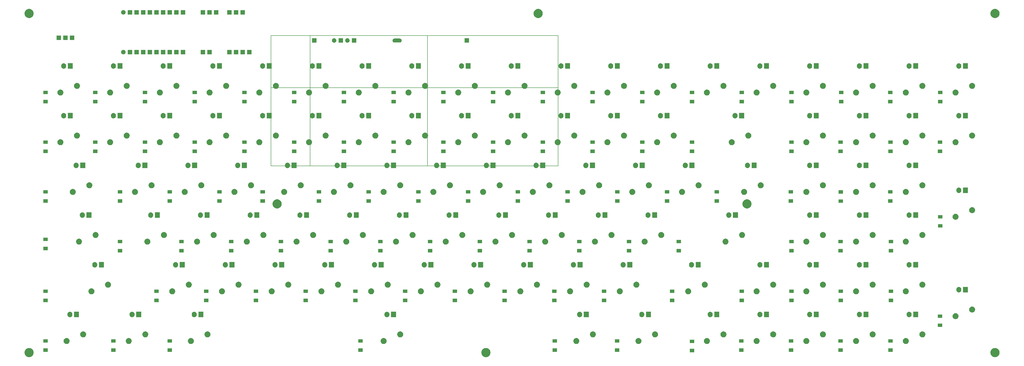
<source format=gbr>
G04 #@! TF.GenerationSoftware,KiCad,Pcbnew,(5.0.0)*
G04 #@! TF.CreationDate,2018-11-22T23:53:18+07:00*
G04 #@! TF.ProjectId,main_board4,6D61696E5F626F617264342E6B696361,1.4*
G04 #@! TF.SameCoordinates,Original*
G04 #@! TF.FileFunction,Soldermask,Top*
G04 #@! TF.FilePolarity,Negative*
%FSLAX46Y46*%
G04 Gerber Fmt 4.6, Leading zero omitted, Abs format (unit mm)*
G04 Created by KiCad (PCBNEW (5.0.0)) date 11/22/18 23:53:18*
%MOMM*%
%LPD*%
G01*
G04 APERTURE LIST*
%ADD10C,0.150000*%
%ADD11C,0.100000*%
G04 APERTURE END LIST*
D10*
G04 #@! TO.C,ext_1*
X257630000Y-80466000D02*
X257630000Y-110466000D01*
X257630000Y-110466000D02*
X207630000Y-110466000D01*
X147630000Y-80466000D02*
X147630000Y-60466000D01*
X147630000Y-60466000D02*
X257630000Y-60466000D01*
X257630000Y-60466000D02*
X257630000Y-80466000D01*
X147630000Y-110466000D02*
X207630000Y-110466000D01*
X207630000Y-110466000D02*
X207630000Y-60466000D01*
X147630000Y-110466000D02*
X147630000Y-80466000D01*
X147630000Y-80466000D02*
X257630000Y-80466000D01*
X147630000Y-110466000D02*
X162630000Y-110466000D01*
X162630000Y-110466000D02*
X162630000Y-60466000D01*
D11*
G36*
X425510456Y-180317251D02*
X425828936Y-180449170D01*
X426115560Y-180640686D01*
X426359314Y-180884440D01*
X426550830Y-181171064D01*
X426682749Y-181489544D01*
X426750000Y-181827640D01*
X426750000Y-182172360D01*
X426682749Y-182510456D01*
X426550830Y-182828936D01*
X426359314Y-183115560D01*
X426115560Y-183359314D01*
X425828936Y-183550830D01*
X425510456Y-183682749D01*
X425172360Y-183750000D01*
X424827640Y-183750000D01*
X424489544Y-183682749D01*
X424171064Y-183550830D01*
X423884440Y-183359314D01*
X423640686Y-183115560D01*
X423449170Y-182828936D01*
X423317251Y-182510456D01*
X423250000Y-182172360D01*
X423250000Y-181827640D01*
X423317251Y-181489544D01*
X423449170Y-181171064D01*
X423640686Y-180884440D01*
X423884440Y-180640686D01*
X424171064Y-180449170D01*
X424489544Y-180317251D01*
X424827640Y-180250000D01*
X425172360Y-180250000D01*
X425510456Y-180317251D01*
X425510456Y-180317251D01*
G37*
G36*
X55510456Y-180317251D02*
X55828936Y-180449170D01*
X56115560Y-180640686D01*
X56359314Y-180884440D01*
X56550830Y-181171064D01*
X56682749Y-181489544D01*
X56750000Y-181827640D01*
X56750000Y-182172360D01*
X56682749Y-182510456D01*
X56550830Y-182828936D01*
X56359314Y-183115560D01*
X56115560Y-183359314D01*
X55828936Y-183550830D01*
X55510456Y-183682749D01*
X55172360Y-183750000D01*
X54827640Y-183750000D01*
X54489544Y-183682749D01*
X54171064Y-183550830D01*
X53884440Y-183359314D01*
X53640686Y-183115560D01*
X53449170Y-182828936D01*
X53317251Y-182510456D01*
X53250000Y-182172360D01*
X53250000Y-181827640D01*
X53317251Y-181489544D01*
X53449170Y-181171064D01*
X53640686Y-180884440D01*
X53884440Y-180640686D01*
X54171064Y-180449170D01*
X54489544Y-180317251D01*
X54827640Y-180250000D01*
X55172360Y-180250000D01*
X55510456Y-180317251D01*
X55510456Y-180317251D01*
G37*
G36*
X230510456Y-180317251D02*
X230828936Y-180449170D01*
X231115560Y-180640686D01*
X231359314Y-180884440D01*
X231550830Y-181171064D01*
X231682749Y-181489544D01*
X231750000Y-181827640D01*
X231750000Y-182172360D01*
X231682749Y-182510456D01*
X231550830Y-182828936D01*
X231359314Y-183115560D01*
X231115560Y-183359314D01*
X230828936Y-183550830D01*
X230510456Y-183682749D01*
X230172360Y-183750000D01*
X229827640Y-183750000D01*
X229489544Y-183682749D01*
X229171064Y-183550830D01*
X228884440Y-183359314D01*
X228640686Y-183115560D01*
X228449170Y-182828936D01*
X228317251Y-182510456D01*
X228250000Y-182172360D01*
X228250000Y-181827640D01*
X228317251Y-181489544D01*
X228449170Y-181171064D01*
X228640686Y-180884440D01*
X228884440Y-180640686D01*
X229171064Y-180449170D01*
X229489544Y-180317251D01*
X229827640Y-180250000D01*
X230172360Y-180250000D01*
X230510456Y-180317251D01*
X230510456Y-180317251D01*
G37*
G36*
X309770000Y-181860000D02*
X308070000Y-181860000D01*
X308070000Y-180560000D01*
X309770000Y-180560000D01*
X309770000Y-181860000D01*
X309770000Y-181860000D01*
G37*
G36*
X281068000Y-181705000D02*
X279368000Y-181705000D01*
X279368000Y-180405000D01*
X281068000Y-180405000D01*
X281068000Y-181705000D01*
X281068000Y-181705000D01*
G37*
G36*
X385843000Y-181705000D02*
X384143000Y-181705000D01*
X384143000Y-180405000D01*
X385843000Y-180405000D01*
X385843000Y-181705000D01*
X385843000Y-181705000D01*
G37*
G36*
X62120000Y-181705000D02*
X60420000Y-181705000D01*
X60420000Y-180405000D01*
X62120000Y-180405000D01*
X62120000Y-181705000D01*
X62120000Y-181705000D01*
G37*
G36*
X88155000Y-181705000D02*
X86455000Y-181705000D01*
X86455000Y-180405000D01*
X88155000Y-180405000D01*
X88155000Y-181705000D01*
X88155000Y-181705000D01*
G37*
G36*
X347743000Y-181705000D02*
X346043000Y-181705000D01*
X346043000Y-180405000D01*
X347743000Y-180405000D01*
X347743000Y-181705000D01*
X347743000Y-181705000D01*
G37*
G36*
X257192000Y-181705000D02*
X255492000Y-181705000D01*
X255492000Y-180405000D01*
X257192000Y-180405000D01*
X257192000Y-181705000D01*
X257192000Y-181705000D01*
G37*
G36*
X182770000Y-181705000D02*
X181070000Y-181705000D01*
X181070000Y-180405000D01*
X182770000Y-180405000D01*
X182770000Y-181705000D01*
X182770000Y-181705000D01*
G37*
G36*
X109745000Y-181705000D02*
X108045000Y-181705000D01*
X108045000Y-180405000D01*
X109745000Y-180405000D01*
X109745000Y-181705000D01*
X109745000Y-181705000D01*
G37*
G36*
X366666000Y-181705000D02*
X364966000Y-181705000D01*
X364966000Y-180405000D01*
X366666000Y-180405000D01*
X366666000Y-181705000D01*
X366666000Y-181705000D01*
G37*
G36*
X328693000Y-181705000D02*
X326993000Y-181705000D01*
X326993000Y-180405000D01*
X328693000Y-180405000D01*
X328693000Y-181705000D01*
X328693000Y-181705000D01*
G37*
G36*
X372118401Y-176455925D02*
X372326413Y-176542086D01*
X372513623Y-176667176D01*
X372672824Y-176826377D01*
X372797914Y-177013587D01*
X372884075Y-177221599D01*
X372928000Y-177442424D01*
X372928000Y-177667576D01*
X372884075Y-177888401D01*
X372797914Y-178096413D01*
X372672824Y-178283623D01*
X372513623Y-178442824D01*
X372326413Y-178567914D01*
X372118401Y-178654075D01*
X371897576Y-178698000D01*
X371672424Y-178698000D01*
X371451599Y-178654075D01*
X371243587Y-178567914D01*
X371056377Y-178442824D01*
X370897176Y-178283623D01*
X370772086Y-178096413D01*
X370685925Y-177888401D01*
X370642000Y-177667576D01*
X370642000Y-177442424D01*
X370685925Y-177221599D01*
X370772086Y-177013587D01*
X370897176Y-176826377D01*
X371056377Y-176667176D01*
X371243587Y-176542086D01*
X371451599Y-176455925D01*
X371672424Y-176412000D01*
X371897576Y-176412000D01*
X372118401Y-176455925D01*
X372118401Y-176455925D01*
G37*
G36*
X117324651Y-176455925D02*
X117532663Y-176542086D01*
X117719873Y-176667176D01*
X117879074Y-176826377D01*
X118004164Y-177013587D01*
X118090325Y-177221599D01*
X118134250Y-177442424D01*
X118134250Y-177667576D01*
X118090325Y-177888401D01*
X118004164Y-178096413D01*
X117879074Y-178283623D01*
X117719873Y-178442824D01*
X117532663Y-178567914D01*
X117324651Y-178654075D01*
X117103826Y-178698000D01*
X116878674Y-178698000D01*
X116657849Y-178654075D01*
X116449837Y-178567914D01*
X116262627Y-178442824D01*
X116103426Y-178283623D01*
X115978336Y-178096413D01*
X115892175Y-177888401D01*
X115848250Y-177667576D01*
X115848250Y-177442424D01*
X115892175Y-177221599D01*
X115978336Y-177013587D01*
X116103426Y-176826377D01*
X116262627Y-176667176D01*
X116449837Y-176542086D01*
X116657849Y-176455925D01*
X116878674Y-176412000D01*
X117103826Y-176412000D01*
X117324651Y-176455925D01*
X117324651Y-176455925D01*
G37*
G36*
X93512151Y-176455925D02*
X93720163Y-176542086D01*
X93907373Y-176667176D01*
X94066574Y-176826377D01*
X94191664Y-177013587D01*
X94277825Y-177221599D01*
X94321750Y-177442424D01*
X94321750Y-177667576D01*
X94277825Y-177888401D01*
X94191664Y-178096413D01*
X94066574Y-178283623D01*
X93907373Y-178442824D01*
X93720163Y-178567914D01*
X93512151Y-178654075D01*
X93291326Y-178698000D01*
X93066174Y-178698000D01*
X92845349Y-178654075D01*
X92637337Y-178567914D01*
X92450127Y-178442824D01*
X92290926Y-178283623D01*
X92165836Y-178096413D01*
X92079675Y-177888401D01*
X92035750Y-177667576D01*
X92035750Y-177442424D01*
X92079675Y-177221599D01*
X92165836Y-177013587D01*
X92290926Y-176826377D01*
X92450127Y-176667176D01*
X92637337Y-176542086D01*
X92845349Y-176455925D01*
X93066174Y-176412000D01*
X93291326Y-176412000D01*
X93512151Y-176455925D01*
X93512151Y-176455925D01*
G37*
G36*
X69699651Y-176455925D02*
X69907663Y-176542086D01*
X70094873Y-176667176D01*
X70254074Y-176826377D01*
X70379164Y-177013587D01*
X70465325Y-177221599D01*
X70509250Y-177442424D01*
X70509250Y-177667576D01*
X70465325Y-177888401D01*
X70379164Y-178096413D01*
X70254074Y-178283623D01*
X70094873Y-178442824D01*
X69907663Y-178567914D01*
X69699651Y-178654075D01*
X69478826Y-178698000D01*
X69253674Y-178698000D01*
X69032849Y-178654075D01*
X68824837Y-178567914D01*
X68637627Y-178442824D01*
X68478426Y-178283623D01*
X68353336Y-178096413D01*
X68267175Y-177888401D01*
X68223250Y-177667576D01*
X68223250Y-177442424D01*
X68267175Y-177221599D01*
X68353336Y-177013587D01*
X68478426Y-176826377D01*
X68637627Y-176667176D01*
X68824837Y-176542086D01*
X69032849Y-176455925D01*
X69253674Y-176412000D01*
X69478826Y-176412000D01*
X69699651Y-176455925D01*
X69699651Y-176455925D01*
G37*
G36*
X391168401Y-176455925D02*
X391376413Y-176542086D01*
X391563623Y-176667176D01*
X391722824Y-176826377D01*
X391847914Y-177013587D01*
X391934075Y-177221599D01*
X391978000Y-177442424D01*
X391978000Y-177667576D01*
X391934075Y-177888401D01*
X391847914Y-178096413D01*
X391722824Y-178283623D01*
X391563623Y-178442824D01*
X391376413Y-178567914D01*
X391168401Y-178654075D01*
X390947576Y-178698000D01*
X390722424Y-178698000D01*
X390501599Y-178654075D01*
X390293587Y-178567914D01*
X390106377Y-178442824D01*
X389947176Y-178283623D01*
X389822086Y-178096413D01*
X389735925Y-177888401D01*
X389692000Y-177667576D01*
X389692000Y-177442424D01*
X389735925Y-177221599D01*
X389822086Y-177013587D01*
X389947176Y-176826377D01*
X390106377Y-176667176D01*
X390293587Y-176542086D01*
X390501599Y-176455925D01*
X390722424Y-176412000D01*
X390947576Y-176412000D01*
X391168401Y-176455925D01*
X391168401Y-176455925D01*
G37*
G36*
X353068401Y-176455925D02*
X353276413Y-176542086D01*
X353463623Y-176667176D01*
X353622824Y-176826377D01*
X353747914Y-177013587D01*
X353834075Y-177221599D01*
X353878000Y-177442424D01*
X353878000Y-177667576D01*
X353834075Y-177888401D01*
X353747914Y-178096413D01*
X353622824Y-178283623D01*
X353463623Y-178442824D01*
X353276413Y-178567914D01*
X353068401Y-178654075D01*
X352847576Y-178698000D01*
X352622424Y-178698000D01*
X352401599Y-178654075D01*
X352193587Y-178567914D01*
X352006377Y-178442824D01*
X351847176Y-178283623D01*
X351722086Y-178096413D01*
X351635925Y-177888401D01*
X351592000Y-177667576D01*
X351592000Y-177442424D01*
X351635925Y-177221599D01*
X351722086Y-177013587D01*
X351847176Y-176826377D01*
X352006377Y-176667176D01*
X352193587Y-176542086D01*
X352401599Y-176455925D01*
X352622424Y-176412000D01*
X352847576Y-176412000D01*
X353068401Y-176455925D01*
X353068401Y-176455925D01*
G37*
G36*
X288774651Y-176455925D02*
X288982663Y-176542086D01*
X289169873Y-176667176D01*
X289329074Y-176826377D01*
X289454164Y-177013587D01*
X289540325Y-177221599D01*
X289584250Y-177442424D01*
X289584250Y-177667576D01*
X289540325Y-177888401D01*
X289454164Y-178096413D01*
X289329074Y-178283623D01*
X289169873Y-178442824D01*
X288982663Y-178567914D01*
X288774651Y-178654075D01*
X288553826Y-178698000D01*
X288328674Y-178698000D01*
X288107849Y-178654075D01*
X287899837Y-178567914D01*
X287712627Y-178442824D01*
X287553426Y-178283623D01*
X287428336Y-178096413D01*
X287342175Y-177888401D01*
X287298250Y-177667576D01*
X287298250Y-177442424D01*
X287342175Y-177221599D01*
X287428336Y-177013587D01*
X287553426Y-176826377D01*
X287712627Y-176667176D01*
X287899837Y-176542086D01*
X288107849Y-176455925D01*
X288328674Y-176412000D01*
X288553826Y-176412000D01*
X288774651Y-176455925D01*
X288774651Y-176455925D01*
G37*
G36*
X334018401Y-176455925D02*
X334226413Y-176542086D01*
X334413623Y-176667176D01*
X334572824Y-176826377D01*
X334697914Y-177013587D01*
X334784075Y-177221599D01*
X334828000Y-177442424D01*
X334828000Y-177667576D01*
X334784075Y-177888401D01*
X334697914Y-178096413D01*
X334572824Y-178283623D01*
X334413623Y-178442824D01*
X334226413Y-178567914D01*
X334018401Y-178654075D01*
X333797576Y-178698000D01*
X333572424Y-178698000D01*
X333351599Y-178654075D01*
X333143587Y-178567914D01*
X332956377Y-178442824D01*
X332797176Y-178283623D01*
X332672086Y-178096413D01*
X332585925Y-177888401D01*
X332542000Y-177667576D01*
X332542000Y-177442424D01*
X332585925Y-177221599D01*
X332672086Y-177013587D01*
X332797176Y-176826377D01*
X332956377Y-176667176D01*
X333143587Y-176542086D01*
X333351599Y-176455925D01*
X333572424Y-176412000D01*
X333797576Y-176412000D01*
X334018401Y-176455925D01*
X334018401Y-176455925D01*
G37*
G36*
X314968401Y-176455925D02*
X315176413Y-176542086D01*
X315363623Y-176667176D01*
X315522824Y-176826377D01*
X315647914Y-177013587D01*
X315734075Y-177221599D01*
X315778000Y-177442424D01*
X315778000Y-177667576D01*
X315734075Y-177888401D01*
X315647914Y-178096413D01*
X315522824Y-178283623D01*
X315363623Y-178442824D01*
X315176413Y-178567914D01*
X314968401Y-178654075D01*
X314747576Y-178698000D01*
X314522424Y-178698000D01*
X314301599Y-178654075D01*
X314093587Y-178567914D01*
X313906377Y-178442824D01*
X313747176Y-178283623D01*
X313622086Y-178096413D01*
X313535925Y-177888401D01*
X313492000Y-177667576D01*
X313492000Y-177442424D01*
X313535925Y-177221599D01*
X313622086Y-177013587D01*
X313747176Y-176826377D01*
X313906377Y-176667176D01*
X314093587Y-176542086D01*
X314301599Y-176455925D01*
X314522424Y-176412000D01*
X314747576Y-176412000D01*
X314968401Y-176455925D01*
X314968401Y-176455925D01*
G37*
G36*
X264962151Y-176455925D02*
X265170163Y-176542086D01*
X265357373Y-176667176D01*
X265516574Y-176826377D01*
X265641664Y-177013587D01*
X265727825Y-177221599D01*
X265771750Y-177442424D01*
X265771750Y-177667576D01*
X265727825Y-177888401D01*
X265641664Y-178096413D01*
X265516574Y-178283623D01*
X265357373Y-178442824D01*
X265170163Y-178567914D01*
X264962151Y-178654075D01*
X264741326Y-178698000D01*
X264516174Y-178698000D01*
X264295349Y-178654075D01*
X264087337Y-178567914D01*
X263900127Y-178442824D01*
X263740926Y-178283623D01*
X263615836Y-178096413D01*
X263529675Y-177888401D01*
X263485750Y-177667576D01*
X263485750Y-177442424D01*
X263529675Y-177221599D01*
X263615836Y-177013587D01*
X263740926Y-176826377D01*
X263900127Y-176667176D01*
X264087337Y-176542086D01*
X264295349Y-176455925D01*
X264516174Y-176412000D01*
X264741326Y-176412000D01*
X264962151Y-176455925D01*
X264962151Y-176455925D01*
G37*
G36*
X191143401Y-176455925D02*
X191351413Y-176542086D01*
X191538623Y-176667176D01*
X191697824Y-176826377D01*
X191822914Y-177013587D01*
X191909075Y-177221599D01*
X191953000Y-177442424D01*
X191953000Y-177667576D01*
X191909075Y-177888401D01*
X191822914Y-178096413D01*
X191697824Y-178283623D01*
X191538623Y-178442824D01*
X191351413Y-178567914D01*
X191143401Y-178654075D01*
X190922576Y-178698000D01*
X190697424Y-178698000D01*
X190476599Y-178654075D01*
X190268587Y-178567914D01*
X190081377Y-178442824D01*
X189922176Y-178283623D01*
X189797086Y-178096413D01*
X189710925Y-177888401D01*
X189667000Y-177667576D01*
X189667000Y-177442424D01*
X189710925Y-177221599D01*
X189797086Y-177013587D01*
X189922176Y-176826377D01*
X190081377Y-176667176D01*
X190268587Y-176542086D01*
X190476599Y-176455925D01*
X190697424Y-176412000D01*
X190922576Y-176412000D01*
X191143401Y-176455925D01*
X191143401Y-176455925D01*
G37*
G36*
X309770000Y-178360000D02*
X308070000Y-178360000D01*
X308070000Y-177060000D01*
X309770000Y-177060000D01*
X309770000Y-178360000D01*
X309770000Y-178360000D01*
G37*
G36*
X62120000Y-178205000D02*
X60420000Y-178205000D01*
X60420000Y-176905000D01*
X62120000Y-176905000D01*
X62120000Y-178205000D01*
X62120000Y-178205000D01*
G37*
G36*
X385843000Y-178205000D02*
X384143000Y-178205000D01*
X384143000Y-176905000D01*
X385843000Y-176905000D01*
X385843000Y-178205000D01*
X385843000Y-178205000D01*
G37*
G36*
X366666000Y-178205000D02*
X364966000Y-178205000D01*
X364966000Y-176905000D01*
X366666000Y-176905000D01*
X366666000Y-178205000D01*
X366666000Y-178205000D01*
G37*
G36*
X347743000Y-178205000D02*
X346043000Y-178205000D01*
X346043000Y-176905000D01*
X347743000Y-176905000D01*
X347743000Y-178205000D01*
X347743000Y-178205000D01*
G37*
G36*
X328693000Y-178205000D02*
X326993000Y-178205000D01*
X326993000Y-176905000D01*
X328693000Y-176905000D01*
X328693000Y-178205000D01*
X328693000Y-178205000D01*
G37*
G36*
X88155000Y-178205000D02*
X86455000Y-178205000D01*
X86455000Y-176905000D01*
X88155000Y-176905000D01*
X88155000Y-178205000D01*
X88155000Y-178205000D01*
G37*
G36*
X182770000Y-178205000D02*
X181070000Y-178205000D01*
X181070000Y-176905000D01*
X182770000Y-176905000D01*
X182770000Y-178205000D01*
X182770000Y-178205000D01*
G37*
G36*
X257192000Y-178205000D02*
X255492000Y-178205000D01*
X255492000Y-176905000D01*
X257192000Y-176905000D01*
X257192000Y-178205000D01*
X257192000Y-178205000D01*
G37*
G36*
X109745000Y-178205000D02*
X108045000Y-178205000D01*
X108045000Y-176905000D01*
X109745000Y-176905000D01*
X109745000Y-178205000D01*
X109745000Y-178205000D01*
G37*
G36*
X281068000Y-178205000D02*
X279368000Y-178205000D01*
X279368000Y-176905000D01*
X281068000Y-176905000D01*
X281068000Y-178205000D01*
X281068000Y-178205000D01*
G37*
G36*
X378468401Y-173915925D02*
X378676413Y-174002086D01*
X378863623Y-174127176D01*
X379022824Y-174286377D01*
X379147914Y-174473587D01*
X379234075Y-174681599D01*
X379278000Y-174902424D01*
X379278000Y-175127576D01*
X379234075Y-175348401D01*
X379147914Y-175556413D01*
X379022824Y-175743623D01*
X378863623Y-175902824D01*
X378676413Y-176027914D01*
X378468401Y-176114075D01*
X378247576Y-176158000D01*
X378022424Y-176158000D01*
X377801599Y-176114075D01*
X377593587Y-176027914D01*
X377406377Y-175902824D01*
X377247176Y-175743623D01*
X377122086Y-175556413D01*
X377035925Y-175348401D01*
X376992000Y-175127576D01*
X376992000Y-174902424D01*
X377035925Y-174681599D01*
X377122086Y-174473587D01*
X377247176Y-174286377D01*
X377406377Y-174127176D01*
X377593587Y-174002086D01*
X377801599Y-173915925D01*
X378022424Y-173872000D01*
X378247576Y-173872000D01*
X378468401Y-173915925D01*
X378468401Y-173915925D01*
G37*
G36*
X359418401Y-173915925D02*
X359626413Y-174002086D01*
X359813623Y-174127176D01*
X359972824Y-174286377D01*
X360097914Y-174473587D01*
X360184075Y-174681599D01*
X360228000Y-174902424D01*
X360228000Y-175127576D01*
X360184075Y-175348401D01*
X360097914Y-175556413D01*
X359972824Y-175743623D01*
X359813623Y-175902824D01*
X359626413Y-176027914D01*
X359418401Y-176114075D01*
X359197576Y-176158000D01*
X358972424Y-176158000D01*
X358751599Y-176114075D01*
X358543587Y-176027914D01*
X358356377Y-175902824D01*
X358197176Y-175743623D01*
X358072086Y-175556413D01*
X357985925Y-175348401D01*
X357942000Y-175127576D01*
X357942000Y-174902424D01*
X357985925Y-174681599D01*
X358072086Y-174473587D01*
X358197176Y-174286377D01*
X358356377Y-174127176D01*
X358543587Y-174002086D01*
X358751599Y-173915925D01*
X358972424Y-173872000D01*
X359197576Y-173872000D01*
X359418401Y-173915925D01*
X359418401Y-173915925D01*
G37*
G36*
X321318401Y-173915925D02*
X321526413Y-174002086D01*
X321713623Y-174127176D01*
X321872824Y-174286377D01*
X321997914Y-174473587D01*
X322084075Y-174681599D01*
X322128000Y-174902424D01*
X322128000Y-175127576D01*
X322084075Y-175348401D01*
X321997914Y-175556413D01*
X321872824Y-175743623D01*
X321713623Y-175902824D01*
X321526413Y-176027914D01*
X321318401Y-176114075D01*
X321097576Y-176158000D01*
X320872424Y-176158000D01*
X320651599Y-176114075D01*
X320443587Y-176027914D01*
X320256377Y-175902824D01*
X320097176Y-175743623D01*
X319972086Y-175556413D01*
X319885925Y-175348401D01*
X319842000Y-175127576D01*
X319842000Y-174902424D01*
X319885925Y-174681599D01*
X319972086Y-174473587D01*
X320097176Y-174286377D01*
X320256377Y-174127176D01*
X320443587Y-174002086D01*
X320651599Y-173915925D01*
X320872424Y-173872000D01*
X321097576Y-173872000D01*
X321318401Y-173915925D01*
X321318401Y-173915925D01*
G37*
G36*
X340368401Y-173915925D02*
X340576413Y-174002086D01*
X340763623Y-174127176D01*
X340922824Y-174286377D01*
X341047914Y-174473587D01*
X341134075Y-174681599D01*
X341178000Y-174902424D01*
X341178000Y-175127576D01*
X341134075Y-175348401D01*
X341047914Y-175556413D01*
X340922824Y-175743623D01*
X340763623Y-175902824D01*
X340576413Y-176027914D01*
X340368401Y-176114075D01*
X340147576Y-176158000D01*
X339922424Y-176158000D01*
X339701599Y-176114075D01*
X339493587Y-176027914D01*
X339306377Y-175902824D01*
X339147176Y-175743623D01*
X339022086Y-175556413D01*
X338935925Y-175348401D01*
X338892000Y-175127576D01*
X338892000Y-174902424D01*
X338935925Y-174681599D01*
X339022086Y-174473587D01*
X339147176Y-174286377D01*
X339306377Y-174127176D01*
X339493587Y-174002086D01*
X339701599Y-173915925D01*
X339922424Y-173872000D01*
X340147576Y-173872000D01*
X340368401Y-173915925D01*
X340368401Y-173915925D01*
G37*
G36*
X397518401Y-173915925D02*
X397726413Y-174002086D01*
X397913623Y-174127176D01*
X398072824Y-174286377D01*
X398197914Y-174473587D01*
X398284075Y-174681599D01*
X398328000Y-174902424D01*
X398328000Y-175127576D01*
X398284075Y-175348401D01*
X398197914Y-175556413D01*
X398072824Y-175743623D01*
X397913623Y-175902824D01*
X397726413Y-176027914D01*
X397518401Y-176114075D01*
X397297576Y-176158000D01*
X397072424Y-176158000D01*
X396851599Y-176114075D01*
X396643587Y-176027914D01*
X396456377Y-175902824D01*
X396297176Y-175743623D01*
X396172086Y-175556413D01*
X396085925Y-175348401D01*
X396042000Y-175127576D01*
X396042000Y-174902424D01*
X396085925Y-174681599D01*
X396172086Y-174473587D01*
X396297176Y-174286377D01*
X396456377Y-174127176D01*
X396643587Y-174002086D01*
X396851599Y-173915925D01*
X397072424Y-173872000D01*
X397297576Y-173872000D01*
X397518401Y-173915925D01*
X397518401Y-173915925D01*
G37*
G36*
X295124651Y-173915925D02*
X295332663Y-174002086D01*
X295519873Y-174127176D01*
X295679074Y-174286377D01*
X295804164Y-174473587D01*
X295890325Y-174681599D01*
X295934250Y-174902424D01*
X295934250Y-175127576D01*
X295890325Y-175348401D01*
X295804164Y-175556413D01*
X295679074Y-175743623D01*
X295519873Y-175902824D01*
X295332663Y-176027914D01*
X295124651Y-176114075D01*
X294903826Y-176158000D01*
X294678674Y-176158000D01*
X294457849Y-176114075D01*
X294249837Y-176027914D01*
X294062627Y-175902824D01*
X293903426Y-175743623D01*
X293778336Y-175556413D01*
X293692175Y-175348401D01*
X293648250Y-175127576D01*
X293648250Y-174902424D01*
X293692175Y-174681599D01*
X293778336Y-174473587D01*
X293903426Y-174286377D01*
X294062627Y-174127176D01*
X294249837Y-174002086D01*
X294457849Y-173915925D01*
X294678674Y-173872000D01*
X294903826Y-173872000D01*
X295124651Y-173915925D01*
X295124651Y-173915925D01*
G37*
G36*
X271312151Y-173915925D02*
X271520163Y-174002086D01*
X271707373Y-174127176D01*
X271866574Y-174286377D01*
X271991664Y-174473587D01*
X272077825Y-174681599D01*
X272121750Y-174902424D01*
X272121750Y-175127576D01*
X272077825Y-175348401D01*
X271991664Y-175556413D01*
X271866574Y-175743623D01*
X271707373Y-175902824D01*
X271520163Y-176027914D01*
X271312151Y-176114075D01*
X271091326Y-176158000D01*
X270866174Y-176158000D01*
X270645349Y-176114075D01*
X270437337Y-176027914D01*
X270250127Y-175902824D01*
X270090926Y-175743623D01*
X269965836Y-175556413D01*
X269879675Y-175348401D01*
X269835750Y-175127576D01*
X269835750Y-174902424D01*
X269879675Y-174681599D01*
X269965836Y-174473587D01*
X270090926Y-174286377D01*
X270250127Y-174127176D01*
X270437337Y-174002086D01*
X270645349Y-173915925D01*
X270866174Y-173872000D01*
X271091326Y-173872000D01*
X271312151Y-173915925D01*
X271312151Y-173915925D01*
G37*
G36*
X99862151Y-173915925D02*
X100070163Y-174002086D01*
X100257373Y-174127176D01*
X100416574Y-174286377D01*
X100541664Y-174473587D01*
X100627825Y-174681599D01*
X100671750Y-174902424D01*
X100671750Y-175127576D01*
X100627825Y-175348401D01*
X100541664Y-175556413D01*
X100416574Y-175743623D01*
X100257373Y-175902824D01*
X100070163Y-176027914D01*
X99862151Y-176114075D01*
X99641326Y-176158000D01*
X99416174Y-176158000D01*
X99195349Y-176114075D01*
X98987337Y-176027914D01*
X98800127Y-175902824D01*
X98640926Y-175743623D01*
X98515836Y-175556413D01*
X98429675Y-175348401D01*
X98385750Y-175127576D01*
X98385750Y-174902424D01*
X98429675Y-174681599D01*
X98515836Y-174473587D01*
X98640926Y-174286377D01*
X98800127Y-174127176D01*
X98987337Y-174002086D01*
X99195349Y-173915925D01*
X99416174Y-173872000D01*
X99641326Y-173872000D01*
X99862151Y-173915925D01*
X99862151Y-173915925D01*
G37*
G36*
X76049651Y-173915925D02*
X76257663Y-174002086D01*
X76444873Y-174127176D01*
X76604074Y-174286377D01*
X76729164Y-174473587D01*
X76815325Y-174681599D01*
X76859250Y-174902424D01*
X76859250Y-175127576D01*
X76815325Y-175348401D01*
X76729164Y-175556413D01*
X76604074Y-175743623D01*
X76444873Y-175902824D01*
X76257663Y-176027914D01*
X76049651Y-176114075D01*
X75828826Y-176158000D01*
X75603674Y-176158000D01*
X75382849Y-176114075D01*
X75174837Y-176027914D01*
X74987627Y-175902824D01*
X74828426Y-175743623D01*
X74703336Y-175556413D01*
X74617175Y-175348401D01*
X74573250Y-175127576D01*
X74573250Y-174902424D01*
X74617175Y-174681599D01*
X74703336Y-174473587D01*
X74828426Y-174286377D01*
X74987627Y-174127176D01*
X75174837Y-174002086D01*
X75382849Y-173915925D01*
X75603674Y-173872000D01*
X75828826Y-173872000D01*
X76049651Y-173915925D01*
X76049651Y-173915925D01*
G37*
G36*
X197493401Y-173915925D02*
X197701413Y-174002086D01*
X197888623Y-174127176D01*
X198047824Y-174286377D01*
X198172914Y-174473587D01*
X198259075Y-174681599D01*
X198303000Y-174902424D01*
X198303000Y-175127576D01*
X198259075Y-175348401D01*
X198172914Y-175556413D01*
X198047824Y-175743623D01*
X197888623Y-175902824D01*
X197701413Y-176027914D01*
X197493401Y-176114075D01*
X197272576Y-176158000D01*
X197047424Y-176158000D01*
X196826599Y-176114075D01*
X196618587Y-176027914D01*
X196431377Y-175902824D01*
X196272176Y-175743623D01*
X196147086Y-175556413D01*
X196060925Y-175348401D01*
X196017000Y-175127576D01*
X196017000Y-174902424D01*
X196060925Y-174681599D01*
X196147086Y-174473587D01*
X196272176Y-174286377D01*
X196431377Y-174127176D01*
X196618587Y-174002086D01*
X196826599Y-173915925D01*
X197047424Y-173872000D01*
X197272576Y-173872000D01*
X197493401Y-173915925D01*
X197493401Y-173915925D01*
G37*
G36*
X123674651Y-173915925D02*
X123882663Y-174002086D01*
X124069873Y-174127176D01*
X124229074Y-174286377D01*
X124354164Y-174473587D01*
X124440325Y-174681599D01*
X124484250Y-174902424D01*
X124484250Y-175127576D01*
X124440325Y-175348401D01*
X124354164Y-175556413D01*
X124229074Y-175743623D01*
X124069873Y-175902824D01*
X123882663Y-176027914D01*
X123674651Y-176114075D01*
X123453826Y-176158000D01*
X123228674Y-176158000D01*
X123007849Y-176114075D01*
X122799837Y-176027914D01*
X122612627Y-175902824D01*
X122453426Y-175743623D01*
X122328336Y-175556413D01*
X122242175Y-175348401D01*
X122198250Y-175127576D01*
X122198250Y-174902424D01*
X122242175Y-174681599D01*
X122328336Y-174473587D01*
X122453426Y-174286377D01*
X122612627Y-174127176D01*
X122799837Y-174002086D01*
X123007849Y-173915925D01*
X123228674Y-173872000D01*
X123453826Y-173872000D01*
X123674651Y-173915925D01*
X123674651Y-173915925D01*
G37*
G36*
X404766000Y-172180000D02*
X403066000Y-172180000D01*
X403066000Y-170880000D01*
X404766000Y-170880000D01*
X404766000Y-172180000D01*
X404766000Y-172180000D01*
G37*
G36*
X410218401Y-166930925D02*
X410426413Y-167017086D01*
X410613623Y-167142176D01*
X410772824Y-167301377D01*
X410897914Y-167488587D01*
X410984075Y-167696599D01*
X411028000Y-167917424D01*
X411028000Y-168142576D01*
X410984075Y-168363401D01*
X410897914Y-168571413D01*
X410772824Y-168758623D01*
X410613623Y-168917824D01*
X410426413Y-169042914D01*
X410218401Y-169129075D01*
X409997576Y-169173000D01*
X409772424Y-169173000D01*
X409551599Y-169129075D01*
X409343587Y-169042914D01*
X409156377Y-168917824D01*
X408997176Y-168758623D01*
X408872086Y-168571413D01*
X408785925Y-168363401D01*
X408742000Y-168142576D01*
X408742000Y-167917424D01*
X408785925Y-167696599D01*
X408872086Y-167488587D01*
X408997176Y-167301377D01*
X409156377Y-167142176D01*
X409343587Y-167017086D01*
X409551599Y-166930925D01*
X409772424Y-166887000D01*
X409997576Y-166887000D01*
X410218401Y-166930925D01*
X410218401Y-166930925D01*
G37*
G36*
X404766000Y-168680000D02*
X403066000Y-168680000D01*
X403066000Y-167380000D01*
X404766000Y-167380000D01*
X404766000Y-168680000D01*
X404766000Y-168680000D01*
G37*
G36*
X289897482Y-166358746D02*
X289960374Y-166377824D01*
X290076559Y-166413068D01*
X290241597Y-166501283D01*
X290386251Y-166619999D01*
X290504967Y-166764653D01*
X290504968Y-166764655D01*
X290593182Y-166929692D01*
X290647504Y-167108768D01*
X290647504Y-167108770D01*
X290661250Y-167248335D01*
X290661250Y-167541666D01*
X290647504Y-167681231D01*
X290593182Y-167860309D01*
X290504967Y-168025347D01*
X290386251Y-168170001D01*
X290241597Y-168288717D01*
X290076558Y-168376932D01*
X289987019Y-168404093D01*
X289897481Y-168431254D01*
X289711250Y-168449596D01*
X289525018Y-168431254D01*
X289435480Y-168404093D01*
X289345941Y-168376932D01*
X289180903Y-168288717D01*
X289036249Y-168170001D01*
X288917533Y-168025347D01*
X288829318Y-167860308D01*
X288779658Y-167696599D01*
X288774996Y-167681231D01*
X288761250Y-167541664D01*
X288761250Y-167248335D01*
X288774996Y-167108768D01*
X288829318Y-166929692D01*
X288829318Y-166929691D01*
X288917532Y-166764655D01*
X289036249Y-166619999D01*
X289178917Y-166502914D01*
X289180904Y-166501283D01*
X289345942Y-166413068D01*
X289462127Y-166377824D01*
X289525019Y-166358746D01*
X289711250Y-166340404D01*
X289897482Y-166358746D01*
X289897482Y-166358746D01*
G37*
G36*
X192266232Y-166358746D02*
X192329124Y-166377824D01*
X192445309Y-166413068D01*
X192610347Y-166501283D01*
X192755001Y-166619999D01*
X192873717Y-166764653D01*
X192873718Y-166764655D01*
X192961932Y-166929692D01*
X193016254Y-167108768D01*
X193016254Y-167108770D01*
X193030000Y-167248335D01*
X193030000Y-167541666D01*
X193016254Y-167681231D01*
X192961932Y-167860309D01*
X192873717Y-168025347D01*
X192755001Y-168170001D01*
X192610347Y-168288717D01*
X192445308Y-168376932D01*
X192355769Y-168404093D01*
X192266231Y-168431254D01*
X192080000Y-168449596D01*
X191893768Y-168431254D01*
X191804230Y-168404093D01*
X191714691Y-168376932D01*
X191549653Y-168288717D01*
X191404999Y-168170001D01*
X191286283Y-168025347D01*
X191198068Y-167860308D01*
X191148408Y-167696599D01*
X191143746Y-167681231D01*
X191130000Y-167541664D01*
X191130000Y-167248335D01*
X191143746Y-167108768D01*
X191198068Y-166929692D01*
X191198068Y-166929691D01*
X191286282Y-166764655D01*
X191404999Y-166619999D01*
X191547667Y-166502914D01*
X191549654Y-166501283D01*
X191714692Y-166413068D01*
X191830877Y-166377824D01*
X191893769Y-166358746D01*
X192080000Y-166340404D01*
X192266232Y-166358746D01*
X192266232Y-166358746D01*
G37*
G36*
X266084982Y-166358746D02*
X266147874Y-166377824D01*
X266264059Y-166413068D01*
X266429097Y-166501283D01*
X266573751Y-166619999D01*
X266692467Y-166764653D01*
X266692468Y-166764655D01*
X266780682Y-166929692D01*
X266835004Y-167108768D01*
X266835004Y-167108770D01*
X266848750Y-167248335D01*
X266848750Y-167541666D01*
X266835004Y-167681231D01*
X266780682Y-167860309D01*
X266692467Y-168025347D01*
X266573751Y-168170001D01*
X266429097Y-168288717D01*
X266264058Y-168376932D01*
X266174519Y-168404093D01*
X266084981Y-168431254D01*
X265898750Y-168449596D01*
X265712518Y-168431254D01*
X265622980Y-168404093D01*
X265533441Y-168376932D01*
X265368403Y-168288717D01*
X265223749Y-168170001D01*
X265105033Y-168025347D01*
X265016818Y-167860308D01*
X264967158Y-167696599D01*
X264962496Y-167681231D01*
X264948750Y-167541664D01*
X264948750Y-167248335D01*
X264962496Y-167108768D01*
X265016818Y-166929692D01*
X265016818Y-166929691D01*
X265105032Y-166764655D01*
X265223749Y-166619999D01*
X265366417Y-166502914D01*
X265368404Y-166501283D01*
X265533442Y-166413068D01*
X265649627Y-166377824D01*
X265712519Y-166358746D01*
X265898750Y-166340404D01*
X266084982Y-166358746D01*
X266084982Y-166358746D01*
G37*
G36*
X94634982Y-166358746D02*
X94697874Y-166377824D01*
X94814059Y-166413068D01*
X94979097Y-166501283D01*
X95123751Y-166619999D01*
X95242467Y-166764653D01*
X95242468Y-166764655D01*
X95330682Y-166929692D01*
X95385004Y-167108768D01*
X95385004Y-167108770D01*
X95398750Y-167248335D01*
X95398750Y-167541666D01*
X95385004Y-167681231D01*
X95330682Y-167860309D01*
X95242467Y-168025347D01*
X95123751Y-168170001D01*
X94979097Y-168288717D01*
X94814058Y-168376932D01*
X94724519Y-168404093D01*
X94634981Y-168431254D01*
X94448750Y-168449596D01*
X94262518Y-168431254D01*
X94172980Y-168404093D01*
X94083441Y-168376932D01*
X93918403Y-168288717D01*
X93773749Y-168170001D01*
X93655033Y-168025347D01*
X93566818Y-167860308D01*
X93517158Y-167696599D01*
X93512496Y-167681231D01*
X93498750Y-167541664D01*
X93498750Y-167248335D01*
X93512496Y-167108768D01*
X93566818Y-166929692D01*
X93566818Y-166929691D01*
X93655032Y-166764655D01*
X93773749Y-166619999D01*
X93916417Y-166502914D01*
X93918404Y-166501283D01*
X94083442Y-166413068D01*
X94199627Y-166377824D01*
X94262519Y-166358746D01*
X94448750Y-166340404D01*
X94634982Y-166358746D01*
X94634982Y-166358746D01*
G37*
G36*
X118447482Y-166358746D02*
X118510374Y-166377824D01*
X118626559Y-166413068D01*
X118791597Y-166501283D01*
X118936251Y-166619999D01*
X119054967Y-166764653D01*
X119054968Y-166764655D01*
X119143182Y-166929692D01*
X119197504Y-167108768D01*
X119197504Y-167108770D01*
X119211250Y-167248335D01*
X119211250Y-167541666D01*
X119197504Y-167681231D01*
X119143182Y-167860309D01*
X119054967Y-168025347D01*
X118936251Y-168170001D01*
X118791597Y-168288717D01*
X118626558Y-168376932D01*
X118537019Y-168404093D01*
X118447481Y-168431254D01*
X118261250Y-168449596D01*
X118075018Y-168431254D01*
X117985480Y-168404093D01*
X117895941Y-168376932D01*
X117730903Y-168288717D01*
X117586249Y-168170001D01*
X117467533Y-168025347D01*
X117379318Y-167860308D01*
X117329658Y-167696599D01*
X117324996Y-167681231D01*
X117311250Y-167541664D01*
X117311250Y-167248335D01*
X117324996Y-167108768D01*
X117379318Y-166929692D01*
X117379318Y-166929691D01*
X117467532Y-166764655D01*
X117586249Y-166619999D01*
X117728917Y-166502914D01*
X117730904Y-166501283D01*
X117895942Y-166413068D01*
X118012127Y-166377824D01*
X118075019Y-166358746D01*
X118261250Y-166340404D01*
X118447482Y-166358746D01*
X118447482Y-166358746D01*
G37*
G36*
X335141232Y-166358746D02*
X335204124Y-166377824D01*
X335320309Y-166413068D01*
X335485347Y-166501283D01*
X335630001Y-166619999D01*
X335748717Y-166764653D01*
X335748718Y-166764655D01*
X335836932Y-166929692D01*
X335891254Y-167108768D01*
X335891254Y-167108770D01*
X335905000Y-167248335D01*
X335905000Y-167541666D01*
X335891254Y-167681231D01*
X335836932Y-167860309D01*
X335748717Y-168025347D01*
X335630001Y-168170001D01*
X335485347Y-168288717D01*
X335320308Y-168376932D01*
X335230769Y-168404093D01*
X335141231Y-168431254D01*
X334955000Y-168449596D01*
X334768768Y-168431254D01*
X334679230Y-168404093D01*
X334589691Y-168376932D01*
X334424653Y-168288717D01*
X334279999Y-168170001D01*
X334161283Y-168025347D01*
X334073068Y-167860308D01*
X334023408Y-167696599D01*
X334018746Y-167681231D01*
X334005000Y-167541664D01*
X334005000Y-167248335D01*
X334018746Y-167108768D01*
X334073068Y-166929692D01*
X334073068Y-166929691D01*
X334161282Y-166764655D01*
X334279999Y-166619999D01*
X334422667Y-166502914D01*
X334424654Y-166501283D01*
X334589692Y-166413068D01*
X334705877Y-166377824D01*
X334768769Y-166358746D01*
X334955000Y-166340404D01*
X335141232Y-166358746D01*
X335141232Y-166358746D01*
G37*
G36*
X316091232Y-166358746D02*
X316154124Y-166377824D01*
X316270309Y-166413068D01*
X316435347Y-166501283D01*
X316580001Y-166619999D01*
X316698717Y-166764653D01*
X316698718Y-166764655D01*
X316786932Y-166929692D01*
X316841254Y-167108768D01*
X316841254Y-167108770D01*
X316855000Y-167248335D01*
X316855000Y-167541666D01*
X316841254Y-167681231D01*
X316786932Y-167860309D01*
X316698717Y-168025347D01*
X316580001Y-168170001D01*
X316435347Y-168288717D01*
X316270308Y-168376932D01*
X316180769Y-168404093D01*
X316091231Y-168431254D01*
X315905000Y-168449596D01*
X315718768Y-168431254D01*
X315629230Y-168404093D01*
X315539691Y-168376932D01*
X315374653Y-168288717D01*
X315229999Y-168170001D01*
X315111283Y-168025347D01*
X315023068Y-167860308D01*
X314973408Y-167696599D01*
X314968746Y-167681231D01*
X314955000Y-167541664D01*
X314955000Y-167248335D01*
X314968746Y-167108768D01*
X315023068Y-166929692D01*
X315023068Y-166929691D01*
X315111282Y-166764655D01*
X315229999Y-166619999D01*
X315372667Y-166502914D01*
X315374654Y-166501283D01*
X315539692Y-166413068D01*
X315655877Y-166377824D01*
X315718769Y-166358746D01*
X315905000Y-166340404D01*
X316091232Y-166358746D01*
X316091232Y-166358746D01*
G37*
G36*
X373241232Y-166358746D02*
X373304124Y-166377824D01*
X373420309Y-166413068D01*
X373585347Y-166501283D01*
X373730001Y-166619999D01*
X373848717Y-166764653D01*
X373848718Y-166764655D01*
X373936932Y-166929692D01*
X373991254Y-167108768D01*
X373991254Y-167108770D01*
X374005000Y-167248335D01*
X374005000Y-167541666D01*
X373991254Y-167681231D01*
X373936932Y-167860309D01*
X373848717Y-168025347D01*
X373730001Y-168170001D01*
X373585347Y-168288717D01*
X373420308Y-168376932D01*
X373330769Y-168404093D01*
X373241231Y-168431254D01*
X373055000Y-168449596D01*
X372868768Y-168431254D01*
X372779230Y-168404093D01*
X372689691Y-168376932D01*
X372524653Y-168288717D01*
X372379999Y-168170001D01*
X372261283Y-168025347D01*
X372173068Y-167860308D01*
X372123408Y-167696599D01*
X372118746Y-167681231D01*
X372105000Y-167541664D01*
X372105000Y-167248335D01*
X372118746Y-167108768D01*
X372173068Y-166929692D01*
X372173068Y-166929691D01*
X372261282Y-166764655D01*
X372379999Y-166619999D01*
X372522667Y-166502914D01*
X372524654Y-166501283D01*
X372689692Y-166413068D01*
X372805877Y-166377824D01*
X372868769Y-166358746D01*
X373055000Y-166340404D01*
X373241232Y-166358746D01*
X373241232Y-166358746D01*
G37*
G36*
X392291232Y-166358746D02*
X392354124Y-166377824D01*
X392470309Y-166413068D01*
X392635347Y-166501283D01*
X392780001Y-166619999D01*
X392898717Y-166764653D01*
X392898718Y-166764655D01*
X392986932Y-166929692D01*
X393041254Y-167108768D01*
X393041254Y-167108770D01*
X393055000Y-167248335D01*
X393055000Y-167541666D01*
X393041254Y-167681231D01*
X392986932Y-167860309D01*
X392898717Y-168025347D01*
X392780001Y-168170001D01*
X392635347Y-168288717D01*
X392470308Y-168376932D01*
X392380769Y-168404093D01*
X392291231Y-168431254D01*
X392105000Y-168449596D01*
X391918768Y-168431254D01*
X391829230Y-168404093D01*
X391739691Y-168376932D01*
X391574653Y-168288717D01*
X391429999Y-168170001D01*
X391311283Y-168025347D01*
X391223068Y-167860308D01*
X391173408Y-167696599D01*
X391168746Y-167681231D01*
X391155000Y-167541664D01*
X391155000Y-167248335D01*
X391168746Y-167108768D01*
X391223068Y-166929692D01*
X391223068Y-166929691D01*
X391311282Y-166764655D01*
X391429999Y-166619999D01*
X391572667Y-166502914D01*
X391574654Y-166501283D01*
X391739692Y-166413068D01*
X391855877Y-166377824D01*
X391918769Y-166358746D01*
X392105000Y-166340404D01*
X392291232Y-166358746D01*
X392291232Y-166358746D01*
G37*
G36*
X354191232Y-166358746D02*
X354254124Y-166377824D01*
X354370309Y-166413068D01*
X354535347Y-166501283D01*
X354680001Y-166619999D01*
X354798717Y-166764653D01*
X354798718Y-166764655D01*
X354886932Y-166929692D01*
X354941254Y-167108768D01*
X354941254Y-167108770D01*
X354955000Y-167248335D01*
X354955000Y-167541666D01*
X354941254Y-167681231D01*
X354886932Y-167860309D01*
X354798717Y-168025347D01*
X354680001Y-168170001D01*
X354535347Y-168288717D01*
X354370308Y-168376932D01*
X354280769Y-168404093D01*
X354191231Y-168431254D01*
X354005000Y-168449596D01*
X353818768Y-168431254D01*
X353729230Y-168404093D01*
X353639691Y-168376932D01*
X353474653Y-168288717D01*
X353329999Y-168170001D01*
X353211283Y-168025347D01*
X353123068Y-167860308D01*
X353073408Y-167696599D01*
X353068746Y-167681231D01*
X353055000Y-167541664D01*
X353055000Y-167248335D01*
X353068746Y-167108768D01*
X353123068Y-166929692D01*
X353123068Y-166929691D01*
X353211282Y-166764655D01*
X353329999Y-166619999D01*
X353472667Y-166502914D01*
X353474654Y-166501283D01*
X353639692Y-166413068D01*
X353755877Y-166377824D01*
X353818769Y-166358746D01*
X354005000Y-166340404D01*
X354191232Y-166358746D01*
X354191232Y-166358746D01*
G37*
G36*
X70822482Y-166358746D02*
X70885374Y-166377824D01*
X71001559Y-166413068D01*
X71166597Y-166501283D01*
X71311251Y-166619999D01*
X71429967Y-166764653D01*
X71429968Y-166764655D01*
X71518182Y-166929692D01*
X71572504Y-167108768D01*
X71572504Y-167108770D01*
X71586250Y-167248335D01*
X71586250Y-167541666D01*
X71572504Y-167681231D01*
X71518182Y-167860309D01*
X71429967Y-168025347D01*
X71311251Y-168170001D01*
X71166597Y-168288717D01*
X71001558Y-168376932D01*
X70912019Y-168404093D01*
X70822481Y-168431254D01*
X70636250Y-168449596D01*
X70450018Y-168431254D01*
X70360480Y-168404093D01*
X70270941Y-168376932D01*
X70105903Y-168288717D01*
X69961249Y-168170001D01*
X69842533Y-168025347D01*
X69754318Y-167860308D01*
X69704658Y-167696599D01*
X69699996Y-167681231D01*
X69686250Y-167541664D01*
X69686250Y-167248335D01*
X69699996Y-167108768D01*
X69754318Y-166929692D01*
X69754318Y-166929691D01*
X69842532Y-166764655D01*
X69961249Y-166619999D01*
X70103917Y-166502914D01*
X70105904Y-166501283D01*
X70270942Y-166413068D01*
X70387127Y-166377824D01*
X70450019Y-166358746D01*
X70636250Y-166340404D01*
X70822482Y-166358746D01*
X70822482Y-166358746D01*
G37*
G36*
X395595000Y-168445000D02*
X393695000Y-168445000D01*
X393695000Y-166345000D01*
X395595000Y-166345000D01*
X395595000Y-168445000D01*
X395595000Y-168445000D01*
G37*
G36*
X269388750Y-168445000D02*
X267488750Y-168445000D01*
X267488750Y-166345000D01*
X269388750Y-166345000D01*
X269388750Y-168445000D01*
X269388750Y-168445000D01*
G37*
G36*
X376545000Y-168445000D02*
X374645000Y-168445000D01*
X374645000Y-166345000D01*
X376545000Y-166345000D01*
X376545000Y-168445000D01*
X376545000Y-168445000D01*
G37*
G36*
X293201250Y-168445000D02*
X291301250Y-168445000D01*
X291301250Y-166345000D01*
X293201250Y-166345000D01*
X293201250Y-168445000D01*
X293201250Y-168445000D01*
G37*
G36*
X121751250Y-168445000D02*
X119851250Y-168445000D01*
X119851250Y-166345000D01*
X121751250Y-166345000D01*
X121751250Y-168445000D01*
X121751250Y-168445000D01*
G37*
G36*
X195570000Y-168445000D02*
X193670000Y-168445000D01*
X193670000Y-166345000D01*
X195570000Y-166345000D01*
X195570000Y-168445000D01*
X195570000Y-168445000D01*
G37*
G36*
X338445000Y-168445000D02*
X336545000Y-168445000D01*
X336545000Y-166345000D01*
X338445000Y-166345000D01*
X338445000Y-168445000D01*
X338445000Y-168445000D01*
G37*
G36*
X319395000Y-168445000D02*
X317495000Y-168445000D01*
X317495000Y-166345000D01*
X319395000Y-166345000D01*
X319395000Y-168445000D01*
X319395000Y-168445000D01*
G37*
G36*
X357495000Y-168445000D02*
X355595000Y-168445000D01*
X355595000Y-166345000D01*
X357495000Y-166345000D01*
X357495000Y-168445000D01*
X357495000Y-168445000D01*
G37*
G36*
X74126250Y-168445000D02*
X72226250Y-168445000D01*
X72226250Y-166345000D01*
X74126250Y-166345000D01*
X74126250Y-168445000D01*
X74126250Y-168445000D01*
G37*
G36*
X97938750Y-168445000D02*
X96038750Y-168445000D01*
X96038750Y-166345000D01*
X97938750Y-166345000D01*
X97938750Y-168445000D01*
X97938750Y-168445000D01*
G37*
G36*
X416568401Y-164390925D02*
X416776413Y-164477086D01*
X416963623Y-164602176D01*
X417122824Y-164761377D01*
X417247914Y-164948587D01*
X417334075Y-165156599D01*
X417378000Y-165377424D01*
X417378000Y-165602576D01*
X417334075Y-165823401D01*
X417247914Y-166031413D01*
X417122824Y-166218623D01*
X416963623Y-166377824D01*
X416776413Y-166502914D01*
X416568401Y-166589075D01*
X416347576Y-166633000D01*
X416122424Y-166633000D01*
X415901599Y-166589075D01*
X415693587Y-166502914D01*
X415506377Y-166377824D01*
X415347176Y-166218623D01*
X415222086Y-166031413D01*
X415135925Y-165823401D01*
X415092000Y-165602576D01*
X415092000Y-165377424D01*
X415135925Y-165156599D01*
X415222086Y-164948587D01*
X415347176Y-164761377D01*
X415506377Y-164602176D01*
X415693587Y-164477086D01*
X415901599Y-164390925D01*
X416122424Y-164347000D01*
X416347576Y-164347000D01*
X416568401Y-164390925D01*
X416568401Y-164390925D01*
G37*
G36*
X123715000Y-162655000D02*
X122015000Y-162655000D01*
X122015000Y-161355000D01*
X123715000Y-161355000D01*
X123715000Y-162655000D01*
X123715000Y-162655000D01*
G37*
G36*
X328820000Y-162655000D02*
X327120000Y-162655000D01*
X327120000Y-161355000D01*
X328820000Y-161355000D01*
X328820000Y-162655000D01*
X328820000Y-162655000D01*
G37*
G36*
X276115000Y-162655000D02*
X274415000Y-162655000D01*
X274415000Y-161355000D01*
X276115000Y-161355000D01*
X276115000Y-162655000D01*
X276115000Y-162655000D01*
G37*
G36*
X385970000Y-162655000D02*
X384270000Y-162655000D01*
X384270000Y-161355000D01*
X385970000Y-161355000D01*
X385970000Y-162655000D01*
X385970000Y-162655000D01*
G37*
G36*
X238015000Y-162655000D02*
X236315000Y-162655000D01*
X236315000Y-161355000D01*
X238015000Y-161355000D01*
X238015000Y-162655000D01*
X238015000Y-162655000D01*
G37*
G36*
X366793000Y-162655000D02*
X365093000Y-162655000D01*
X365093000Y-161355000D01*
X366793000Y-161355000D01*
X366793000Y-162655000D01*
X366793000Y-162655000D01*
G37*
G36*
X257065000Y-162655000D02*
X255365000Y-162655000D01*
X255365000Y-161355000D01*
X257065000Y-161355000D01*
X257065000Y-162655000D01*
X257065000Y-162655000D01*
G37*
G36*
X142765000Y-162655000D02*
X141065000Y-162655000D01*
X141065000Y-161355000D01*
X142765000Y-161355000D01*
X142765000Y-162655000D01*
X142765000Y-162655000D01*
G37*
G36*
X161815000Y-162655000D02*
X160115000Y-162655000D01*
X160115000Y-161355000D01*
X161815000Y-161355000D01*
X161815000Y-162655000D01*
X161815000Y-162655000D01*
G37*
G36*
X302150000Y-162655000D02*
X300450000Y-162655000D01*
X300450000Y-161355000D01*
X302150000Y-161355000D01*
X302150000Y-162655000D01*
X302150000Y-162655000D01*
G37*
G36*
X218965000Y-162655000D02*
X217265000Y-162655000D01*
X217265000Y-161355000D01*
X218965000Y-161355000D01*
X218965000Y-162655000D01*
X218965000Y-162655000D01*
G37*
G36*
X199915000Y-162655000D02*
X198215000Y-162655000D01*
X198215000Y-161355000D01*
X199915000Y-161355000D01*
X199915000Y-162655000D01*
X199915000Y-162655000D01*
G37*
G36*
X180865000Y-162655000D02*
X179165000Y-162655000D01*
X179165000Y-161355000D01*
X180865000Y-161355000D01*
X180865000Y-162655000D01*
X180865000Y-162655000D01*
G37*
G36*
X104665000Y-162655000D02*
X102965000Y-162655000D01*
X102965000Y-161355000D01*
X104665000Y-161355000D01*
X104665000Y-162655000D01*
X104665000Y-162655000D01*
G37*
G36*
X347870000Y-162655000D02*
X346170000Y-162655000D01*
X346170000Y-161355000D01*
X347870000Y-161355000D01*
X347870000Y-162655000D01*
X347870000Y-162655000D01*
G37*
G36*
X62120000Y-162655000D02*
X60420000Y-162655000D01*
X60420000Y-161355000D01*
X62120000Y-161355000D01*
X62120000Y-162655000D01*
X62120000Y-162655000D01*
G37*
G36*
X110180901Y-157405925D02*
X110388913Y-157492086D01*
X110576123Y-157617176D01*
X110735324Y-157776377D01*
X110860414Y-157963587D01*
X110946575Y-158171599D01*
X110990500Y-158392424D01*
X110990500Y-158617576D01*
X110946575Y-158838401D01*
X110860414Y-159046413D01*
X110735324Y-159233623D01*
X110576123Y-159392824D01*
X110388913Y-159517914D01*
X110180901Y-159604075D01*
X109960076Y-159648000D01*
X109734924Y-159648000D01*
X109514099Y-159604075D01*
X109306087Y-159517914D01*
X109118877Y-159392824D01*
X108959676Y-159233623D01*
X108834586Y-159046413D01*
X108748425Y-158838401D01*
X108704500Y-158617576D01*
X108704500Y-158392424D01*
X108748425Y-158171599D01*
X108834586Y-157963587D01*
X108959676Y-157776377D01*
X109118877Y-157617176D01*
X109306087Y-157492086D01*
X109514099Y-157405925D01*
X109734924Y-157362000D01*
X109960076Y-157362000D01*
X110180901Y-157405925D01*
X110180901Y-157405925D01*
G37*
G36*
X129230901Y-157405925D02*
X129438913Y-157492086D01*
X129626123Y-157617176D01*
X129785324Y-157776377D01*
X129910414Y-157963587D01*
X129996575Y-158171599D01*
X130040500Y-158392424D01*
X130040500Y-158617576D01*
X129996575Y-158838401D01*
X129910414Y-159046413D01*
X129785324Y-159233623D01*
X129626123Y-159392824D01*
X129438913Y-159517914D01*
X129230901Y-159604075D01*
X129010076Y-159648000D01*
X128784924Y-159648000D01*
X128564099Y-159604075D01*
X128356087Y-159517914D01*
X128168877Y-159392824D01*
X128009676Y-159233623D01*
X127884586Y-159046413D01*
X127798425Y-158838401D01*
X127754500Y-158617576D01*
X127754500Y-158392424D01*
X127798425Y-158171599D01*
X127884586Y-157963587D01*
X128009676Y-157776377D01*
X128168877Y-157617176D01*
X128356087Y-157492086D01*
X128564099Y-157405925D01*
X128784924Y-157362000D01*
X129010076Y-157362000D01*
X129230901Y-157405925D01*
X129230901Y-157405925D01*
G37*
G36*
X167330901Y-157405925D02*
X167538913Y-157492086D01*
X167726123Y-157617176D01*
X167885324Y-157776377D01*
X168010414Y-157963587D01*
X168096575Y-158171599D01*
X168140500Y-158392424D01*
X168140500Y-158617576D01*
X168096575Y-158838401D01*
X168010414Y-159046413D01*
X167885324Y-159233623D01*
X167726123Y-159392824D01*
X167538913Y-159517914D01*
X167330901Y-159604075D01*
X167110076Y-159648000D01*
X166884924Y-159648000D01*
X166664099Y-159604075D01*
X166456087Y-159517914D01*
X166268877Y-159392824D01*
X166109676Y-159233623D01*
X165984586Y-159046413D01*
X165898425Y-158838401D01*
X165854500Y-158617576D01*
X165854500Y-158392424D01*
X165898425Y-158171599D01*
X165984586Y-157963587D01*
X166109676Y-157776377D01*
X166268877Y-157617176D01*
X166456087Y-157492086D01*
X166664099Y-157405925D01*
X166884924Y-157362000D01*
X167110076Y-157362000D01*
X167330901Y-157405925D01*
X167330901Y-157405925D01*
G37*
G36*
X205430901Y-157405925D02*
X205638913Y-157492086D01*
X205826123Y-157617176D01*
X205985324Y-157776377D01*
X206110414Y-157963587D01*
X206196575Y-158171599D01*
X206240500Y-158392424D01*
X206240500Y-158617576D01*
X206196575Y-158838401D01*
X206110414Y-159046413D01*
X205985324Y-159233623D01*
X205826123Y-159392824D01*
X205638913Y-159517914D01*
X205430901Y-159604075D01*
X205210076Y-159648000D01*
X204984924Y-159648000D01*
X204764099Y-159604075D01*
X204556087Y-159517914D01*
X204368877Y-159392824D01*
X204209676Y-159233623D01*
X204084586Y-159046413D01*
X203998425Y-158838401D01*
X203954500Y-158617576D01*
X203954500Y-158392424D01*
X203998425Y-158171599D01*
X204084586Y-157963587D01*
X204209676Y-157776377D01*
X204368877Y-157617176D01*
X204556087Y-157492086D01*
X204764099Y-157405925D01*
X204984924Y-157362000D01*
X205210076Y-157362000D01*
X205430901Y-157405925D01*
X205430901Y-157405925D01*
G37*
G36*
X224480901Y-157405925D02*
X224688913Y-157492086D01*
X224876123Y-157617176D01*
X225035324Y-157776377D01*
X225160414Y-157963587D01*
X225246575Y-158171599D01*
X225290500Y-158392424D01*
X225290500Y-158617576D01*
X225246575Y-158838401D01*
X225160414Y-159046413D01*
X225035324Y-159233623D01*
X224876123Y-159392824D01*
X224688913Y-159517914D01*
X224480901Y-159604075D01*
X224260076Y-159648000D01*
X224034924Y-159648000D01*
X223814099Y-159604075D01*
X223606087Y-159517914D01*
X223418877Y-159392824D01*
X223259676Y-159233623D01*
X223134586Y-159046413D01*
X223048425Y-158838401D01*
X223004500Y-158617576D01*
X223004500Y-158392424D01*
X223048425Y-158171599D01*
X223134586Y-157963587D01*
X223259676Y-157776377D01*
X223418877Y-157617176D01*
X223606087Y-157492086D01*
X223814099Y-157405925D01*
X224034924Y-157362000D01*
X224260076Y-157362000D01*
X224480901Y-157405925D01*
X224480901Y-157405925D01*
G37*
G36*
X148280901Y-157405925D02*
X148488913Y-157492086D01*
X148676123Y-157617176D01*
X148835324Y-157776377D01*
X148960414Y-157963587D01*
X149046575Y-158171599D01*
X149090500Y-158392424D01*
X149090500Y-158617576D01*
X149046575Y-158838401D01*
X148960414Y-159046413D01*
X148835324Y-159233623D01*
X148676123Y-159392824D01*
X148488913Y-159517914D01*
X148280901Y-159604075D01*
X148060076Y-159648000D01*
X147834924Y-159648000D01*
X147614099Y-159604075D01*
X147406087Y-159517914D01*
X147218877Y-159392824D01*
X147059676Y-159233623D01*
X146934586Y-159046413D01*
X146848425Y-158838401D01*
X146804500Y-158617576D01*
X146804500Y-158392424D01*
X146848425Y-158171599D01*
X146934586Y-157963587D01*
X147059676Y-157776377D01*
X147218877Y-157617176D01*
X147406087Y-157492086D01*
X147614099Y-157405925D01*
X147834924Y-157362000D01*
X148060076Y-157362000D01*
X148280901Y-157405925D01*
X148280901Y-157405925D01*
G37*
G36*
X186380901Y-157405925D02*
X186588913Y-157492086D01*
X186776123Y-157617176D01*
X186935324Y-157776377D01*
X187060414Y-157963587D01*
X187146575Y-158171599D01*
X187190500Y-158392424D01*
X187190500Y-158617576D01*
X187146575Y-158838401D01*
X187060414Y-159046413D01*
X186935324Y-159233623D01*
X186776123Y-159392824D01*
X186588913Y-159517914D01*
X186380901Y-159604075D01*
X186160076Y-159648000D01*
X185934924Y-159648000D01*
X185714099Y-159604075D01*
X185506087Y-159517914D01*
X185318877Y-159392824D01*
X185159676Y-159233623D01*
X185034586Y-159046413D01*
X184948425Y-158838401D01*
X184904500Y-158617576D01*
X184904500Y-158392424D01*
X184948425Y-158171599D01*
X185034586Y-157963587D01*
X185159676Y-157776377D01*
X185318877Y-157617176D01*
X185506087Y-157492086D01*
X185714099Y-157405925D01*
X185934924Y-157362000D01*
X186160076Y-157362000D01*
X186380901Y-157405925D01*
X186380901Y-157405925D01*
G37*
G36*
X243530901Y-157405925D02*
X243738913Y-157492086D01*
X243926123Y-157617176D01*
X244085324Y-157776377D01*
X244210414Y-157963587D01*
X244296575Y-158171599D01*
X244340500Y-158392424D01*
X244340500Y-158617576D01*
X244296575Y-158838401D01*
X244210414Y-159046413D01*
X244085324Y-159233623D01*
X243926123Y-159392824D01*
X243738913Y-159517914D01*
X243530901Y-159604075D01*
X243310076Y-159648000D01*
X243084924Y-159648000D01*
X242864099Y-159604075D01*
X242656087Y-159517914D01*
X242468877Y-159392824D01*
X242309676Y-159233623D01*
X242184586Y-159046413D01*
X242098425Y-158838401D01*
X242054500Y-158617576D01*
X242054500Y-158392424D01*
X242098425Y-158171599D01*
X242184586Y-157963587D01*
X242309676Y-157776377D01*
X242468877Y-157617176D01*
X242656087Y-157492086D01*
X242864099Y-157405925D01*
X243084924Y-157362000D01*
X243310076Y-157362000D01*
X243530901Y-157405925D01*
X243530901Y-157405925D01*
G37*
G36*
X281630901Y-157405925D02*
X281838913Y-157492086D01*
X282026123Y-157617176D01*
X282185324Y-157776377D01*
X282310414Y-157963587D01*
X282396575Y-158171599D01*
X282440500Y-158392424D01*
X282440500Y-158617576D01*
X282396575Y-158838401D01*
X282310414Y-159046413D01*
X282185324Y-159233623D01*
X282026123Y-159392824D01*
X281838913Y-159517914D01*
X281630901Y-159604075D01*
X281410076Y-159648000D01*
X281184924Y-159648000D01*
X280964099Y-159604075D01*
X280756087Y-159517914D01*
X280568877Y-159392824D01*
X280409676Y-159233623D01*
X280284586Y-159046413D01*
X280198425Y-158838401D01*
X280154500Y-158617576D01*
X280154500Y-158392424D01*
X280198425Y-158171599D01*
X280284586Y-157963587D01*
X280409676Y-157776377D01*
X280568877Y-157617176D01*
X280756087Y-157492086D01*
X280964099Y-157405925D01*
X281184924Y-157362000D01*
X281410076Y-157362000D01*
X281630901Y-157405925D01*
X281630901Y-157405925D01*
G37*
G36*
X307824651Y-157405925D02*
X308032663Y-157492086D01*
X308219873Y-157617176D01*
X308379074Y-157776377D01*
X308504164Y-157963587D01*
X308590325Y-158171599D01*
X308634250Y-158392424D01*
X308634250Y-158617576D01*
X308590325Y-158838401D01*
X308504164Y-159046413D01*
X308379074Y-159233623D01*
X308219873Y-159392824D01*
X308032663Y-159517914D01*
X307824651Y-159604075D01*
X307603826Y-159648000D01*
X307378674Y-159648000D01*
X307157849Y-159604075D01*
X306949837Y-159517914D01*
X306762627Y-159392824D01*
X306603426Y-159233623D01*
X306478336Y-159046413D01*
X306392175Y-158838401D01*
X306348250Y-158617576D01*
X306348250Y-158392424D01*
X306392175Y-158171599D01*
X306478336Y-157963587D01*
X306603426Y-157776377D01*
X306762627Y-157617176D01*
X306949837Y-157492086D01*
X307157849Y-157405925D01*
X307378674Y-157362000D01*
X307603826Y-157362000D01*
X307824651Y-157405925D01*
X307824651Y-157405925D01*
G37*
G36*
X334018401Y-157405925D02*
X334226413Y-157492086D01*
X334413623Y-157617176D01*
X334572824Y-157776377D01*
X334697914Y-157963587D01*
X334784075Y-158171599D01*
X334828000Y-158392424D01*
X334828000Y-158617576D01*
X334784075Y-158838401D01*
X334697914Y-159046413D01*
X334572824Y-159233623D01*
X334413623Y-159392824D01*
X334226413Y-159517914D01*
X334018401Y-159604075D01*
X333797576Y-159648000D01*
X333572424Y-159648000D01*
X333351599Y-159604075D01*
X333143587Y-159517914D01*
X332956377Y-159392824D01*
X332797176Y-159233623D01*
X332672086Y-159046413D01*
X332585925Y-158838401D01*
X332542000Y-158617576D01*
X332542000Y-158392424D01*
X332585925Y-158171599D01*
X332672086Y-157963587D01*
X332797176Y-157776377D01*
X332956377Y-157617176D01*
X333143587Y-157492086D01*
X333351599Y-157405925D01*
X333572424Y-157362000D01*
X333797576Y-157362000D01*
X334018401Y-157405925D01*
X334018401Y-157405925D01*
G37*
G36*
X79224651Y-157405925D02*
X79432663Y-157492086D01*
X79619873Y-157617176D01*
X79779074Y-157776377D01*
X79904164Y-157963587D01*
X79990325Y-158171599D01*
X80034250Y-158392424D01*
X80034250Y-158617576D01*
X79990325Y-158838401D01*
X79904164Y-159046413D01*
X79779074Y-159233623D01*
X79619873Y-159392824D01*
X79432663Y-159517914D01*
X79224651Y-159604075D01*
X79003826Y-159648000D01*
X78778674Y-159648000D01*
X78557849Y-159604075D01*
X78349837Y-159517914D01*
X78162627Y-159392824D01*
X78003426Y-159233623D01*
X77878336Y-159046413D01*
X77792175Y-158838401D01*
X77748250Y-158617576D01*
X77748250Y-158392424D01*
X77792175Y-158171599D01*
X77878336Y-157963587D01*
X78003426Y-157776377D01*
X78162627Y-157617176D01*
X78349837Y-157492086D01*
X78557849Y-157405925D01*
X78778674Y-157362000D01*
X79003826Y-157362000D01*
X79224651Y-157405925D01*
X79224651Y-157405925D01*
G37*
G36*
X391168401Y-157405925D02*
X391376413Y-157492086D01*
X391563623Y-157617176D01*
X391722824Y-157776377D01*
X391847914Y-157963587D01*
X391934075Y-158171599D01*
X391978000Y-158392424D01*
X391978000Y-158617576D01*
X391934075Y-158838401D01*
X391847914Y-159046413D01*
X391722824Y-159233623D01*
X391563623Y-159392824D01*
X391376413Y-159517914D01*
X391168401Y-159604075D01*
X390947576Y-159648000D01*
X390722424Y-159648000D01*
X390501599Y-159604075D01*
X390293587Y-159517914D01*
X390106377Y-159392824D01*
X389947176Y-159233623D01*
X389822086Y-159046413D01*
X389735925Y-158838401D01*
X389692000Y-158617576D01*
X389692000Y-158392424D01*
X389735925Y-158171599D01*
X389822086Y-157963587D01*
X389947176Y-157776377D01*
X390106377Y-157617176D01*
X390293587Y-157492086D01*
X390501599Y-157405925D01*
X390722424Y-157362000D01*
X390947576Y-157362000D01*
X391168401Y-157405925D01*
X391168401Y-157405925D01*
G37*
G36*
X372118401Y-157405925D02*
X372326413Y-157492086D01*
X372513623Y-157617176D01*
X372672824Y-157776377D01*
X372797914Y-157963587D01*
X372884075Y-158171599D01*
X372928000Y-158392424D01*
X372928000Y-158617576D01*
X372884075Y-158838401D01*
X372797914Y-159046413D01*
X372672824Y-159233623D01*
X372513623Y-159392824D01*
X372326413Y-159517914D01*
X372118401Y-159604075D01*
X371897576Y-159648000D01*
X371672424Y-159648000D01*
X371451599Y-159604075D01*
X371243587Y-159517914D01*
X371056377Y-159392824D01*
X370897176Y-159233623D01*
X370772086Y-159046413D01*
X370685925Y-158838401D01*
X370642000Y-158617576D01*
X370642000Y-158392424D01*
X370685925Y-158171599D01*
X370772086Y-157963587D01*
X370897176Y-157776377D01*
X371056377Y-157617176D01*
X371243587Y-157492086D01*
X371451599Y-157405925D01*
X371672424Y-157362000D01*
X371897576Y-157362000D01*
X372118401Y-157405925D01*
X372118401Y-157405925D01*
G37*
G36*
X353068401Y-157405925D02*
X353276413Y-157492086D01*
X353463623Y-157617176D01*
X353622824Y-157776377D01*
X353747914Y-157963587D01*
X353834075Y-158171599D01*
X353878000Y-158392424D01*
X353878000Y-158617576D01*
X353834075Y-158838401D01*
X353747914Y-159046413D01*
X353622824Y-159233623D01*
X353463623Y-159392824D01*
X353276413Y-159517914D01*
X353068401Y-159604075D01*
X352847576Y-159648000D01*
X352622424Y-159648000D01*
X352401599Y-159604075D01*
X352193587Y-159517914D01*
X352006377Y-159392824D01*
X351847176Y-159233623D01*
X351722086Y-159046413D01*
X351635925Y-158838401D01*
X351592000Y-158617576D01*
X351592000Y-158392424D01*
X351635925Y-158171599D01*
X351722086Y-157963587D01*
X351847176Y-157776377D01*
X352006377Y-157617176D01*
X352193587Y-157492086D01*
X352401599Y-157405925D01*
X352622424Y-157362000D01*
X352847576Y-157362000D01*
X353068401Y-157405925D01*
X353068401Y-157405925D01*
G37*
G36*
X262580901Y-157405925D02*
X262788913Y-157492086D01*
X262976123Y-157617176D01*
X263135324Y-157776377D01*
X263260414Y-157963587D01*
X263346575Y-158171599D01*
X263390500Y-158392424D01*
X263390500Y-158617576D01*
X263346575Y-158838401D01*
X263260414Y-159046413D01*
X263135324Y-159233623D01*
X262976123Y-159392824D01*
X262788913Y-159517914D01*
X262580901Y-159604075D01*
X262360076Y-159648000D01*
X262134924Y-159648000D01*
X261914099Y-159604075D01*
X261706087Y-159517914D01*
X261518877Y-159392824D01*
X261359676Y-159233623D01*
X261234586Y-159046413D01*
X261148425Y-158838401D01*
X261104500Y-158617576D01*
X261104500Y-158392424D01*
X261148425Y-158171599D01*
X261234586Y-157963587D01*
X261359676Y-157776377D01*
X261518877Y-157617176D01*
X261706087Y-157492086D01*
X261914099Y-157405925D01*
X262134924Y-157362000D01*
X262360076Y-157362000D01*
X262580901Y-157405925D01*
X262580901Y-157405925D01*
G37*
G36*
X142765000Y-159155000D02*
X141065000Y-159155000D01*
X141065000Y-157855000D01*
X142765000Y-157855000D01*
X142765000Y-159155000D01*
X142765000Y-159155000D01*
G37*
G36*
X366793000Y-159155000D02*
X365093000Y-159155000D01*
X365093000Y-157855000D01*
X366793000Y-157855000D01*
X366793000Y-159155000D01*
X366793000Y-159155000D01*
G37*
G36*
X385970000Y-159155000D02*
X384270000Y-159155000D01*
X384270000Y-157855000D01*
X385970000Y-157855000D01*
X385970000Y-159155000D01*
X385970000Y-159155000D01*
G37*
G36*
X238015000Y-159155000D02*
X236315000Y-159155000D01*
X236315000Y-157855000D01*
X238015000Y-157855000D01*
X238015000Y-159155000D01*
X238015000Y-159155000D01*
G37*
G36*
X218965000Y-159155000D02*
X217265000Y-159155000D01*
X217265000Y-157855000D01*
X218965000Y-157855000D01*
X218965000Y-159155000D01*
X218965000Y-159155000D01*
G37*
G36*
X257065000Y-159155000D02*
X255365000Y-159155000D01*
X255365000Y-157855000D01*
X257065000Y-157855000D01*
X257065000Y-159155000D01*
X257065000Y-159155000D01*
G37*
G36*
X276115000Y-159155000D02*
X274415000Y-159155000D01*
X274415000Y-157855000D01*
X276115000Y-157855000D01*
X276115000Y-159155000D01*
X276115000Y-159155000D01*
G37*
G36*
X302150000Y-159155000D02*
X300450000Y-159155000D01*
X300450000Y-157855000D01*
X302150000Y-157855000D01*
X302150000Y-159155000D01*
X302150000Y-159155000D01*
G37*
G36*
X104665000Y-159155000D02*
X102965000Y-159155000D01*
X102965000Y-157855000D01*
X104665000Y-157855000D01*
X104665000Y-159155000D01*
X104665000Y-159155000D01*
G37*
G36*
X123715000Y-159155000D02*
X122015000Y-159155000D01*
X122015000Y-157855000D01*
X123715000Y-157855000D01*
X123715000Y-159155000D01*
X123715000Y-159155000D01*
G37*
G36*
X328820000Y-159155000D02*
X327120000Y-159155000D01*
X327120000Y-157855000D01*
X328820000Y-157855000D01*
X328820000Y-159155000D01*
X328820000Y-159155000D01*
G37*
G36*
X161815000Y-159155000D02*
X160115000Y-159155000D01*
X160115000Y-157855000D01*
X161815000Y-157855000D01*
X161815000Y-159155000D01*
X161815000Y-159155000D01*
G37*
G36*
X180865000Y-159155000D02*
X179165000Y-159155000D01*
X179165000Y-157855000D01*
X180865000Y-157855000D01*
X180865000Y-159155000D01*
X180865000Y-159155000D01*
G37*
G36*
X347870000Y-159155000D02*
X346170000Y-159155000D01*
X346170000Y-157855000D01*
X347870000Y-157855000D01*
X347870000Y-159155000D01*
X347870000Y-159155000D01*
G37*
G36*
X62120000Y-159155000D02*
X60420000Y-159155000D01*
X60420000Y-157855000D01*
X62120000Y-157855000D01*
X62120000Y-159155000D01*
X62120000Y-159155000D01*
G37*
G36*
X199915000Y-159155000D02*
X198215000Y-159155000D01*
X198215000Y-157855000D01*
X199915000Y-157855000D01*
X199915000Y-159155000D01*
X199915000Y-159155000D01*
G37*
G36*
X411341232Y-156833746D02*
X411404124Y-156852824D01*
X411520309Y-156888068D01*
X411685347Y-156976283D01*
X411830001Y-157094999D01*
X411948717Y-157239653D01*
X411948718Y-157239655D01*
X412036932Y-157404692D01*
X412091254Y-157583768D01*
X412091254Y-157583770D01*
X412105000Y-157723335D01*
X412105000Y-158016666D01*
X412091254Y-158156231D01*
X412036932Y-158335309D01*
X411948717Y-158500347D01*
X411830001Y-158645001D01*
X411685347Y-158763717D01*
X411520308Y-158851932D01*
X411430769Y-158879093D01*
X411341231Y-158906254D01*
X411155000Y-158924596D01*
X410968768Y-158906254D01*
X410879230Y-158879093D01*
X410789691Y-158851932D01*
X410624653Y-158763717D01*
X410479999Y-158645001D01*
X410361283Y-158500347D01*
X410273068Y-158335308D01*
X410223408Y-158171599D01*
X410218746Y-158156231D01*
X410205000Y-158016664D01*
X410205000Y-157723335D01*
X410218746Y-157583768D01*
X410273068Y-157404692D01*
X410273068Y-157404691D01*
X410361282Y-157239655D01*
X410479999Y-157094999D01*
X410622667Y-156977914D01*
X410624654Y-156976283D01*
X410789692Y-156888068D01*
X410905877Y-156852824D01*
X410968769Y-156833746D01*
X411155000Y-156815404D01*
X411341232Y-156833746D01*
X411341232Y-156833746D01*
G37*
G36*
X414645000Y-158920000D02*
X412745000Y-158920000D01*
X412745000Y-156820000D01*
X414645000Y-156820000D01*
X414645000Y-158920000D01*
X414645000Y-158920000D01*
G37*
G36*
X268930901Y-154865925D02*
X269138913Y-154952086D01*
X269326123Y-155077176D01*
X269485324Y-155236377D01*
X269610414Y-155423587D01*
X269696575Y-155631599D01*
X269740500Y-155852424D01*
X269740500Y-156077576D01*
X269696575Y-156298401D01*
X269610414Y-156506413D01*
X269485324Y-156693623D01*
X269326123Y-156852824D01*
X269138913Y-156977914D01*
X268930901Y-157064075D01*
X268710076Y-157108000D01*
X268484924Y-157108000D01*
X268264099Y-157064075D01*
X268056087Y-156977914D01*
X267868877Y-156852824D01*
X267709676Y-156693623D01*
X267584586Y-156506413D01*
X267498425Y-156298401D01*
X267454500Y-156077576D01*
X267454500Y-155852424D01*
X267498425Y-155631599D01*
X267584586Y-155423587D01*
X267709676Y-155236377D01*
X267868877Y-155077176D01*
X268056087Y-154952086D01*
X268264099Y-154865925D01*
X268484924Y-154822000D01*
X268710076Y-154822000D01*
X268930901Y-154865925D01*
X268930901Y-154865925D01*
G37*
G36*
X135580901Y-154865925D02*
X135788913Y-154952086D01*
X135976123Y-155077176D01*
X136135324Y-155236377D01*
X136260414Y-155423587D01*
X136346575Y-155631599D01*
X136390500Y-155852424D01*
X136390500Y-156077576D01*
X136346575Y-156298401D01*
X136260414Y-156506413D01*
X136135324Y-156693623D01*
X135976123Y-156852824D01*
X135788913Y-156977914D01*
X135580901Y-157064075D01*
X135360076Y-157108000D01*
X135134924Y-157108000D01*
X134914099Y-157064075D01*
X134706087Y-156977914D01*
X134518877Y-156852824D01*
X134359676Y-156693623D01*
X134234586Y-156506413D01*
X134148425Y-156298401D01*
X134104500Y-156077576D01*
X134104500Y-155852424D01*
X134148425Y-155631599D01*
X134234586Y-155423587D01*
X134359676Y-155236377D01*
X134518877Y-155077176D01*
X134706087Y-154952086D01*
X134914099Y-154865925D01*
X135134924Y-154822000D01*
X135360076Y-154822000D01*
X135580901Y-154865925D01*
X135580901Y-154865925D01*
G37*
G36*
X116530901Y-154865925D02*
X116738913Y-154952086D01*
X116926123Y-155077176D01*
X117085324Y-155236377D01*
X117210414Y-155423587D01*
X117296575Y-155631599D01*
X117340500Y-155852424D01*
X117340500Y-156077576D01*
X117296575Y-156298401D01*
X117210414Y-156506413D01*
X117085324Y-156693623D01*
X116926123Y-156852824D01*
X116738913Y-156977914D01*
X116530901Y-157064075D01*
X116310076Y-157108000D01*
X116084924Y-157108000D01*
X115864099Y-157064075D01*
X115656087Y-156977914D01*
X115468877Y-156852824D01*
X115309676Y-156693623D01*
X115184586Y-156506413D01*
X115098425Y-156298401D01*
X115054500Y-156077576D01*
X115054500Y-155852424D01*
X115098425Y-155631599D01*
X115184586Y-155423587D01*
X115309676Y-155236377D01*
X115468877Y-155077176D01*
X115656087Y-154952086D01*
X115864099Y-154865925D01*
X116084924Y-154822000D01*
X116310076Y-154822000D01*
X116530901Y-154865925D01*
X116530901Y-154865925D01*
G37*
G36*
X397518401Y-154865925D02*
X397726413Y-154952086D01*
X397913623Y-155077176D01*
X398072824Y-155236377D01*
X398197914Y-155423587D01*
X398284075Y-155631599D01*
X398328000Y-155852424D01*
X398328000Y-156077576D01*
X398284075Y-156298401D01*
X398197914Y-156506413D01*
X398072824Y-156693623D01*
X397913623Y-156852824D01*
X397726413Y-156977914D01*
X397518401Y-157064075D01*
X397297576Y-157108000D01*
X397072424Y-157108000D01*
X396851599Y-157064075D01*
X396643587Y-156977914D01*
X396456377Y-156852824D01*
X396297176Y-156693623D01*
X396172086Y-156506413D01*
X396085925Y-156298401D01*
X396042000Y-156077576D01*
X396042000Y-155852424D01*
X396085925Y-155631599D01*
X396172086Y-155423587D01*
X396297176Y-155236377D01*
X396456377Y-155077176D01*
X396643587Y-154952086D01*
X396851599Y-154865925D01*
X397072424Y-154822000D01*
X397297576Y-154822000D01*
X397518401Y-154865925D01*
X397518401Y-154865925D01*
G37*
G36*
X378468401Y-154865925D02*
X378676413Y-154952086D01*
X378863623Y-155077176D01*
X379022824Y-155236377D01*
X379147914Y-155423587D01*
X379234075Y-155631599D01*
X379278000Y-155852424D01*
X379278000Y-156077576D01*
X379234075Y-156298401D01*
X379147914Y-156506413D01*
X379022824Y-156693623D01*
X378863623Y-156852824D01*
X378676413Y-156977914D01*
X378468401Y-157064075D01*
X378247576Y-157108000D01*
X378022424Y-157108000D01*
X377801599Y-157064075D01*
X377593587Y-156977914D01*
X377406377Y-156852824D01*
X377247176Y-156693623D01*
X377122086Y-156506413D01*
X377035925Y-156298401D01*
X376992000Y-156077576D01*
X376992000Y-155852424D01*
X377035925Y-155631599D01*
X377122086Y-155423587D01*
X377247176Y-155236377D01*
X377406377Y-155077176D01*
X377593587Y-154952086D01*
X377801599Y-154865925D01*
X378022424Y-154822000D01*
X378247576Y-154822000D01*
X378468401Y-154865925D01*
X378468401Y-154865925D01*
G37*
G36*
X85574651Y-154865925D02*
X85782663Y-154952086D01*
X85969873Y-155077176D01*
X86129074Y-155236377D01*
X86254164Y-155423587D01*
X86340325Y-155631599D01*
X86384250Y-155852424D01*
X86384250Y-156077576D01*
X86340325Y-156298401D01*
X86254164Y-156506413D01*
X86129074Y-156693623D01*
X85969873Y-156852824D01*
X85782663Y-156977914D01*
X85574651Y-157064075D01*
X85353826Y-157108000D01*
X85128674Y-157108000D01*
X84907849Y-157064075D01*
X84699837Y-156977914D01*
X84512627Y-156852824D01*
X84353426Y-156693623D01*
X84228336Y-156506413D01*
X84142175Y-156298401D01*
X84098250Y-156077576D01*
X84098250Y-155852424D01*
X84142175Y-155631599D01*
X84228336Y-155423587D01*
X84353426Y-155236377D01*
X84512627Y-155077176D01*
X84699837Y-154952086D01*
X84907849Y-154865925D01*
X85128674Y-154822000D01*
X85353826Y-154822000D01*
X85574651Y-154865925D01*
X85574651Y-154865925D01*
G37*
G36*
X192730901Y-154865925D02*
X192938913Y-154952086D01*
X193126123Y-155077176D01*
X193285324Y-155236377D01*
X193410414Y-155423587D01*
X193496575Y-155631599D01*
X193540500Y-155852424D01*
X193540500Y-156077576D01*
X193496575Y-156298401D01*
X193410414Y-156506413D01*
X193285324Y-156693623D01*
X193126123Y-156852824D01*
X192938913Y-156977914D01*
X192730901Y-157064075D01*
X192510076Y-157108000D01*
X192284924Y-157108000D01*
X192064099Y-157064075D01*
X191856087Y-156977914D01*
X191668877Y-156852824D01*
X191509676Y-156693623D01*
X191384586Y-156506413D01*
X191298425Y-156298401D01*
X191254500Y-156077576D01*
X191254500Y-155852424D01*
X191298425Y-155631599D01*
X191384586Y-155423587D01*
X191509676Y-155236377D01*
X191668877Y-155077176D01*
X191856087Y-154952086D01*
X192064099Y-154865925D01*
X192284924Y-154822000D01*
X192510076Y-154822000D01*
X192730901Y-154865925D01*
X192730901Y-154865925D01*
G37*
G36*
X154630901Y-154865925D02*
X154838913Y-154952086D01*
X155026123Y-155077176D01*
X155185324Y-155236377D01*
X155310414Y-155423587D01*
X155396575Y-155631599D01*
X155440500Y-155852424D01*
X155440500Y-156077576D01*
X155396575Y-156298401D01*
X155310414Y-156506413D01*
X155185324Y-156693623D01*
X155026123Y-156852824D01*
X154838913Y-156977914D01*
X154630901Y-157064075D01*
X154410076Y-157108000D01*
X154184924Y-157108000D01*
X153964099Y-157064075D01*
X153756087Y-156977914D01*
X153568877Y-156852824D01*
X153409676Y-156693623D01*
X153284586Y-156506413D01*
X153198425Y-156298401D01*
X153154500Y-156077576D01*
X153154500Y-155852424D01*
X153198425Y-155631599D01*
X153284586Y-155423587D01*
X153409676Y-155236377D01*
X153568877Y-155077176D01*
X153756087Y-154952086D01*
X153964099Y-154865925D01*
X154184924Y-154822000D01*
X154410076Y-154822000D01*
X154630901Y-154865925D01*
X154630901Y-154865925D01*
G37*
G36*
X359418401Y-154865925D02*
X359626413Y-154952086D01*
X359813623Y-155077176D01*
X359972824Y-155236377D01*
X360097914Y-155423587D01*
X360184075Y-155631599D01*
X360228000Y-155852424D01*
X360228000Y-156077576D01*
X360184075Y-156298401D01*
X360097914Y-156506413D01*
X359972824Y-156693623D01*
X359813623Y-156852824D01*
X359626413Y-156977914D01*
X359418401Y-157064075D01*
X359197576Y-157108000D01*
X358972424Y-157108000D01*
X358751599Y-157064075D01*
X358543587Y-156977914D01*
X358356377Y-156852824D01*
X358197176Y-156693623D01*
X358072086Y-156506413D01*
X357985925Y-156298401D01*
X357942000Y-156077576D01*
X357942000Y-155852424D01*
X357985925Y-155631599D01*
X358072086Y-155423587D01*
X358197176Y-155236377D01*
X358356377Y-155077176D01*
X358543587Y-154952086D01*
X358751599Y-154865925D01*
X358972424Y-154822000D01*
X359197576Y-154822000D01*
X359418401Y-154865925D01*
X359418401Y-154865925D01*
G37*
G36*
X340368401Y-154865925D02*
X340576413Y-154952086D01*
X340763623Y-155077176D01*
X340922824Y-155236377D01*
X341047914Y-155423587D01*
X341134075Y-155631599D01*
X341178000Y-155852424D01*
X341178000Y-156077576D01*
X341134075Y-156298401D01*
X341047914Y-156506413D01*
X340922824Y-156693623D01*
X340763623Y-156852824D01*
X340576413Y-156977914D01*
X340368401Y-157064075D01*
X340147576Y-157108000D01*
X339922424Y-157108000D01*
X339701599Y-157064075D01*
X339493587Y-156977914D01*
X339306377Y-156852824D01*
X339147176Y-156693623D01*
X339022086Y-156506413D01*
X338935925Y-156298401D01*
X338892000Y-156077576D01*
X338892000Y-155852424D01*
X338935925Y-155631599D01*
X339022086Y-155423587D01*
X339147176Y-155236377D01*
X339306377Y-155077176D01*
X339493587Y-154952086D01*
X339701599Y-154865925D01*
X339922424Y-154822000D01*
X340147576Y-154822000D01*
X340368401Y-154865925D01*
X340368401Y-154865925D01*
G37*
G36*
X314174651Y-154865925D02*
X314382663Y-154952086D01*
X314569873Y-155077176D01*
X314729074Y-155236377D01*
X314854164Y-155423587D01*
X314940325Y-155631599D01*
X314984250Y-155852424D01*
X314984250Y-156077576D01*
X314940325Y-156298401D01*
X314854164Y-156506413D01*
X314729074Y-156693623D01*
X314569873Y-156852824D01*
X314382663Y-156977914D01*
X314174651Y-157064075D01*
X313953826Y-157108000D01*
X313728674Y-157108000D01*
X313507849Y-157064075D01*
X313299837Y-156977914D01*
X313112627Y-156852824D01*
X312953426Y-156693623D01*
X312828336Y-156506413D01*
X312742175Y-156298401D01*
X312698250Y-156077576D01*
X312698250Y-155852424D01*
X312742175Y-155631599D01*
X312828336Y-155423587D01*
X312953426Y-155236377D01*
X313112627Y-155077176D01*
X313299837Y-154952086D01*
X313507849Y-154865925D01*
X313728674Y-154822000D01*
X313953826Y-154822000D01*
X314174651Y-154865925D01*
X314174651Y-154865925D01*
G37*
G36*
X173680901Y-154865925D02*
X173888913Y-154952086D01*
X174076123Y-155077176D01*
X174235324Y-155236377D01*
X174360414Y-155423587D01*
X174446575Y-155631599D01*
X174490500Y-155852424D01*
X174490500Y-156077576D01*
X174446575Y-156298401D01*
X174360414Y-156506413D01*
X174235324Y-156693623D01*
X174076123Y-156852824D01*
X173888913Y-156977914D01*
X173680901Y-157064075D01*
X173460076Y-157108000D01*
X173234924Y-157108000D01*
X173014099Y-157064075D01*
X172806087Y-156977914D01*
X172618877Y-156852824D01*
X172459676Y-156693623D01*
X172334586Y-156506413D01*
X172248425Y-156298401D01*
X172204500Y-156077576D01*
X172204500Y-155852424D01*
X172248425Y-155631599D01*
X172334586Y-155423587D01*
X172459676Y-155236377D01*
X172618877Y-155077176D01*
X172806087Y-154952086D01*
X173014099Y-154865925D01*
X173234924Y-154822000D01*
X173460076Y-154822000D01*
X173680901Y-154865925D01*
X173680901Y-154865925D01*
G37*
G36*
X287980901Y-154865925D02*
X288188913Y-154952086D01*
X288376123Y-155077176D01*
X288535324Y-155236377D01*
X288660414Y-155423587D01*
X288746575Y-155631599D01*
X288790500Y-155852424D01*
X288790500Y-156077576D01*
X288746575Y-156298401D01*
X288660414Y-156506413D01*
X288535324Y-156693623D01*
X288376123Y-156852824D01*
X288188913Y-156977914D01*
X287980901Y-157064075D01*
X287760076Y-157108000D01*
X287534924Y-157108000D01*
X287314099Y-157064075D01*
X287106087Y-156977914D01*
X286918877Y-156852824D01*
X286759676Y-156693623D01*
X286634586Y-156506413D01*
X286548425Y-156298401D01*
X286504500Y-156077576D01*
X286504500Y-155852424D01*
X286548425Y-155631599D01*
X286634586Y-155423587D01*
X286759676Y-155236377D01*
X286918877Y-155077176D01*
X287106087Y-154952086D01*
X287314099Y-154865925D01*
X287534924Y-154822000D01*
X287760076Y-154822000D01*
X287980901Y-154865925D01*
X287980901Y-154865925D01*
G37*
G36*
X211780901Y-154865925D02*
X211988913Y-154952086D01*
X212176123Y-155077176D01*
X212335324Y-155236377D01*
X212460414Y-155423587D01*
X212546575Y-155631599D01*
X212590500Y-155852424D01*
X212590500Y-156077576D01*
X212546575Y-156298401D01*
X212460414Y-156506413D01*
X212335324Y-156693623D01*
X212176123Y-156852824D01*
X211988913Y-156977914D01*
X211780901Y-157064075D01*
X211560076Y-157108000D01*
X211334924Y-157108000D01*
X211114099Y-157064075D01*
X210906087Y-156977914D01*
X210718877Y-156852824D01*
X210559676Y-156693623D01*
X210434586Y-156506413D01*
X210348425Y-156298401D01*
X210304500Y-156077576D01*
X210304500Y-155852424D01*
X210348425Y-155631599D01*
X210434586Y-155423587D01*
X210559676Y-155236377D01*
X210718877Y-155077176D01*
X210906087Y-154952086D01*
X211114099Y-154865925D01*
X211334924Y-154822000D01*
X211560076Y-154822000D01*
X211780901Y-154865925D01*
X211780901Y-154865925D01*
G37*
G36*
X230830901Y-154865925D02*
X231038913Y-154952086D01*
X231226123Y-155077176D01*
X231385324Y-155236377D01*
X231510414Y-155423587D01*
X231596575Y-155631599D01*
X231640500Y-155852424D01*
X231640500Y-156077576D01*
X231596575Y-156298401D01*
X231510414Y-156506413D01*
X231385324Y-156693623D01*
X231226123Y-156852824D01*
X231038913Y-156977914D01*
X230830901Y-157064075D01*
X230610076Y-157108000D01*
X230384924Y-157108000D01*
X230164099Y-157064075D01*
X229956087Y-156977914D01*
X229768877Y-156852824D01*
X229609676Y-156693623D01*
X229484586Y-156506413D01*
X229398425Y-156298401D01*
X229354500Y-156077576D01*
X229354500Y-155852424D01*
X229398425Y-155631599D01*
X229484586Y-155423587D01*
X229609676Y-155236377D01*
X229768877Y-155077176D01*
X229956087Y-154952086D01*
X230164099Y-154865925D01*
X230384924Y-154822000D01*
X230610076Y-154822000D01*
X230830901Y-154865925D01*
X230830901Y-154865925D01*
G37*
G36*
X249880901Y-154865925D02*
X250088913Y-154952086D01*
X250276123Y-155077176D01*
X250435324Y-155236377D01*
X250560414Y-155423587D01*
X250646575Y-155631599D01*
X250690500Y-155852424D01*
X250690500Y-156077576D01*
X250646575Y-156298401D01*
X250560414Y-156506413D01*
X250435324Y-156693623D01*
X250276123Y-156852824D01*
X250088913Y-156977914D01*
X249880901Y-157064075D01*
X249660076Y-157108000D01*
X249434924Y-157108000D01*
X249214099Y-157064075D01*
X249006087Y-156977914D01*
X248818877Y-156852824D01*
X248659676Y-156693623D01*
X248534586Y-156506413D01*
X248448425Y-156298401D01*
X248404500Y-156077576D01*
X248404500Y-155852424D01*
X248448425Y-155631599D01*
X248534586Y-155423587D01*
X248659676Y-155236377D01*
X248818877Y-155077176D01*
X249006087Y-154952086D01*
X249214099Y-154865925D01*
X249434924Y-154822000D01*
X249660076Y-154822000D01*
X249880901Y-154865925D01*
X249880901Y-154865925D01*
G37*
G36*
X168453732Y-147308746D02*
X168543270Y-147335907D01*
X168632809Y-147363068D01*
X168797847Y-147451283D01*
X168942501Y-147569999D01*
X169061217Y-147714653D01*
X169061218Y-147714655D01*
X169149432Y-147879692D01*
X169203754Y-148058768D01*
X169203754Y-148058770D01*
X169217500Y-148198335D01*
X169217500Y-148491666D01*
X169203754Y-148631231D01*
X169149432Y-148810309D01*
X169061217Y-148975347D01*
X168942501Y-149120001D01*
X168797847Y-149238717D01*
X168632808Y-149326932D01*
X168543269Y-149354093D01*
X168453731Y-149381254D01*
X168267500Y-149399596D01*
X168081268Y-149381254D01*
X167991730Y-149354093D01*
X167902191Y-149326932D01*
X167737153Y-149238717D01*
X167592499Y-149120001D01*
X167473783Y-148975347D01*
X167385568Y-148810308D01*
X167358407Y-148720769D01*
X167331246Y-148631231D01*
X167317500Y-148491664D01*
X167317500Y-148198335D01*
X167331246Y-148058768D01*
X167385568Y-147879692D01*
X167385568Y-147879691D01*
X167473782Y-147714655D01*
X167592499Y-147569999D01*
X167653074Y-147520287D01*
X167737154Y-147451283D01*
X167902192Y-147363068D01*
X167991731Y-147335907D01*
X168081269Y-147308746D01*
X168267500Y-147290404D01*
X168453732Y-147308746D01*
X168453732Y-147308746D01*
G37*
G36*
X225603732Y-147308746D02*
X225693270Y-147335907D01*
X225782809Y-147363068D01*
X225947847Y-147451283D01*
X226092501Y-147569999D01*
X226211217Y-147714653D01*
X226211218Y-147714655D01*
X226299432Y-147879692D01*
X226353754Y-148058768D01*
X226353754Y-148058770D01*
X226367500Y-148198335D01*
X226367500Y-148491666D01*
X226353754Y-148631231D01*
X226299432Y-148810309D01*
X226211217Y-148975347D01*
X226092501Y-149120001D01*
X225947847Y-149238717D01*
X225782808Y-149326932D01*
X225693269Y-149354093D01*
X225603731Y-149381254D01*
X225417500Y-149399596D01*
X225231268Y-149381254D01*
X225141730Y-149354093D01*
X225052191Y-149326932D01*
X224887153Y-149238717D01*
X224742499Y-149120001D01*
X224623783Y-148975347D01*
X224535568Y-148810308D01*
X224508407Y-148720769D01*
X224481246Y-148631231D01*
X224467500Y-148491664D01*
X224467500Y-148198335D01*
X224481246Y-148058768D01*
X224535568Y-147879692D01*
X224535568Y-147879691D01*
X224623782Y-147714655D01*
X224742499Y-147569999D01*
X224803074Y-147520287D01*
X224887154Y-147451283D01*
X225052192Y-147363068D01*
X225141731Y-147335907D01*
X225231269Y-147308746D01*
X225417500Y-147290404D01*
X225603732Y-147308746D01*
X225603732Y-147308746D01*
G37*
G36*
X130353732Y-147308746D02*
X130443270Y-147335907D01*
X130532809Y-147363068D01*
X130697847Y-147451283D01*
X130842501Y-147569999D01*
X130961217Y-147714653D01*
X130961218Y-147714655D01*
X131049432Y-147879692D01*
X131103754Y-148058768D01*
X131103754Y-148058770D01*
X131117500Y-148198335D01*
X131117500Y-148491666D01*
X131103754Y-148631231D01*
X131049432Y-148810309D01*
X130961217Y-148975347D01*
X130842501Y-149120001D01*
X130697847Y-149238717D01*
X130532808Y-149326932D01*
X130443269Y-149354093D01*
X130353731Y-149381254D01*
X130167500Y-149399596D01*
X129981268Y-149381254D01*
X129891730Y-149354093D01*
X129802191Y-149326932D01*
X129637153Y-149238717D01*
X129492499Y-149120001D01*
X129373783Y-148975347D01*
X129285568Y-148810308D01*
X129258407Y-148720769D01*
X129231246Y-148631231D01*
X129217500Y-148491664D01*
X129217500Y-148198335D01*
X129231246Y-148058768D01*
X129285568Y-147879692D01*
X129285568Y-147879691D01*
X129373782Y-147714655D01*
X129492499Y-147569999D01*
X129553074Y-147520287D01*
X129637154Y-147451283D01*
X129802192Y-147363068D01*
X129891731Y-147335907D01*
X129981269Y-147308746D01*
X130167500Y-147290404D01*
X130353732Y-147308746D01*
X130353732Y-147308746D01*
G37*
G36*
X206553732Y-147308746D02*
X206643270Y-147335907D01*
X206732809Y-147363068D01*
X206897847Y-147451283D01*
X207042501Y-147569999D01*
X207161217Y-147714653D01*
X207161218Y-147714655D01*
X207249432Y-147879692D01*
X207303754Y-148058768D01*
X207303754Y-148058770D01*
X207317500Y-148198335D01*
X207317500Y-148491666D01*
X207303754Y-148631231D01*
X207249432Y-148810309D01*
X207161217Y-148975347D01*
X207042501Y-149120001D01*
X206897847Y-149238717D01*
X206732808Y-149326932D01*
X206643269Y-149354093D01*
X206553731Y-149381254D01*
X206367500Y-149399596D01*
X206181268Y-149381254D01*
X206091730Y-149354093D01*
X206002191Y-149326932D01*
X205837153Y-149238717D01*
X205692499Y-149120001D01*
X205573783Y-148975347D01*
X205485568Y-148810308D01*
X205458407Y-148720769D01*
X205431246Y-148631231D01*
X205417500Y-148491664D01*
X205417500Y-148198335D01*
X205431246Y-148058768D01*
X205485568Y-147879692D01*
X205485568Y-147879691D01*
X205573782Y-147714655D01*
X205692499Y-147569999D01*
X205753074Y-147520287D01*
X205837154Y-147451283D01*
X206002192Y-147363068D01*
X206091731Y-147335907D01*
X206181269Y-147308746D01*
X206367500Y-147290404D01*
X206553732Y-147308746D01*
X206553732Y-147308746D01*
G37*
G36*
X244653732Y-147308746D02*
X244743270Y-147335907D01*
X244832809Y-147363068D01*
X244997847Y-147451283D01*
X245142501Y-147569999D01*
X245261217Y-147714653D01*
X245261218Y-147714655D01*
X245349432Y-147879692D01*
X245403754Y-148058768D01*
X245403754Y-148058770D01*
X245417500Y-148198335D01*
X245417500Y-148491666D01*
X245403754Y-148631231D01*
X245349432Y-148810309D01*
X245261217Y-148975347D01*
X245142501Y-149120001D01*
X244997847Y-149238717D01*
X244832808Y-149326932D01*
X244743269Y-149354093D01*
X244653731Y-149381254D01*
X244467500Y-149399596D01*
X244281268Y-149381254D01*
X244191730Y-149354093D01*
X244102191Y-149326932D01*
X243937153Y-149238717D01*
X243792499Y-149120001D01*
X243673783Y-148975347D01*
X243585568Y-148810308D01*
X243558407Y-148720769D01*
X243531246Y-148631231D01*
X243517500Y-148491664D01*
X243517500Y-148198335D01*
X243531246Y-148058768D01*
X243585568Y-147879692D01*
X243585568Y-147879691D01*
X243673782Y-147714655D01*
X243792499Y-147569999D01*
X243853074Y-147520287D01*
X243937154Y-147451283D01*
X244102192Y-147363068D01*
X244191731Y-147335907D01*
X244281269Y-147308746D01*
X244467500Y-147290404D01*
X244653732Y-147308746D01*
X244653732Y-147308746D01*
G37*
G36*
X187503732Y-147308746D02*
X187593270Y-147335907D01*
X187682809Y-147363068D01*
X187847847Y-147451283D01*
X187992501Y-147569999D01*
X188111217Y-147714653D01*
X188111218Y-147714655D01*
X188199432Y-147879692D01*
X188253754Y-148058768D01*
X188253754Y-148058770D01*
X188267500Y-148198335D01*
X188267500Y-148491666D01*
X188253754Y-148631231D01*
X188199432Y-148810309D01*
X188111217Y-148975347D01*
X187992501Y-149120001D01*
X187847847Y-149238717D01*
X187682808Y-149326932D01*
X187593269Y-149354093D01*
X187503731Y-149381254D01*
X187317500Y-149399596D01*
X187131268Y-149381254D01*
X187041730Y-149354093D01*
X186952191Y-149326932D01*
X186787153Y-149238717D01*
X186642499Y-149120001D01*
X186523783Y-148975347D01*
X186435568Y-148810308D01*
X186408407Y-148720769D01*
X186381246Y-148631231D01*
X186367500Y-148491664D01*
X186367500Y-148198335D01*
X186381246Y-148058768D01*
X186435568Y-147879692D01*
X186435568Y-147879691D01*
X186523782Y-147714655D01*
X186642499Y-147569999D01*
X186703074Y-147520287D01*
X186787154Y-147451283D01*
X186952192Y-147363068D01*
X187041731Y-147335907D01*
X187131269Y-147308746D01*
X187317500Y-147290404D01*
X187503732Y-147308746D01*
X187503732Y-147308746D01*
G37*
G36*
X373241232Y-147308746D02*
X373330770Y-147335907D01*
X373420309Y-147363068D01*
X373585347Y-147451283D01*
X373730001Y-147569999D01*
X373848717Y-147714653D01*
X373848718Y-147714655D01*
X373936932Y-147879692D01*
X373991254Y-148058768D01*
X373991254Y-148058770D01*
X374005000Y-148198335D01*
X374005000Y-148491666D01*
X373991254Y-148631231D01*
X373936932Y-148810309D01*
X373848717Y-148975347D01*
X373730001Y-149120001D01*
X373585347Y-149238717D01*
X373420308Y-149326932D01*
X373330769Y-149354093D01*
X373241231Y-149381254D01*
X373055000Y-149399596D01*
X372868768Y-149381254D01*
X372779230Y-149354093D01*
X372689691Y-149326932D01*
X372524653Y-149238717D01*
X372379999Y-149120001D01*
X372261283Y-148975347D01*
X372173068Y-148810308D01*
X372145907Y-148720769D01*
X372118746Y-148631231D01*
X372105000Y-148491664D01*
X372105000Y-148198335D01*
X372118746Y-148058768D01*
X372173068Y-147879692D01*
X372173068Y-147879691D01*
X372261282Y-147714655D01*
X372379999Y-147569999D01*
X372440574Y-147520287D01*
X372524654Y-147451283D01*
X372689692Y-147363068D01*
X372779231Y-147335907D01*
X372868769Y-147308746D01*
X373055000Y-147290404D01*
X373241232Y-147308746D01*
X373241232Y-147308746D01*
G37*
G36*
X335141232Y-147308746D02*
X335230770Y-147335907D01*
X335320309Y-147363068D01*
X335485347Y-147451283D01*
X335630001Y-147569999D01*
X335748717Y-147714653D01*
X335748718Y-147714655D01*
X335836932Y-147879692D01*
X335891254Y-148058768D01*
X335891254Y-148058770D01*
X335905000Y-148198335D01*
X335905000Y-148491666D01*
X335891254Y-148631231D01*
X335836932Y-148810309D01*
X335748717Y-148975347D01*
X335630001Y-149120001D01*
X335485347Y-149238717D01*
X335320308Y-149326932D01*
X335230769Y-149354093D01*
X335141231Y-149381254D01*
X334955000Y-149399596D01*
X334768768Y-149381254D01*
X334679230Y-149354093D01*
X334589691Y-149326932D01*
X334424653Y-149238717D01*
X334279999Y-149120001D01*
X334161283Y-148975347D01*
X334073068Y-148810308D01*
X334045907Y-148720769D01*
X334018746Y-148631231D01*
X334005000Y-148491664D01*
X334005000Y-148198335D01*
X334018746Y-148058768D01*
X334073068Y-147879692D01*
X334073068Y-147879691D01*
X334161282Y-147714655D01*
X334279999Y-147569999D01*
X334340574Y-147520287D01*
X334424654Y-147451283D01*
X334589692Y-147363068D01*
X334679231Y-147335907D01*
X334768769Y-147308746D01*
X334955000Y-147290404D01*
X335141232Y-147308746D01*
X335141232Y-147308746D01*
G37*
G36*
X80347482Y-147308746D02*
X80437020Y-147335907D01*
X80526559Y-147363068D01*
X80691597Y-147451283D01*
X80836251Y-147569999D01*
X80954967Y-147714653D01*
X80954968Y-147714655D01*
X81043182Y-147879692D01*
X81097504Y-148058768D01*
X81097504Y-148058770D01*
X81111250Y-148198335D01*
X81111250Y-148491666D01*
X81097504Y-148631231D01*
X81043182Y-148810309D01*
X80954967Y-148975347D01*
X80836251Y-149120001D01*
X80691597Y-149238717D01*
X80526558Y-149326932D01*
X80437019Y-149354093D01*
X80347481Y-149381254D01*
X80161250Y-149399596D01*
X79975018Y-149381254D01*
X79885480Y-149354093D01*
X79795941Y-149326932D01*
X79630903Y-149238717D01*
X79486249Y-149120001D01*
X79367533Y-148975347D01*
X79279318Y-148810308D01*
X79252157Y-148720769D01*
X79224996Y-148631231D01*
X79211250Y-148491664D01*
X79211250Y-148198335D01*
X79224996Y-148058768D01*
X79279318Y-147879692D01*
X79279318Y-147879691D01*
X79367532Y-147714655D01*
X79486249Y-147569999D01*
X79546824Y-147520287D01*
X79630904Y-147451283D01*
X79795942Y-147363068D01*
X79885481Y-147335907D01*
X79975019Y-147308746D01*
X80161250Y-147290404D01*
X80347482Y-147308746D01*
X80347482Y-147308746D01*
G37*
G36*
X282753732Y-147308746D02*
X282843270Y-147335907D01*
X282932809Y-147363068D01*
X283097847Y-147451283D01*
X283242501Y-147569999D01*
X283361217Y-147714653D01*
X283361218Y-147714655D01*
X283449432Y-147879692D01*
X283503754Y-148058768D01*
X283503754Y-148058770D01*
X283517500Y-148198335D01*
X283517500Y-148491666D01*
X283503754Y-148631231D01*
X283449432Y-148810309D01*
X283361217Y-148975347D01*
X283242501Y-149120001D01*
X283097847Y-149238717D01*
X282932808Y-149326932D01*
X282843269Y-149354093D01*
X282753731Y-149381254D01*
X282567500Y-149399596D01*
X282381268Y-149381254D01*
X282291730Y-149354093D01*
X282202191Y-149326932D01*
X282037153Y-149238717D01*
X281892499Y-149120001D01*
X281773783Y-148975347D01*
X281685568Y-148810308D01*
X281658407Y-148720769D01*
X281631246Y-148631231D01*
X281617500Y-148491664D01*
X281617500Y-148198335D01*
X281631246Y-148058768D01*
X281685568Y-147879692D01*
X281685568Y-147879691D01*
X281773782Y-147714655D01*
X281892499Y-147569999D01*
X281953074Y-147520287D01*
X282037154Y-147451283D01*
X282202192Y-147363068D01*
X282291731Y-147335907D01*
X282381269Y-147308746D01*
X282567500Y-147290404D01*
X282753732Y-147308746D01*
X282753732Y-147308746D01*
G37*
G36*
X263703732Y-147308746D02*
X263793270Y-147335907D01*
X263882809Y-147363068D01*
X264047847Y-147451283D01*
X264192501Y-147569999D01*
X264311217Y-147714653D01*
X264311218Y-147714655D01*
X264399432Y-147879692D01*
X264453754Y-148058768D01*
X264453754Y-148058770D01*
X264467500Y-148198335D01*
X264467500Y-148491666D01*
X264453754Y-148631231D01*
X264399432Y-148810309D01*
X264311217Y-148975347D01*
X264192501Y-149120001D01*
X264047847Y-149238717D01*
X263882808Y-149326932D01*
X263793269Y-149354093D01*
X263703731Y-149381254D01*
X263517500Y-149399596D01*
X263331268Y-149381254D01*
X263241730Y-149354093D01*
X263152191Y-149326932D01*
X262987153Y-149238717D01*
X262842499Y-149120001D01*
X262723783Y-148975347D01*
X262635568Y-148810308D01*
X262608407Y-148720769D01*
X262581246Y-148631231D01*
X262567500Y-148491664D01*
X262567500Y-148198335D01*
X262581246Y-148058768D01*
X262635568Y-147879692D01*
X262635568Y-147879691D01*
X262723782Y-147714655D01*
X262842499Y-147569999D01*
X262903074Y-147520287D01*
X262987154Y-147451283D01*
X263152192Y-147363068D01*
X263241731Y-147335907D01*
X263331269Y-147308746D01*
X263517500Y-147290404D01*
X263703732Y-147308746D01*
X263703732Y-147308746D01*
G37*
G36*
X354191232Y-147308746D02*
X354280770Y-147335907D01*
X354370309Y-147363068D01*
X354535347Y-147451283D01*
X354680001Y-147569999D01*
X354798717Y-147714653D01*
X354798718Y-147714655D01*
X354886932Y-147879692D01*
X354941254Y-148058768D01*
X354941254Y-148058770D01*
X354955000Y-148198335D01*
X354955000Y-148491666D01*
X354941254Y-148631231D01*
X354886932Y-148810309D01*
X354798717Y-148975347D01*
X354680001Y-149120001D01*
X354535347Y-149238717D01*
X354370308Y-149326932D01*
X354280769Y-149354093D01*
X354191231Y-149381254D01*
X354005000Y-149399596D01*
X353818768Y-149381254D01*
X353729230Y-149354093D01*
X353639691Y-149326932D01*
X353474653Y-149238717D01*
X353329999Y-149120001D01*
X353211283Y-148975347D01*
X353123068Y-148810308D01*
X353095907Y-148720769D01*
X353068746Y-148631231D01*
X353055000Y-148491664D01*
X353055000Y-148198335D01*
X353068746Y-148058768D01*
X353123068Y-147879692D01*
X353123068Y-147879691D01*
X353211282Y-147714655D01*
X353329999Y-147569999D01*
X353390574Y-147520287D01*
X353474654Y-147451283D01*
X353639692Y-147363068D01*
X353729231Y-147335907D01*
X353818769Y-147308746D01*
X354005000Y-147290404D01*
X354191232Y-147308746D01*
X354191232Y-147308746D01*
G37*
G36*
X392291232Y-147308746D02*
X392380770Y-147335907D01*
X392470309Y-147363068D01*
X392635347Y-147451283D01*
X392780001Y-147569999D01*
X392898717Y-147714653D01*
X392898718Y-147714655D01*
X392986932Y-147879692D01*
X393041254Y-148058768D01*
X393041254Y-148058770D01*
X393055000Y-148198335D01*
X393055000Y-148491666D01*
X393041254Y-148631231D01*
X392986932Y-148810309D01*
X392898717Y-148975347D01*
X392780001Y-149120001D01*
X392635347Y-149238717D01*
X392470308Y-149326932D01*
X392380769Y-149354093D01*
X392291231Y-149381254D01*
X392105000Y-149399596D01*
X391918768Y-149381254D01*
X391829230Y-149354093D01*
X391739691Y-149326932D01*
X391574653Y-149238717D01*
X391429999Y-149120001D01*
X391311283Y-148975347D01*
X391223068Y-148810308D01*
X391195907Y-148720769D01*
X391168746Y-148631231D01*
X391155000Y-148491664D01*
X391155000Y-148198335D01*
X391168746Y-148058768D01*
X391223068Y-147879692D01*
X391223068Y-147879691D01*
X391311282Y-147714655D01*
X391429999Y-147569999D01*
X391490574Y-147520287D01*
X391574654Y-147451283D01*
X391739692Y-147363068D01*
X391829231Y-147335907D01*
X391918769Y-147308746D01*
X392105000Y-147290404D01*
X392291232Y-147308746D01*
X392291232Y-147308746D01*
G37*
G36*
X149403732Y-147308746D02*
X149493270Y-147335907D01*
X149582809Y-147363068D01*
X149747847Y-147451283D01*
X149892501Y-147569999D01*
X150011217Y-147714653D01*
X150011218Y-147714655D01*
X150099432Y-147879692D01*
X150153754Y-148058768D01*
X150153754Y-148058770D01*
X150167500Y-148198335D01*
X150167500Y-148491666D01*
X150153754Y-148631231D01*
X150099432Y-148810309D01*
X150011217Y-148975347D01*
X149892501Y-149120001D01*
X149747847Y-149238717D01*
X149582808Y-149326932D01*
X149493269Y-149354093D01*
X149403731Y-149381254D01*
X149217500Y-149399596D01*
X149031268Y-149381254D01*
X148941730Y-149354093D01*
X148852191Y-149326932D01*
X148687153Y-149238717D01*
X148542499Y-149120001D01*
X148423783Y-148975347D01*
X148335568Y-148810308D01*
X148308407Y-148720769D01*
X148281246Y-148631231D01*
X148267500Y-148491664D01*
X148267500Y-148198335D01*
X148281246Y-148058768D01*
X148335568Y-147879692D01*
X148335568Y-147879691D01*
X148423782Y-147714655D01*
X148542499Y-147569999D01*
X148603074Y-147520287D01*
X148687154Y-147451283D01*
X148852192Y-147363068D01*
X148941731Y-147335907D01*
X149031269Y-147308746D01*
X149217500Y-147290404D01*
X149403732Y-147308746D01*
X149403732Y-147308746D01*
G37*
G36*
X111303732Y-147308746D02*
X111393270Y-147335907D01*
X111482809Y-147363068D01*
X111647847Y-147451283D01*
X111792501Y-147569999D01*
X111911217Y-147714653D01*
X111911218Y-147714655D01*
X111999432Y-147879692D01*
X112053754Y-148058768D01*
X112053754Y-148058770D01*
X112067500Y-148198335D01*
X112067500Y-148491666D01*
X112053754Y-148631231D01*
X111999432Y-148810309D01*
X111911217Y-148975347D01*
X111792501Y-149120001D01*
X111647847Y-149238717D01*
X111482808Y-149326932D01*
X111393269Y-149354093D01*
X111303731Y-149381254D01*
X111117500Y-149399596D01*
X110931268Y-149381254D01*
X110841730Y-149354093D01*
X110752191Y-149326932D01*
X110587153Y-149238717D01*
X110442499Y-149120001D01*
X110323783Y-148975347D01*
X110235568Y-148810308D01*
X110208407Y-148720769D01*
X110181246Y-148631231D01*
X110167500Y-148491664D01*
X110167500Y-148198335D01*
X110181246Y-148058768D01*
X110235568Y-147879692D01*
X110235568Y-147879691D01*
X110323782Y-147714655D01*
X110442499Y-147569999D01*
X110503074Y-147520287D01*
X110587154Y-147451283D01*
X110752192Y-147363068D01*
X110841731Y-147335907D01*
X110931269Y-147308746D01*
X111117500Y-147290404D01*
X111303732Y-147308746D01*
X111303732Y-147308746D01*
G37*
G36*
X308947482Y-147308746D02*
X309037020Y-147335907D01*
X309126559Y-147363068D01*
X309291597Y-147451283D01*
X309436251Y-147569999D01*
X309554967Y-147714653D01*
X309554968Y-147714655D01*
X309643182Y-147879692D01*
X309697504Y-148058768D01*
X309697504Y-148058770D01*
X309711250Y-148198335D01*
X309711250Y-148491666D01*
X309697504Y-148631231D01*
X309643182Y-148810309D01*
X309554967Y-148975347D01*
X309436251Y-149120001D01*
X309291597Y-149238717D01*
X309126558Y-149326932D01*
X309037019Y-149354093D01*
X308947481Y-149381254D01*
X308761250Y-149399596D01*
X308575018Y-149381254D01*
X308485480Y-149354093D01*
X308395941Y-149326932D01*
X308230903Y-149238717D01*
X308086249Y-149120001D01*
X307967533Y-148975347D01*
X307879318Y-148810308D01*
X307852157Y-148720769D01*
X307824996Y-148631231D01*
X307811250Y-148491664D01*
X307811250Y-148198335D01*
X307824996Y-148058768D01*
X307879318Y-147879692D01*
X307879318Y-147879691D01*
X307967532Y-147714655D01*
X308086249Y-147569999D01*
X308146824Y-147520287D01*
X308230904Y-147451283D01*
X308395942Y-147363068D01*
X308485481Y-147335907D01*
X308575019Y-147308746D01*
X308761250Y-147290404D01*
X308947482Y-147308746D01*
X308947482Y-147308746D01*
G37*
G36*
X338445000Y-149395000D02*
X336545000Y-149395000D01*
X336545000Y-147295000D01*
X338445000Y-147295000D01*
X338445000Y-149395000D01*
X338445000Y-149395000D01*
G37*
G36*
X133657500Y-149395000D02*
X131757500Y-149395000D01*
X131757500Y-147295000D01*
X133657500Y-147295000D01*
X133657500Y-149395000D01*
X133657500Y-149395000D01*
G37*
G36*
X286057500Y-149395000D02*
X284157500Y-149395000D01*
X284157500Y-147295000D01*
X286057500Y-147295000D01*
X286057500Y-149395000D01*
X286057500Y-149395000D01*
G37*
G36*
X114607500Y-149395000D02*
X112707500Y-149395000D01*
X112707500Y-147295000D01*
X114607500Y-147295000D01*
X114607500Y-149395000D01*
X114607500Y-149395000D01*
G37*
G36*
X209857500Y-149395000D02*
X207957500Y-149395000D01*
X207957500Y-147295000D01*
X209857500Y-147295000D01*
X209857500Y-149395000D01*
X209857500Y-149395000D01*
G37*
G36*
X247957500Y-149395000D02*
X246057500Y-149395000D01*
X246057500Y-147295000D01*
X247957500Y-147295000D01*
X247957500Y-149395000D01*
X247957500Y-149395000D01*
G37*
G36*
X267007500Y-149395000D02*
X265107500Y-149395000D01*
X265107500Y-147295000D01*
X267007500Y-147295000D01*
X267007500Y-149395000D01*
X267007500Y-149395000D01*
G37*
G36*
X228907500Y-149395000D02*
X227007500Y-149395000D01*
X227007500Y-147295000D01*
X228907500Y-147295000D01*
X228907500Y-149395000D01*
X228907500Y-149395000D01*
G37*
G36*
X395595000Y-149395000D02*
X393695000Y-149395000D01*
X393695000Y-147295000D01*
X395595000Y-147295000D01*
X395595000Y-149395000D01*
X395595000Y-149395000D01*
G37*
G36*
X357495000Y-149395000D02*
X355595000Y-149395000D01*
X355595000Y-147295000D01*
X357495000Y-147295000D01*
X357495000Y-149395000D01*
X357495000Y-149395000D01*
G37*
G36*
X83651250Y-149395000D02*
X81751250Y-149395000D01*
X81751250Y-147295000D01*
X83651250Y-147295000D01*
X83651250Y-149395000D01*
X83651250Y-149395000D01*
G37*
G36*
X312251250Y-149395000D02*
X310351250Y-149395000D01*
X310351250Y-147295000D01*
X312251250Y-147295000D01*
X312251250Y-149395000D01*
X312251250Y-149395000D01*
G37*
G36*
X171757500Y-149395000D02*
X169857500Y-149395000D01*
X169857500Y-147295000D01*
X171757500Y-147295000D01*
X171757500Y-149395000D01*
X171757500Y-149395000D01*
G37*
G36*
X190807500Y-149395000D02*
X188907500Y-149395000D01*
X188907500Y-147295000D01*
X190807500Y-147295000D01*
X190807500Y-149395000D01*
X190807500Y-149395000D01*
G37*
G36*
X152707500Y-149395000D02*
X150807500Y-149395000D01*
X150807500Y-147295000D01*
X152707500Y-147295000D01*
X152707500Y-149395000D01*
X152707500Y-149395000D01*
G37*
G36*
X376545000Y-149395000D02*
X374645000Y-149395000D01*
X374645000Y-147295000D01*
X376545000Y-147295000D01*
X376545000Y-149395000D01*
X376545000Y-149395000D01*
G37*
G36*
X90695000Y-143605000D02*
X88995000Y-143605000D01*
X88995000Y-142305000D01*
X90695000Y-142305000D01*
X90695000Y-143605000D01*
X90695000Y-143605000D01*
G37*
G36*
X133240000Y-143605000D02*
X131540000Y-143605000D01*
X131540000Y-142305000D01*
X133240000Y-142305000D01*
X133240000Y-143605000D01*
X133240000Y-143605000D01*
G37*
G36*
X152290000Y-143605000D02*
X150590000Y-143605000D01*
X150590000Y-142305000D01*
X152290000Y-142305000D01*
X152290000Y-143605000D01*
X152290000Y-143605000D01*
G37*
G36*
X114190000Y-143605000D02*
X112490000Y-143605000D01*
X112490000Y-142305000D01*
X114190000Y-142305000D01*
X114190000Y-143605000D01*
X114190000Y-143605000D01*
G37*
G36*
X171340000Y-143605000D02*
X169640000Y-143605000D01*
X169640000Y-142305000D01*
X171340000Y-142305000D01*
X171340000Y-143605000D01*
X171340000Y-143605000D01*
G37*
G36*
X366666000Y-143605000D02*
X364966000Y-143605000D01*
X364966000Y-142305000D01*
X366666000Y-142305000D01*
X366666000Y-143605000D01*
X366666000Y-143605000D01*
G37*
G36*
X385970000Y-143605000D02*
X384270000Y-143605000D01*
X384270000Y-142305000D01*
X385970000Y-142305000D01*
X385970000Y-143605000D01*
X385970000Y-143605000D01*
G37*
G36*
X347870000Y-143605000D02*
X346170000Y-143605000D01*
X346170000Y-142305000D01*
X347870000Y-142305000D01*
X347870000Y-143605000D01*
X347870000Y-143605000D01*
G37*
G36*
X304690000Y-143605000D02*
X302990000Y-143605000D01*
X302990000Y-142305000D01*
X304690000Y-142305000D01*
X304690000Y-143605000D01*
X304690000Y-143605000D01*
G37*
G36*
X190390000Y-143605000D02*
X188690000Y-143605000D01*
X188690000Y-142305000D01*
X190390000Y-142305000D01*
X190390000Y-143605000D01*
X190390000Y-143605000D01*
G37*
G36*
X228490000Y-143605000D02*
X226790000Y-143605000D01*
X226790000Y-142305000D01*
X228490000Y-142305000D01*
X228490000Y-143605000D01*
X228490000Y-143605000D01*
G37*
G36*
X247540000Y-143605000D02*
X245840000Y-143605000D01*
X245840000Y-142305000D01*
X247540000Y-142305000D01*
X247540000Y-143605000D01*
X247540000Y-143605000D01*
G37*
G36*
X285640000Y-143605000D02*
X283940000Y-143605000D01*
X283940000Y-142305000D01*
X285640000Y-142305000D01*
X285640000Y-143605000D01*
X285640000Y-143605000D01*
G37*
G36*
X209440000Y-143605000D02*
X207740000Y-143605000D01*
X207740000Y-142305000D01*
X209440000Y-142305000D01*
X209440000Y-143605000D01*
X209440000Y-143605000D01*
G37*
G36*
X266590000Y-143605000D02*
X264890000Y-143605000D01*
X264890000Y-142305000D01*
X266590000Y-142305000D01*
X266590000Y-143605000D01*
X266590000Y-143605000D01*
G37*
G36*
X62183500Y-142744000D02*
X60483500Y-142744000D01*
X60483500Y-141444000D01*
X62183500Y-141444000D01*
X62183500Y-142744000D01*
X62183500Y-142744000D01*
G37*
G36*
X138755901Y-138355925D02*
X138963913Y-138442086D01*
X139151123Y-138567176D01*
X139310324Y-138726377D01*
X139435414Y-138913587D01*
X139521575Y-139121599D01*
X139565500Y-139342424D01*
X139565500Y-139567576D01*
X139521575Y-139788401D01*
X139435414Y-139996413D01*
X139310324Y-140183623D01*
X139151123Y-140342824D01*
X138963913Y-140467914D01*
X138755901Y-140554075D01*
X138535076Y-140598000D01*
X138309924Y-140598000D01*
X138089099Y-140554075D01*
X137881087Y-140467914D01*
X137693877Y-140342824D01*
X137534676Y-140183623D01*
X137409586Y-139996413D01*
X137323425Y-139788401D01*
X137279500Y-139567576D01*
X137279500Y-139342424D01*
X137323425Y-139121599D01*
X137409586Y-138913587D01*
X137534676Y-138726377D01*
X137693877Y-138567176D01*
X137881087Y-138442086D01*
X138089099Y-138355925D01*
X138309924Y-138312000D01*
X138535076Y-138312000D01*
X138755901Y-138355925D01*
X138755901Y-138355925D01*
G37*
G36*
X214955901Y-138355925D02*
X215163913Y-138442086D01*
X215351123Y-138567176D01*
X215510324Y-138726377D01*
X215635414Y-138913587D01*
X215721575Y-139121599D01*
X215765500Y-139342424D01*
X215765500Y-139567576D01*
X215721575Y-139788401D01*
X215635414Y-139996413D01*
X215510324Y-140183623D01*
X215351123Y-140342824D01*
X215163913Y-140467914D01*
X214955901Y-140554075D01*
X214735076Y-140598000D01*
X214509924Y-140598000D01*
X214289099Y-140554075D01*
X214081087Y-140467914D01*
X213893877Y-140342824D01*
X213734676Y-140183623D01*
X213609586Y-139996413D01*
X213523425Y-139788401D01*
X213479500Y-139567576D01*
X213479500Y-139342424D01*
X213523425Y-139121599D01*
X213609586Y-138913587D01*
X213734676Y-138726377D01*
X213893877Y-138567176D01*
X214081087Y-138442086D01*
X214289099Y-138355925D01*
X214509924Y-138312000D01*
X214735076Y-138312000D01*
X214955901Y-138355925D01*
X214955901Y-138355925D01*
G37*
G36*
X74462151Y-138355925D02*
X74670163Y-138442086D01*
X74857373Y-138567176D01*
X75016574Y-138726377D01*
X75141664Y-138913587D01*
X75227825Y-139121599D01*
X75271750Y-139342424D01*
X75271750Y-139567576D01*
X75227825Y-139788401D01*
X75141664Y-139996413D01*
X75016574Y-140183623D01*
X74857373Y-140342824D01*
X74670163Y-140467914D01*
X74462151Y-140554075D01*
X74241326Y-140598000D01*
X74016174Y-140598000D01*
X73795349Y-140554075D01*
X73587337Y-140467914D01*
X73400127Y-140342824D01*
X73240926Y-140183623D01*
X73115836Y-139996413D01*
X73029675Y-139788401D01*
X72985750Y-139567576D01*
X72985750Y-139342424D01*
X73029675Y-139121599D01*
X73115836Y-138913587D01*
X73240926Y-138726377D01*
X73400127Y-138567176D01*
X73587337Y-138442086D01*
X73795349Y-138355925D01*
X74016174Y-138312000D01*
X74241326Y-138312000D01*
X74462151Y-138355925D01*
X74462151Y-138355925D01*
G37*
G36*
X157805901Y-138355925D02*
X158013913Y-138442086D01*
X158201123Y-138567176D01*
X158360324Y-138726377D01*
X158485414Y-138913587D01*
X158571575Y-139121599D01*
X158615500Y-139342424D01*
X158615500Y-139567576D01*
X158571575Y-139788401D01*
X158485414Y-139996413D01*
X158360324Y-140183623D01*
X158201123Y-140342824D01*
X158013913Y-140467914D01*
X157805901Y-140554075D01*
X157585076Y-140598000D01*
X157359924Y-140598000D01*
X157139099Y-140554075D01*
X156931087Y-140467914D01*
X156743877Y-140342824D01*
X156584676Y-140183623D01*
X156459586Y-139996413D01*
X156373425Y-139788401D01*
X156329500Y-139567576D01*
X156329500Y-139342424D01*
X156373425Y-139121599D01*
X156459586Y-138913587D01*
X156584676Y-138726377D01*
X156743877Y-138567176D01*
X156931087Y-138442086D01*
X157139099Y-138355925D01*
X157359924Y-138312000D01*
X157585076Y-138312000D01*
X157805901Y-138355925D01*
X157805901Y-138355925D01*
G37*
G36*
X176855901Y-138355925D02*
X177063913Y-138442086D01*
X177251123Y-138567176D01*
X177410324Y-138726377D01*
X177535414Y-138913587D01*
X177621575Y-139121599D01*
X177665500Y-139342424D01*
X177665500Y-139567576D01*
X177621575Y-139788401D01*
X177535414Y-139996413D01*
X177410324Y-140183623D01*
X177251123Y-140342824D01*
X177063913Y-140467914D01*
X176855901Y-140554075D01*
X176635076Y-140598000D01*
X176409924Y-140598000D01*
X176189099Y-140554075D01*
X175981087Y-140467914D01*
X175793877Y-140342824D01*
X175634676Y-140183623D01*
X175509586Y-139996413D01*
X175423425Y-139788401D01*
X175379500Y-139567576D01*
X175379500Y-139342424D01*
X175423425Y-139121599D01*
X175509586Y-138913587D01*
X175634676Y-138726377D01*
X175793877Y-138567176D01*
X175981087Y-138442086D01*
X176189099Y-138355925D01*
X176409924Y-138312000D01*
X176635076Y-138312000D01*
X176855901Y-138355925D01*
X176855901Y-138355925D01*
G37*
G36*
X195905901Y-138355925D02*
X196113913Y-138442086D01*
X196301123Y-138567176D01*
X196460324Y-138726377D01*
X196585414Y-138913587D01*
X196671575Y-139121599D01*
X196715500Y-139342424D01*
X196715500Y-139567576D01*
X196671575Y-139788401D01*
X196585414Y-139996413D01*
X196460324Y-140183623D01*
X196301123Y-140342824D01*
X196113913Y-140467914D01*
X195905901Y-140554075D01*
X195685076Y-140598000D01*
X195459924Y-140598000D01*
X195239099Y-140554075D01*
X195031087Y-140467914D01*
X194843877Y-140342824D01*
X194684676Y-140183623D01*
X194559586Y-139996413D01*
X194473425Y-139788401D01*
X194429500Y-139567576D01*
X194429500Y-139342424D01*
X194473425Y-139121599D01*
X194559586Y-138913587D01*
X194684676Y-138726377D01*
X194843877Y-138567176D01*
X195031087Y-138442086D01*
X195239099Y-138355925D01*
X195459924Y-138312000D01*
X195685076Y-138312000D01*
X195905901Y-138355925D01*
X195905901Y-138355925D01*
G37*
G36*
X234005901Y-138355925D02*
X234213913Y-138442086D01*
X234401123Y-138567176D01*
X234560324Y-138726377D01*
X234685414Y-138913587D01*
X234771575Y-139121599D01*
X234815500Y-139342424D01*
X234815500Y-139567576D01*
X234771575Y-139788401D01*
X234685414Y-139996413D01*
X234560324Y-140183623D01*
X234401123Y-140342824D01*
X234213913Y-140467914D01*
X234005901Y-140554075D01*
X233785076Y-140598000D01*
X233559924Y-140598000D01*
X233339099Y-140554075D01*
X233131087Y-140467914D01*
X232943877Y-140342824D01*
X232784676Y-140183623D01*
X232659586Y-139996413D01*
X232573425Y-139788401D01*
X232529500Y-139567576D01*
X232529500Y-139342424D01*
X232573425Y-139121599D01*
X232659586Y-138913587D01*
X232784676Y-138726377D01*
X232943877Y-138567176D01*
X233131087Y-138442086D01*
X233339099Y-138355925D01*
X233559924Y-138312000D01*
X233785076Y-138312000D01*
X234005901Y-138355925D01*
X234005901Y-138355925D01*
G37*
G36*
X253055901Y-138355925D02*
X253263913Y-138442086D01*
X253451123Y-138567176D01*
X253610324Y-138726377D01*
X253735414Y-138913587D01*
X253821575Y-139121599D01*
X253865500Y-139342424D01*
X253865500Y-139567576D01*
X253821575Y-139788401D01*
X253735414Y-139996413D01*
X253610324Y-140183623D01*
X253451123Y-140342824D01*
X253263913Y-140467914D01*
X253055901Y-140554075D01*
X252835076Y-140598000D01*
X252609924Y-140598000D01*
X252389099Y-140554075D01*
X252181087Y-140467914D01*
X251993877Y-140342824D01*
X251834676Y-140183623D01*
X251709586Y-139996413D01*
X251623425Y-139788401D01*
X251579500Y-139567576D01*
X251579500Y-139342424D01*
X251623425Y-139121599D01*
X251709586Y-138913587D01*
X251834676Y-138726377D01*
X251993877Y-138567176D01*
X252181087Y-138442086D01*
X252389099Y-138355925D01*
X252609924Y-138312000D01*
X252835076Y-138312000D01*
X253055901Y-138355925D01*
X253055901Y-138355925D01*
G37*
G36*
X119705901Y-138355925D02*
X119913913Y-138442086D01*
X120101123Y-138567176D01*
X120260324Y-138726377D01*
X120385414Y-138913587D01*
X120471575Y-139121599D01*
X120515500Y-139342424D01*
X120515500Y-139567576D01*
X120471575Y-139788401D01*
X120385414Y-139996413D01*
X120260324Y-140183623D01*
X120101123Y-140342824D01*
X119913913Y-140467914D01*
X119705901Y-140554075D01*
X119485076Y-140598000D01*
X119259924Y-140598000D01*
X119039099Y-140554075D01*
X118831087Y-140467914D01*
X118643877Y-140342824D01*
X118484676Y-140183623D01*
X118359586Y-139996413D01*
X118273425Y-139788401D01*
X118229500Y-139567576D01*
X118229500Y-139342424D01*
X118273425Y-139121599D01*
X118359586Y-138913587D01*
X118484676Y-138726377D01*
X118643877Y-138567176D01*
X118831087Y-138442086D01*
X119039099Y-138355925D01*
X119259924Y-138312000D01*
X119485076Y-138312000D01*
X119705901Y-138355925D01*
X119705901Y-138355925D01*
G37*
G36*
X391168401Y-138355925D02*
X391376413Y-138442086D01*
X391563623Y-138567176D01*
X391722824Y-138726377D01*
X391847914Y-138913587D01*
X391934075Y-139121599D01*
X391978000Y-139342424D01*
X391978000Y-139567576D01*
X391934075Y-139788401D01*
X391847914Y-139996413D01*
X391722824Y-140183623D01*
X391563623Y-140342824D01*
X391376413Y-140467914D01*
X391168401Y-140554075D01*
X390947576Y-140598000D01*
X390722424Y-140598000D01*
X390501599Y-140554075D01*
X390293587Y-140467914D01*
X390106377Y-140342824D01*
X389947176Y-140183623D01*
X389822086Y-139996413D01*
X389735925Y-139788401D01*
X389692000Y-139567576D01*
X389692000Y-139342424D01*
X389735925Y-139121599D01*
X389822086Y-138913587D01*
X389947176Y-138726377D01*
X390106377Y-138567176D01*
X390293587Y-138442086D01*
X390501599Y-138355925D01*
X390722424Y-138312000D01*
X390947576Y-138312000D01*
X391168401Y-138355925D01*
X391168401Y-138355925D01*
G37*
G36*
X372118401Y-138355925D02*
X372326413Y-138442086D01*
X372513623Y-138567176D01*
X372672824Y-138726377D01*
X372797914Y-138913587D01*
X372884075Y-139121599D01*
X372928000Y-139342424D01*
X372928000Y-139567576D01*
X372884075Y-139788401D01*
X372797914Y-139996413D01*
X372672824Y-140183623D01*
X372513623Y-140342824D01*
X372326413Y-140467914D01*
X372118401Y-140554075D01*
X371897576Y-140598000D01*
X371672424Y-140598000D01*
X371451599Y-140554075D01*
X371243587Y-140467914D01*
X371056377Y-140342824D01*
X370897176Y-140183623D01*
X370772086Y-139996413D01*
X370685925Y-139788401D01*
X370642000Y-139567576D01*
X370642000Y-139342424D01*
X370685925Y-139121599D01*
X370772086Y-138913587D01*
X370897176Y-138726377D01*
X371056377Y-138567176D01*
X371243587Y-138442086D01*
X371451599Y-138355925D01*
X371672424Y-138312000D01*
X371897576Y-138312000D01*
X372118401Y-138355925D01*
X372118401Y-138355925D01*
G37*
G36*
X353068401Y-138355925D02*
X353276413Y-138442086D01*
X353463623Y-138567176D01*
X353622824Y-138726377D01*
X353747914Y-138913587D01*
X353834075Y-139121599D01*
X353878000Y-139342424D01*
X353878000Y-139567576D01*
X353834075Y-139788401D01*
X353747914Y-139996413D01*
X353622824Y-140183623D01*
X353463623Y-140342824D01*
X353276413Y-140467914D01*
X353068401Y-140554075D01*
X352847576Y-140598000D01*
X352622424Y-140598000D01*
X352401599Y-140554075D01*
X352193587Y-140467914D01*
X352006377Y-140342824D01*
X351847176Y-140183623D01*
X351722086Y-139996413D01*
X351635925Y-139788401D01*
X351592000Y-139567576D01*
X351592000Y-139342424D01*
X351635925Y-139121599D01*
X351722086Y-138913587D01*
X351847176Y-138726377D01*
X352006377Y-138567176D01*
X352193587Y-138442086D01*
X352401599Y-138355925D01*
X352622424Y-138312000D01*
X352847576Y-138312000D01*
X353068401Y-138355925D01*
X353068401Y-138355925D01*
G37*
G36*
X322112151Y-138355925D02*
X322320163Y-138442086D01*
X322507373Y-138567176D01*
X322666574Y-138726377D01*
X322791664Y-138913587D01*
X322877825Y-139121599D01*
X322921750Y-139342424D01*
X322921750Y-139567576D01*
X322877825Y-139788401D01*
X322791664Y-139996413D01*
X322666574Y-140183623D01*
X322507373Y-140342824D01*
X322320163Y-140467914D01*
X322112151Y-140554075D01*
X321891326Y-140598000D01*
X321666174Y-140598000D01*
X321445349Y-140554075D01*
X321237337Y-140467914D01*
X321050127Y-140342824D01*
X320890926Y-140183623D01*
X320765836Y-139996413D01*
X320679675Y-139788401D01*
X320635750Y-139567576D01*
X320635750Y-139342424D01*
X320679675Y-139121599D01*
X320765836Y-138913587D01*
X320890926Y-138726377D01*
X321050127Y-138567176D01*
X321237337Y-138442086D01*
X321445349Y-138355925D01*
X321666174Y-138312000D01*
X321891326Y-138312000D01*
X322112151Y-138355925D01*
X322112151Y-138355925D01*
G37*
G36*
X291155901Y-138355925D02*
X291363913Y-138442086D01*
X291551123Y-138567176D01*
X291710324Y-138726377D01*
X291835414Y-138913587D01*
X291921575Y-139121599D01*
X291965500Y-139342424D01*
X291965500Y-139567576D01*
X291921575Y-139788401D01*
X291835414Y-139996413D01*
X291710324Y-140183623D01*
X291551123Y-140342824D01*
X291363913Y-140467914D01*
X291155901Y-140554075D01*
X290935076Y-140598000D01*
X290709924Y-140598000D01*
X290489099Y-140554075D01*
X290281087Y-140467914D01*
X290093877Y-140342824D01*
X289934676Y-140183623D01*
X289809586Y-139996413D01*
X289723425Y-139788401D01*
X289679500Y-139567576D01*
X289679500Y-139342424D01*
X289723425Y-139121599D01*
X289809586Y-138913587D01*
X289934676Y-138726377D01*
X290093877Y-138567176D01*
X290281087Y-138442086D01*
X290489099Y-138355925D01*
X290709924Y-138312000D01*
X290935076Y-138312000D01*
X291155901Y-138355925D01*
X291155901Y-138355925D01*
G37*
G36*
X272105901Y-138355925D02*
X272313913Y-138442086D01*
X272501123Y-138567176D01*
X272660324Y-138726377D01*
X272785414Y-138913587D01*
X272871575Y-139121599D01*
X272915500Y-139342424D01*
X272915500Y-139567576D01*
X272871575Y-139788401D01*
X272785414Y-139996413D01*
X272660324Y-140183623D01*
X272501123Y-140342824D01*
X272313913Y-140467914D01*
X272105901Y-140554075D01*
X271885076Y-140598000D01*
X271659924Y-140598000D01*
X271439099Y-140554075D01*
X271231087Y-140467914D01*
X271043877Y-140342824D01*
X270884676Y-140183623D01*
X270759586Y-139996413D01*
X270673425Y-139788401D01*
X270629500Y-139567576D01*
X270629500Y-139342424D01*
X270673425Y-139121599D01*
X270759586Y-138913587D01*
X270884676Y-138726377D01*
X271043877Y-138567176D01*
X271231087Y-138442086D01*
X271439099Y-138355925D01*
X271659924Y-138312000D01*
X271885076Y-138312000D01*
X272105901Y-138355925D01*
X272105901Y-138355925D01*
G37*
G36*
X100655901Y-138355925D02*
X100863913Y-138442086D01*
X101051123Y-138567176D01*
X101210324Y-138726377D01*
X101335414Y-138913587D01*
X101421575Y-139121599D01*
X101465500Y-139342424D01*
X101465500Y-139567576D01*
X101421575Y-139788401D01*
X101335414Y-139996413D01*
X101210324Y-140183623D01*
X101051123Y-140342824D01*
X100863913Y-140467914D01*
X100655901Y-140554075D01*
X100435076Y-140598000D01*
X100209924Y-140598000D01*
X99989099Y-140554075D01*
X99781087Y-140467914D01*
X99593877Y-140342824D01*
X99434676Y-140183623D01*
X99309586Y-139996413D01*
X99223425Y-139788401D01*
X99179500Y-139567576D01*
X99179500Y-139342424D01*
X99223425Y-139121599D01*
X99309586Y-138913587D01*
X99434676Y-138726377D01*
X99593877Y-138567176D01*
X99781087Y-138442086D01*
X99989099Y-138355925D01*
X100209924Y-138312000D01*
X100435076Y-138312000D01*
X100655901Y-138355925D01*
X100655901Y-138355925D01*
G37*
G36*
X385970000Y-140105000D02*
X384270000Y-140105000D01*
X384270000Y-138805000D01*
X385970000Y-138805000D01*
X385970000Y-140105000D01*
X385970000Y-140105000D01*
G37*
G36*
X152290000Y-140105000D02*
X150590000Y-140105000D01*
X150590000Y-138805000D01*
X152290000Y-138805000D01*
X152290000Y-140105000D01*
X152290000Y-140105000D01*
G37*
G36*
X114190000Y-140105000D02*
X112490000Y-140105000D01*
X112490000Y-138805000D01*
X114190000Y-138805000D01*
X114190000Y-140105000D01*
X114190000Y-140105000D01*
G37*
G36*
X171340000Y-140105000D02*
X169640000Y-140105000D01*
X169640000Y-138805000D01*
X171340000Y-138805000D01*
X171340000Y-140105000D01*
X171340000Y-140105000D01*
G37*
G36*
X190390000Y-140105000D02*
X188690000Y-140105000D01*
X188690000Y-138805000D01*
X190390000Y-138805000D01*
X190390000Y-140105000D01*
X190390000Y-140105000D01*
G37*
G36*
X209440000Y-140105000D02*
X207740000Y-140105000D01*
X207740000Y-138805000D01*
X209440000Y-138805000D01*
X209440000Y-140105000D01*
X209440000Y-140105000D01*
G37*
G36*
X228490000Y-140105000D02*
X226790000Y-140105000D01*
X226790000Y-138805000D01*
X228490000Y-138805000D01*
X228490000Y-140105000D01*
X228490000Y-140105000D01*
G37*
G36*
X247540000Y-140105000D02*
X245840000Y-140105000D01*
X245840000Y-138805000D01*
X247540000Y-138805000D01*
X247540000Y-140105000D01*
X247540000Y-140105000D01*
G37*
G36*
X285640000Y-140105000D02*
X283940000Y-140105000D01*
X283940000Y-138805000D01*
X285640000Y-138805000D01*
X285640000Y-140105000D01*
X285640000Y-140105000D01*
G37*
G36*
X304690000Y-140105000D02*
X302990000Y-140105000D01*
X302990000Y-138805000D01*
X304690000Y-138805000D01*
X304690000Y-140105000D01*
X304690000Y-140105000D01*
G37*
G36*
X347870000Y-140105000D02*
X346170000Y-140105000D01*
X346170000Y-138805000D01*
X347870000Y-138805000D01*
X347870000Y-140105000D01*
X347870000Y-140105000D01*
G37*
G36*
X90695000Y-140105000D02*
X88995000Y-140105000D01*
X88995000Y-138805000D01*
X90695000Y-138805000D01*
X90695000Y-140105000D01*
X90695000Y-140105000D01*
G37*
G36*
X366666000Y-140105000D02*
X364966000Y-140105000D01*
X364966000Y-138805000D01*
X366666000Y-138805000D01*
X366666000Y-140105000D01*
X366666000Y-140105000D01*
G37*
G36*
X133240000Y-140105000D02*
X131540000Y-140105000D01*
X131540000Y-138805000D01*
X133240000Y-138805000D01*
X133240000Y-140105000D01*
X133240000Y-140105000D01*
G37*
G36*
X266590000Y-140105000D02*
X264890000Y-140105000D01*
X264890000Y-138805000D01*
X266590000Y-138805000D01*
X266590000Y-140105000D01*
X266590000Y-140105000D01*
G37*
G36*
X62183500Y-139244000D02*
X60483500Y-139244000D01*
X60483500Y-137944000D01*
X62183500Y-137944000D01*
X62183500Y-139244000D01*
X62183500Y-139244000D01*
G37*
G36*
X328462151Y-135815925D02*
X328670163Y-135902086D01*
X328857373Y-136027176D01*
X329016574Y-136186377D01*
X329141664Y-136373587D01*
X329227825Y-136581599D01*
X329271750Y-136802424D01*
X329271750Y-137027576D01*
X329227825Y-137248401D01*
X329141664Y-137456413D01*
X329016574Y-137643623D01*
X328857373Y-137802824D01*
X328670163Y-137927914D01*
X328462151Y-138014075D01*
X328241326Y-138058000D01*
X328016174Y-138058000D01*
X327795349Y-138014075D01*
X327587337Y-137927914D01*
X327400127Y-137802824D01*
X327240926Y-137643623D01*
X327115836Y-137456413D01*
X327029675Y-137248401D01*
X326985750Y-137027576D01*
X326985750Y-136802424D01*
X327029675Y-136581599D01*
X327115836Y-136373587D01*
X327240926Y-136186377D01*
X327400127Y-136027176D01*
X327587337Y-135902086D01*
X327795349Y-135815925D01*
X328016174Y-135772000D01*
X328241326Y-135772000D01*
X328462151Y-135815925D01*
X328462151Y-135815925D01*
G37*
G36*
X221305901Y-135815925D02*
X221513913Y-135902086D01*
X221701123Y-136027176D01*
X221860324Y-136186377D01*
X221985414Y-136373587D01*
X222071575Y-136581599D01*
X222115500Y-136802424D01*
X222115500Y-137027576D01*
X222071575Y-137248401D01*
X221985414Y-137456413D01*
X221860324Y-137643623D01*
X221701123Y-137802824D01*
X221513913Y-137927914D01*
X221305901Y-138014075D01*
X221085076Y-138058000D01*
X220859924Y-138058000D01*
X220639099Y-138014075D01*
X220431087Y-137927914D01*
X220243877Y-137802824D01*
X220084676Y-137643623D01*
X219959586Y-137456413D01*
X219873425Y-137248401D01*
X219829500Y-137027576D01*
X219829500Y-136802424D01*
X219873425Y-136581599D01*
X219959586Y-136373587D01*
X220084676Y-136186377D01*
X220243877Y-136027176D01*
X220431087Y-135902086D01*
X220639099Y-135815925D01*
X220859924Y-135772000D01*
X221085076Y-135772000D01*
X221305901Y-135815925D01*
X221305901Y-135815925D01*
G37*
G36*
X240355901Y-135815925D02*
X240563913Y-135902086D01*
X240751123Y-136027176D01*
X240910324Y-136186377D01*
X241035414Y-136373587D01*
X241121575Y-136581599D01*
X241165500Y-136802424D01*
X241165500Y-137027576D01*
X241121575Y-137248401D01*
X241035414Y-137456413D01*
X240910324Y-137643623D01*
X240751123Y-137802824D01*
X240563913Y-137927914D01*
X240355901Y-138014075D01*
X240135076Y-138058000D01*
X239909924Y-138058000D01*
X239689099Y-138014075D01*
X239481087Y-137927914D01*
X239293877Y-137802824D01*
X239134676Y-137643623D01*
X239009586Y-137456413D01*
X238923425Y-137248401D01*
X238879500Y-137027576D01*
X238879500Y-136802424D01*
X238923425Y-136581599D01*
X239009586Y-136373587D01*
X239134676Y-136186377D01*
X239293877Y-136027176D01*
X239481087Y-135902086D01*
X239689099Y-135815925D01*
X239909924Y-135772000D01*
X240135076Y-135772000D01*
X240355901Y-135815925D01*
X240355901Y-135815925D01*
G37*
G36*
X202255901Y-135815925D02*
X202463913Y-135902086D01*
X202651123Y-136027176D01*
X202810324Y-136186377D01*
X202935414Y-136373587D01*
X203021575Y-136581599D01*
X203065500Y-136802424D01*
X203065500Y-137027576D01*
X203021575Y-137248401D01*
X202935414Y-137456413D01*
X202810324Y-137643623D01*
X202651123Y-137802824D01*
X202463913Y-137927914D01*
X202255901Y-138014075D01*
X202035076Y-138058000D01*
X201809924Y-138058000D01*
X201589099Y-138014075D01*
X201381087Y-137927914D01*
X201193877Y-137802824D01*
X201034676Y-137643623D01*
X200909586Y-137456413D01*
X200823425Y-137248401D01*
X200779500Y-137027576D01*
X200779500Y-136802424D01*
X200823425Y-136581599D01*
X200909586Y-136373587D01*
X201034676Y-136186377D01*
X201193877Y-136027176D01*
X201381087Y-135902086D01*
X201589099Y-135815925D01*
X201809924Y-135772000D01*
X202035076Y-135772000D01*
X202255901Y-135815925D01*
X202255901Y-135815925D01*
G37*
G36*
X259405901Y-135815925D02*
X259613913Y-135902086D01*
X259801123Y-136027176D01*
X259960324Y-136186377D01*
X260085414Y-136373587D01*
X260171575Y-136581599D01*
X260215500Y-136802424D01*
X260215500Y-137027576D01*
X260171575Y-137248401D01*
X260085414Y-137456413D01*
X259960324Y-137643623D01*
X259801123Y-137802824D01*
X259613913Y-137927914D01*
X259405901Y-138014075D01*
X259185076Y-138058000D01*
X258959924Y-138058000D01*
X258739099Y-138014075D01*
X258531087Y-137927914D01*
X258343877Y-137802824D01*
X258184676Y-137643623D01*
X258059586Y-137456413D01*
X257973425Y-137248401D01*
X257929500Y-137027576D01*
X257929500Y-136802424D01*
X257973425Y-136581599D01*
X258059586Y-136373587D01*
X258184676Y-136186377D01*
X258343877Y-136027176D01*
X258531087Y-135902086D01*
X258739099Y-135815925D01*
X258959924Y-135772000D01*
X259185076Y-135772000D01*
X259405901Y-135815925D01*
X259405901Y-135815925D01*
G37*
G36*
X278455901Y-135815925D02*
X278663913Y-135902086D01*
X278851123Y-136027176D01*
X279010324Y-136186377D01*
X279135414Y-136373587D01*
X279221575Y-136581599D01*
X279265500Y-136802424D01*
X279265500Y-137027576D01*
X279221575Y-137248401D01*
X279135414Y-137456413D01*
X279010324Y-137643623D01*
X278851123Y-137802824D01*
X278663913Y-137927914D01*
X278455901Y-138014075D01*
X278235076Y-138058000D01*
X278009924Y-138058000D01*
X277789099Y-138014075D01*
X277581087Y-137927914D01*
X277393877Y-137802824D01*
X277234676Y-137643623D01*
X277109586Y-137456413D01*
X277023425Y-137248401D01*
X276979500Y-137027576D01*
X276979500Y-136802424D01*
X277023425Y-136581599D01*
X277109586Y-136373587D01*
X277234676Y-136186377D01*
X277393877Y-136027176D01*
X277581087Y-135902086D01*
X277789099Y-135815925D01*
X278009924Y-135772000D01*
X278235076Y-135772000D01*
X278455901Y-135815925D01*
X278455901Y-135815925D01*
G37*
G36*
X297505901Y-135815925D02*
X297713913Y-135902086D01*
X297901123Y-136027176D01*
X298060324Y-136186377D01*
X298185414Y-136373587D01*
X298271575Y-136581599D01*
X298315500Y-136802424D01*
X298315500Y-137027576D01*
X298271575Y-137248401D01*
X298185414Y-137456413D01*
X298060324Y-137643623D01*
X297901123Y-137802824D01*
X297713913Y-137927914D01*
X297505901Y-138014075D01*
X297285076Y-138058000D01*
X297059924Y-138058000D01*
X296839099Y-138014075D01*
X296631087Y-137927914D01*
X296443877Y-137802824D01*
X296284676Y-137643623D01*
X296159586Y-137456413D01*
X296073425Y-137248401D01*
X296029500Y-137027576D01*
X296029500Y-136802424D01*
X296073425Y-136581599D01*
X296159586Y-136373587D01*
X296284676Y-136186377D01*
X296443877Y-136027176D01*
X296631087Y-135902086D01*
X296839099Y-135815925D01*
X297059924Y-135772000D01*
X297285076Y-135772000D01*
X297505901Y-135815925D01*
X297505901Y-135815925D01*
G37*
G36*
X378468401Y-135815925D02*
X378676413Y-135902086D01*
X378863623Y-136027176D01*
X379022824Y-136186377D01*
X379147914Y-136373587D01*
X379234075Y-136581599D01*
X379278000Y-136802424D01*
X379278000Y-137027576D01*
X379234075Y-137248401D01*
X379147914Y-137456413D01*
X379022824Y-137643623D01*
X378863623Y-137802824D01*
X378676413Y-137927914D01*
X378468401Y-138014075D01*
X378247576Y-138058000D01*
X378022424Y-138058000D01*
X377801599Y-138014075D01*
X377593587Y-137927914D01*
X377406377Y-137802824D01*
X377247176Y-137643623D01*
X377122086Y-137456413D01*
X377035925Y-137248401D01*
X376992000Y-137027576D01*
X376992000Y-136802424D01*
X377035925Y-136581599D01*
X377122086Y-136373587D01*
X377247176Y-136186377D01*
X377406377Y-136027176D01*
X377593587Y-135902086D01*
X377801599Y-135815925D01*
X378022424Y-135772000D01*
X378247576Y-135772000D01*
X378468401Y-135815925D01*
X378468401Y-135815925D01*
G37*
G36*
X359418401Y-135815925D02*
X359626413Y-135902086D01*
X359813623Y-136027176D01*
X359972824Y-136186377D01*
X360097914Y-136373587D01*
X360184075Y-136581599D01*
X360228000Y-136802424D01*
X360228000Y-137027576D01*
X360184075Y-137248401D01*
X360097914Y-137456413D01*
X359972824Y-137643623D01*
X359813623Y-137802824D01*
X359626413Y-137927914D01*
X359418401Y-138014075D01*
X359197576Y-138058000D01*
X358972424Y-138058000D01*
X358751599Y-138014075D01*
X358543587Y-137927914D01*
X358356377Y-137802824D01*
X358197176Y-137643623D01*
X358072086Y-137456413D01*
X357985925Y-137248401D01*
X357942000Y-137027576D01*
X357942000Y-136802424D01*
X357985925Y-136581599D01*
X358072086Y-136373587D01*
X358197176Y-136186377D01*
X358356377Y-136027176D01*
X358543587Y-135902086D01*
X358751599Y-135815925D01*
X358972424Y-135772000D01*
X359197576Y-135772000D01*
X359418401Y-135815925D01*
X359418401Y-135815925D01*
G37*
G36*
X183205901Y-135815925D02*
X183413913Y-135902086D01*
X183601123Y-136027176D01*
X183760324Y-136186377D01*
X183885414Y-136373587D01*
X183971575Y-136581599D01*
X184015500Y-136802424D01*
X184015500Y-137027576D01*
X183971575Y-137248401D01*
X183885414Y-137456413D01*
X183760324Y-137643623D01*
X183601123Y-137802824D01*
X183413913Y-137927914D01*
X183205901Y-138014075D01*
X182985076Y-138058000D01*
X182759924Y-138058000D01*
X182539099Y-138014075D01*
X182331087Y-137927914D01*
X182143877Y-137802824D01*
X181984676Y-137643623D01*
X181859586Y-137456413D01*
X181773425Y-137248401D01*
X181729500Y-137027576D01*
X181729500Y-136802424D01*
X181773425Y-136581599D01*
X181859586Y-136373587D01*
X181984676Y-136186377D01*
X182143877Y-136027176D01*
X182331087Y-135902086D01*
X182539099Y-135815925D01*
X182759924Y-135772000D01*
X182985076Y-135772000D01*
X183205901Y-135815925D01*
X183205901Y-135815925D01*
G37*
G36*
X164155901Y-135815925D02*
X164363913Y-135902086D01*
X164551123Y-136027176D01*
X164710324Y-136186377D01*
X164835414Y-136373587D01*
X164921575Y-136581599D01*
X164965500Y-136802424D01*
X164965500Y-137027576D01*
X164921575Y-137248401D01*
X164835414Y-137456413D01*
X164710324Y-137643623D01*
X164551123Y-137802824D01*
X164363913Y-137927914D01*
X164155901Y-138014075D01*
X163935076Y-138058000D01*
X163709924Y-138058000D01*
X163489099Y-138014075D01*
X163281087Y-137927914D01*
X163093877Y-137802824D01*
X162934676Y-137643623D01*
X162809586Y-137456413D01*
X162723425Y-137248401D01*
X162679500Y-137027576D01*
X162679500Y-136802424D01*
X162723425Y-136581599D01*
X162809586Y-136373587D01*
X162934676Y-136186377D01*
X163093877Y-136027176D01*
X163281087Y-135902086D01*
X163489099Y-135815925D01*
X163709924Y-135772000D01*
X163935076Y-135772000D01*
X164155901Y-135815925D01*
X164155901Y-135815925D01*
G37*
G36*
X145105901Y-135815925D02*
X145313913Y-135902086D01*
X145501123Y-136027176D01*
X145660324Y-136186377D01*
X145785414Y-136373587D01*
X145871575Y-136581599D01*
X145915500Y-136802424D01*
X145915500Y-137027576D01*
X145871575Y-137248401D01*
X145785414Y-137456413D01*
X145660324Y-137643623D01*
X145501123Y-137802824D01*
X145313913Y-137927914D01*
X145105901Y-138014075D01*
X144885076Y-138058000D01*
X144659924Y-138058000D01*
X144439099Y-138014075D01*
X144231087Y-137927914D01*
X144043877Y-137802824D01*
X143884676Y-137643623D01*
X143759586Y-137456413D01*
X143673425Y-137248401D01*
X143629500Y-137027576D01*
X143629500Y-136802424D01*
X143673425Y-136581599D01*
X143759586Y-136373587D01*
X143884676Y-136186377D01*
X144043877Y-136027176D01*
X144231087Y-135902086D01*
X144439099Y-135815925D01*
X144659924Y-135772000D01*
X144885076Y-135772000D01*
X145105901Y-135815925D01*
X145105901Y-135815925D01*
G37*
G36*
X107005901Y-135815925D02*
X107213913Y-135902086D01*
X107401123Y-136027176D01*
X107560324Y-136186377D01*
X107685414Y-136373587D01*
X107771575Y-136581599D01*
X107815500Y-136802424D01*
X107815500Y-137027576D01*
X107771575Y-137248401D01*
X107685414Y-137456413D01*
X107560324Y-137643623D01*
X107401123Y-137802824D01*
X107213913Y-137927914D01*
X107005901Y-138014075D01*
X106785076Y-138058000D01*
X106559924Y-138058000D01*
X106339099Y-138014075D01*
X106131087Y-137927914D01*
X105943877Y-137802824D01*
X105784676Y-137643623D01*
X105659586Y-137456413D01*
X105573425Y-137248401D01*
X105529500Y-137027576D01*
X105529500Y-136802424D01*
X105573425Y-136581599D01*
X105659586Y-136373587D01*
X105784676Y-136186377D01*
X105943877Y-136027176D01*
X106131087Y-135902086D01*
X106339099Y-135815925D01*
X106559924Y-135772000D01*
X106785076Y-135772000D01*
X107005901Y-135815925D01*
X107005901Y-135815925D01*
G37*
G36*
X126055901Y-135815925D02*
X126263913Y-135902086D01*
X126451123Y-136027176D01*
X126610324Y-136186377D01*
X126735414Y-136373587D01*
X126821575Y-136581599D01*
X126865500Y-136802424D01*
X126865500Y-137027576D01*
X126821575Y-137248401D01*
X126735414Y-137456413D01*
X126610324Y-137643623D01*
X126451123Y-137802824D01*
X126263913Y-137927914D01*
X126055901Y-138014075D01*
X125835076Y-138058000D01*
X125609924Y-138058000D01*
X125389099Y-138014075D01*
X125181087Y-137927914D01*
X124993877Y-137802824D01*
X124834676Y-137643623D01*
X124709586Y-137456413D01*
X124623425Y-137248401D01*
X124579500Y-137027576D01*
X124579500Y-136802424D01*
X124623425Y-136581599D01*
X124709586Y-136373587D01*
X124834676Y-136186377D01*
X124993877Y-136027176D01*
X125181087Y-135902086D01*
X125389099Y-135815925D01*
X125609924Y-135772000D01*
X125835076Y-135772000D01*
X126055901Y-135815925D01*
X126055901Y-135815925D01*
G37*
G36*
X80812151Y-135815925D02*
X81020163Y-135902086D01*
X81207373Y-136027176D01*
X81366574Y-136186377D01*
X81491664Y-136373587D01*
X81577825Y-136581599D01*
X81621750Y-136802424D01*
X81621750Y-137027576D01*
X81577825Y-137248401D01*
X81491664Y-137456413D01*
X81366574Y-137643623D01*
X81207373Y-137802824D01*
X81020163Y-137927914D01*
X80812151Y-138014075D01*
X80591326Y-138058000D01*
X80366174Y-138058000D01*
X80145349Y-138014075D01*
X79937337Y-137927914D01*
X79750127Y-137802824D01*
X79590926Y-137643623D01*
X79465836Y-137456413D01*
X79379675Y-137248401D01*
X79335750Y-137027576D01*
X79335750Y-136802424D01*
X79379675Y-136581599D01*
X79465836Y-136373587D01*
X79590926Y-136186377D01*
X79750127Y-136027176D01*
X79937337Y-135902086D01*
X80145349Y-135815925D01*
X80366174Y-135772000D01*
X80591326Y-135772000D01*
X80812151Y-135815925D01*
X80812151Y-135815925D01*
G37*
G36*
X397518401Y-135815925D02*
X397726413Y-135902086D01*
X397913623Y-136027176D01*
X398072824Y-136186377D01*
X398197914Y-136373587D01*
X398284075Y-136581599D01*
X398328000Y-136802424D01*
X398328000Y-137027576D01*
X398284075Y-137248401D01*
X398197914Y-137456413D01*
X398072824Y-137643623D01*
X397913623Y-137802824D01*
X397726413Y-137927914D01*
X397518401Y-138014075D01*
X397297576Y-138058000D01*
X397072424Y-138058000D01*
X396851599Y-138014075D01*
X396643587Y-137927914D01*
X396456377Y-137802824D01*
X396297176Y-137643623D01*
X396172086Y-137456413D01*
X396085925Y-137248401D01*
X396042000Y-137027576D01*
X396042000Y-136802424D01*
X396085925Y-136581599D01*
X396172086Y-136373587D01*
X396297176Y-136186377D01*
X396456377Y-136027176D01*
X396643587Y-135902086D01*
X396851599Y-135815925D01*
X397072424Y-135772000D01*
X397297576Y-135772000D01*
X397518401Y-135815925D01*
X397518401Y-135815925D01*
G37*
G36*
X404893000Y-134080000D02*
X403193000Y-134080000D01*
X403193000Y-132780000D01*
X404893000Y-132780000D01*
X404893000Y-134080000D01*
X404893000Y-134080000D01*
G37*
G36*
X410218401Y-128830925D02*
X410426413Y-128917086D01*
X410613623Y-129042176D01*
X410772824Y-129201377D01*
X410897914Y-129388587D01*
X410984075Y-129596599D01*
X411028000Y-129817424D01*
X411028000Y-130042576D01*
X410984075Y-130263401D01*
X410897914Y-130471413D01*
X410772824Y-130658623D01*
X410613623Y-130817824D01*
X410426413Y-130942914D01*
X410218401Y-131029075D01*
X409997576Y-131073000D01*
X409772424Y-131073000D01*
X409551599Y-131029075D01*
X409343587Y-130942914D01*
X409156377Y-130817824D01*
X408997176Y-130658623D01*
X408872086Y-130471413D01*
X408785925Y-130263401D01*
X408742000Y-130042576D01*
X408742000Y-129817424D01*
X408785925Y-129596599D01*
X408872086Y-129388587D01*
X408997176Y-129201377D01*
X409156377Y-129042176D01*
X409343587Y-128917086D01*
X409551599Y-128830925D01*
X409772424Y-128787000D01*
X409997576Y-128787000D01*
X410218401Y-128830925D01*
X410218401Y-128830925D01*
G37*
G36*
X404893000Y-130580000D02*
X403193000Y-130580000D01*
X403193000Y-129280000D01*
X404893000Y-129280000D01*
X404893000Y-130580000D01*
X404893000Y-130580000D01*
G37*
G36*
X323234982Y-128258746D02*
X323297874Y-128277824D01*
X323414059Y-128313068D01*
X323579097Y-128401283D01*
X323723751Y-128519999D01*
X323842467Y-128664653D01*
X323842468Y-128664655D01*
X323930682Y-128829692D01*
X323985004Y-129008768D01*
X323985004Y-129008770D01*
X323998750Y-129148335D01*
X323998750Y-129441666D01*
X323985004Y-129581231D01*
X323930682Y-129760309D01*
X323842467Y-129925347D01*
X323723751Y-130070001D01*
X323579097Y-130188717D01*
X323414058Y-130276932D01*
X323324519Y-130304093D01*
X323234981Y-130331254D01*
X323048750Y-130349596D01*
X322862518Y-130331254D01*
X322772980Y-130304093D01*
X322683441Y-130276932D01*
X322518403Y-130188717D01*
X322373749Y-130070001D01*
X322255033Y-129925347D01*
X322166818Y-129760308D01*
X322117158Y-129596599D01*
X322112496Y-129581231D01*
X322098750Y-129441664D01*
X322098750Y-129148335D01*
X322112496Y-129008768D01*
X322166818Y-128829692D01*
X322166818Y-128829691D01*
X322255032Y-128664655D01*
X322373749Y-128519999D01*
X322516417Y-128402914D01*
X322518404Y-128401283D01*
X322683442Y-128313068D01*
X322799627Y-128277824D01*
X322862519Y-128258746D01*
X323048750Y-128240404D01*
X323234982Y-128258746D01*
X323234982Y-128258746D01*
G37*
G36*
X273228732Y-128258746D02*
X273291624Y-128277824D01*
X273407809Y-128313068D01*
X273572847Y-128401283D01*
X273717501Y-128519999D01*
X273836217Y-128664653D01*
X273836218Y-128664655D01*
X273924432Y-128829692D01*
X273978754Y-129008768D01*
X273978754Y-129008770D01*
X273992500Y-129148335D01*
X273992500Y-129441666D01*
X273978754Y-129581231D01*
X273924432Y-129760309D01*
X273836217Y-129925347D01*
X273717501Y-130070001D01*
X273572847Y-130188717D01*
X273407808Y-130276932D01*
X273318269Y-130304093D01*
X273228731Y-130331254D01*
X273042500Y-130349596D01*
X272856268Y-130331254D01*
X272766730Y-130304093D01*
X272677191Y-130276932D01*
X272512153Y-130188717D01*
X272367499Y-130070001D01*
X272248783Y-129925347D01*
X272160568Y-129760308D01*
X272110908Y-129596599D01*
X272106246Y-129581231D01*
X272092500Y-129441664D01*
X272092500Y-129148335D01*
X272106246Y-129008768D01*
X272160568Y-128829692D01*
X272160568Y-128829691D01*
X272248782Y-128664655D01*
X272367499Y-128519999D01*
X272510167Y-128402914D01*
X272512154Y-128401283D01*
X272677192Y-128313068D01*
X272793377Y-128277824D01*
X272856269Y-128258746D01*
X273042500Y-128240404D01*
X273228732Y-128258746D01*
X273228732Y-128258746D01*
G37*
G36*
X75584982Y-128258746D02*
X75647874Y-128277824D01*
X75764059Y-128313068D01*
X75929097Y-128401283D01*
X76073751Y-128519999D01*
X76192467Y-128664653D01*
X76192468Y-128664655D01*
X76280682Y-128829692D01*
X76335004Y-129008768D01*
X76335004Y-129008770D01*
X76348750Y-129148335D01*
X76348750Y-129441666D01*
X76335004Y-129581231D01*
X76280682Y-129760309D01*
X76192467Y-129925347D01*
X76073751Y-130070001D01*
X75929097Y-130188717D01*
X75764058Y-130276932D01*
X75674519Y-130304093D01*
X75584981Y-130331254D01*
X75398750Y-130349596D01*
X75212518Y-130331254D01*
X75122980Y-130304093D01*
X75033441Y-130276932D01*
X74868403Y-130188717D01*
X74723749Y-130070001D01*
X74605033Y-129925347D01*
X74516818Y-129760308D01*
X74467158Y-129596599D01*
X74462496Y-129581231D01*
X74448750Y-129441664D01*
X74448750Y-129148335D01*
X74462496Y-129008768D01*
X74516818Y-128829692D01*
X74516818Y-128829691D01*
X74605032Y-128664655D01*
X74723749Y-128519999D01*
X74866417Y-128402914D01*
X74868404Y-128401283D01*
X75033442Y-128313068D01*
X75149627Y-128277824D01*
X75212519Y-128258746D01*
X75398750Y-128240404D01*
X75584982Y-128258746D01*
X75584982Y-128258746D01*
G37*
G36*
X101778732Y-128258746D02*
X101841624Y-128277824D01*
X101957809Y-128313068D01*
X102122847Y-128401283D01*
X102267501Y-128519999D01*
X102386217Y-128664653D01*
X102386218Y-128664655D01*
X102474432Y-128829692D01*
X102528754Y-129008768D01*
X102528754Y-129008770D01*
X102542500Y-129148335D01*
X102542500Y-129441666D01*
X102528754Y-129581231D01*
X102474432Y-129760309D01*
X102386217Y-129925347D01*
X102267501Y-130070001D01*
X102122847Y-130188717D01*
X101957808Y-130276932D01*
X101868269Y-130304093D01*
X101778731Y-130331254D01*
X101592500Y-130349596D01*
X101406268Y-130331254D01*
X101316730Y-130304093D01*
X101227191Y-130276932D01*
X101062153Y-130188717D01*
X100917499Y-130070001D01*
X100798783Y-129925347D01*
X100710568Y-129760308D01*
X100660908Y-129596599D01*
X100656246Y-129581231D01*
X100642500Y-129441664D01*
X100642500Y-129148335D01*
X100656246Y-129008768D01*
X100710568Y-128829692D01*
X100710568Y-128829691D01*
X100798782Y-128664655D01*
X100917499Y-128519999D01*
X101060167Y-128402914D01*
X101062154Y-128401283D01*
X101227192Y-128313068D01*
X101343377Y-128277824D01*
X101406269Y-128258746D01*
X101592500Y-128240404D01*
X101778732Y-128258746D01*
X101778732Y-128258746D01*
G37*
G36*
X120828732Y-128258746D02*
X120891624Y-128277824D01*
X121007809Y-128313068D01*
X121172847Y-128401283D01*
X121317501Y-128519999D01*
X121436217Y-128664653D01*
X121436218Y-128664655D01*
X121524432Y-128829692D01*
X121578754Y-129008768D01*
X121578754Y-129008770D01*
X121592500Y-129148335D01*
X121592500Y-129441666D01*
X121578754Y-129581231D01*
X121524432Y-129760309D01*
X121436217Y-129925347D01*
X121317501Y-130070001D01*
X121172847Y-130188717D01*
X121007808Y-130276932D01*
X120918269Y-130304093D01*
X120828731Y-130331254D01*
X120642500Y-130349596D01*
X120456268Y-130331254D01*
X120366730Y-130304093D01*
X120277191Y-130276932D01*
X120112153Y-130188717D01*
X119967499Y-130070001D01*
X119848783Y-129925347D01*
X119760568Y-129760308D01*
X119710908Y-129596599D01*
X119706246Y-129581231D01*
X119692500Y-129441664D01*
X119692500Y-129148335D01*
X119706246Y-129008768D01*
X119760568Y-128829692D01*
X119760568Y-128829691D01*
X119848782Y-128664655D01*
X119967499Y-128519999D01*
X120110167Y-128402914D01*
X120112154Y-128401283D01*
X120277192Y-128313068D01*
X120393377Y-128277824D01*
X120456269Y-128258746D01*
X120642500Y-128240404D01*
X120828732Y-128258746D01*
X120828732Y-128258746D01*
G37*
G36*
X139878732Y-128258746D02*
X139941624Y-128277824D01*
X140057809Y-128313068D01*
X140222847Y-128401283D01*
X140367501Y-128519999D01*
X140486217Y-128664653D01*
X140486218Y-128664655D01*
X140574432Y-128829692D01*
X140628754Y-129008768D01*
X140628754Y-129008770D01*
X140642500Y-129148335D01*
X140642500Y-129441666D01*
X140628754Y-129581231D01*
X140574432Y-129760309D01*
X140486217Y-129925347D01*
X140367501Y-130070001D01*
X140222847Y-130188717D01*
X140057808Y-130276932D01*
X139968269Y-130304093D01*
X139878731Y-130331254D01*
X139692500Y-130349596D01*
X139506268Y-130331254D01*
X139416730Y-130304093D01*
X139327191Y-130276932D01*
X139162153Y-130188717D01*
X139017499Y-130070001D01*
X138898783Y-129925347D01*
X138810568Y-129760308D01*
X138760908Y-129596599D01*
X138756246Y-129581231D01*
X138742500Y-129441664D01*
X138742500Y-129148335D01*
X138756246Y-129008768D01*
X138810568Y-128829692D01*
X138810568Y-128829691D01*
X138898782Y-128664655D01*
X139017499Y-128519999D01*
X139160167Y-128402914D01*
X139162154Y-128401283D01*
X139327192Y-128313068D01*
X139443377Y-128277824D01*
X139506269Y-128258746D01*
X139692500Y-128240404D01*
X139878732Y-128258746D01*
X139878732Y-128258746D01*
G37*
G36*
X158928732Y-128258746D02*
X158991624Y-128277824D01*
X159107809Y-128313068D01*
X159272847Y-128401283D01*
X159417501Y-128519999D01*
X159536217Y-128664653D01*
X159536218Y-128664655D01*
X159624432Y-128829692D01*
X159678754Y-129008768D01*
X159678754Y-129008770D01*
X159692500Y-129148335D01*
X159692500Y-129441666D01*
X159678754Y-129581231D01*
X159624432Y-129760309D01*
X159536217Y-129925347D01*
X159417501Y-130070001D01*
X159272847Y-130188717D01*
X159107808Y-130276932D01*
X159018269Y-130304093D01*
X158928731Y-130331254D01*
X158742500Y-130349596D01*
X158556268Y-130331254D01*
X158466730Y-130304093D01*
X158377191Y-130276932D01*
X158212153Y-130188717D01*
X158067499Y-130070001D01*
X157948783Y-129925347D01*
X157860568Y-129760308D01*
X157810908Y-129596599D01*
X157806246Y-129581231D01*
X157792500Y-129441664D01*
X157792500Y-129148335D01*
X157806246Y-129008768D01*
X157860568Y-128829692D01*
X157860568Y-128829691D01*
X157948782Y-128664655D01*
X158067499Y-128519999D01*
X158210167Y-128402914D01*
X158212154Y-128401283D01*
X158377192Y-128313068D01*
X158493377Y-128277824D01*
X158556269Y-128258746D01*
X158742500Y-128240404D01*
X158928732Y-128258746D01*
X158928732Y-128258746D01*
G37*
G36*
X177978732Y-128258746D02*
X178041624Y-128277824D01*
X178157809Y-128313068D01*
X178322847Y-128401283D01*
X178467501Y-128519999D01*
X178586217Y-128664653D01*
X178586218Y-128664655D01*
X178674432Y-128829692D01*
X178728754Y-129008768D01*
X178728754Y-129008770D01*
X178742500Y-129148335D01*
X178742500Y-129441666D01*
X178728754Y-129581231D01*
X178674432Y-129760309D01*
X178586217Y-129925347D01*
X178467501Y-130070001D01*
X178322847Y-130188717D01*
X178157808Y-130276932D01*
X178068269Y-130304093D01*
X177978731Y-130331254D01*
X177792500Y-130349596D01*
X177606268Y-130331254D01*
X177516730Y-130304093D01*
X177427191Y-130276932D01*
X177262153Y-130188717D01*
X177117499Y-130070001D01*
X176998783Y-129925347D01*
X176910568Y-129760308D01*
X176860908Y-129596599D01*
X176856246Y-129581231D01*
X176842500Y-129441664D01*
X176842500Y-129148335D01*
X176856246Y-129008768D01*
X176910568Y-128829692D01*
X176910568Y-128829691D01*
X176998782Y-128664655D01*
X177117499Y-128519999D01*
X177260167Y-128402914D01*
X177262154Y-128401283D01*
X177427192Y-128313068D01*
X177543377Y-128277824D01*
X177606269Y-128258746D01*
X177792500Y-128240404D01*
X177978732Y-128258746D01*
X177978732Y-128258746D01*
G37*
G36*
X216078732Y-128258746D02*
X216141624Y-128277824D01*
X216257809Y-128313068D01*
X216422847Y-128401283D01*
X216567501Y-128519999D01*
X216686217Y-128664653D01*
X216686218Y-128664655D01*
X216774432Y-128829692D01*
X216828754Y-129008768D01*
X216828754Y-129008770D01*
X216842500Y-129148335D01*
X216842500Y-129441666D01*
X216828754Y-129581231D01*
X216774432Y-129760309D01*
X216686217Y-129925347D01*
X216567501Y-130070001D01*
X216422847Y-130188717D01*
X216257808Y-130276932D01*
X216168269Y-130304093D01*
X216078731Y-130331254D01*
X215892500Y-130349596D01*
X215706268Y-130331254D01*
X215616730Y-130304093D01*
X215527191Y-130276932D01*
X215362153Y-130188717D01*
X215217499Y-130070001D01*
X215098783Y-129925347D01*
X215010568Y-129760308D01*
X214960908Y-129596599D01*
X214956246Y-129581231D01*
X214942500Y-129441664D01*
X214942500Y-129148335D01*
X214956246Y-129008768D01*
X215010568Y-128829692D01*
X215010568Y-128829691D01*
X215098782Y-128664655D01*
X215217499Y-128519999D01*
X215360167Y-128402914D01*
X215362154Y-128401283D01*
X215527192Y-128313068D01*
X215643377Y-128277824D01*
X215706269Y-128258746D01*
X215892500Y-128240404D01*
X216078732Y-128258746D01*
X216078732Y-128258746D01*
G37*
G36*
X197028732Y-128258746D02*
X197091624Y-128277824D01*
X197207809Y-128313068D01*
X197372847Y-128401283D01*
X197517501Y-128519999D01*
X197636217Y-128664653D01*
X197636218Y-128664655D01*
X197724432Y-128829692D01*
X197778754Y-129008768D01*
X197778754Y-129008770D01*
X197792500Y-129148335D01*
X197792500Y-129441666D01*
X197778754Y-129581231D01*
X197724432Y-129760309D01*
X197636217Y-129925347D01*
X197517501Y-130070001D01*
X197372847Y-130188717D01*
X197207808Y-130276932D01*
X197118269Y-130304093D01*
X197028731Y-130331254D01*
X196842500Y-130349596D01*
X196656268Y-130331254D01*
X196566730Y-130304093D01*
X196477191Y-130276932D01*
X196312153Y-130188717D01*
X196167499Y-130070001D01*
X196048783Y-129925347D01*
X195960568Y-129760308D01*
X195910908Y-129596599D01*
X195906246Y-129581231D01*
X195892500Y-129441664D01*
X195892500Y-129148335D01*
X195906246Y-129008768D01*
X195960568Y-128829692D01*
X195960568Y-128829691D01*
X196048782Y-128664655D01*
X196167499Y-128519999D01*
X196310167Y-128402914D01*
X196312154Y-128401283D01*
X196477192Y-128313068D01*
X196593377Y-128277824D01*
X196656269Y-128258746D01*
X196842500Y-128240404D01*
X197028732Y-128258746D01*
X197028732Y-128258746D01*
G37*
G36*
X392291232Y-128258746D02*
X392354124Y-128277824D01*
X392470309Y-128313068D01*
X392635347Y-128401283D01*
X392780001Y-128519999D01*
X392898717Y-128664653D01*
X392898718Y-128664655D01*
X392986932Y-128829692D01*
X393041254Y-129008768D01*
X393041254Y-129008770D01*
X393055000Y-129148335D01*
X393055000Y-129441666D01*
X393041254Y-129581231D01*
X392986932Y-129760309D01*
X392898717Y-129925347D01*
X392780001Y-130070001D01*
X392635347Y-130188717D01*
X392470308Y-130276932D01*
X392380769Y-130304093D01*
X392291231Y-130331254D01*
X392105000Y-130349596D01*
X391918768Y-130331254D01*
X391829230Y-130304093D01*
X391739691Y-130276932D01*
X391574653Y-130188717D01*
X391429999Y-130070001D01*
X391311283Y-129925347D01*
X391223068Y-129760308D01*
X391173408Y-129596599D01*
X391168746Y-129581231D01*
X391155000Y-129441664D01*
X391155000Y-129148335D01*
X391168746Y-129008768D01*
X391223068Y-128829692D01*
X391223068Y-128829691D01*
X391311282Y-128664655D01*
X391429999Y-128519999D01*
X391572667Y-128402914D01*
X391574654Y-128401283D01*
X391739692Y-128313068D01*
X391855877Y-128277824D01*
X391918769Y-128258746D01*
X392105000Y-128240404D01*
X392291232Y-128258746D01*
X392291232Y-128258746D01*
G37*
G36*
X292278732Y-128258746D02*
X292341624Y-128277824D01*
X292457809Y-128313068D01*
X292622847Y-128401283D01*
X292767501Y-128519999D01*
X292886217Y-128664653D01*
X292886218Y-128664655D01*
X292974432Y-128829692D01*
X293028754Y-129008768D01*
X293028754Y-129008770D01*
X293042500Y-129148335D01*
X293042500Y-129441666D01*
X293028754Y-129581231D01*
X292974432Y-129760309D01*
X292886217Y-129925347D01*
X292767501Y-130070001D01*
X292622847Y-130188717D01*
X292457808Y-130276932D01*
X292368269Y-130304093D01*
X292278731Y-130331254D01*
X292092500Y-130349596D01*
X291906268Y-130331254D01*
X291816730Y-130304093D01*
X291727191Y-130276932D01*
X291562153Y-130188717D01*
X291417499Y-130070001D01*
X291298783Y-129925347D01*
X291210568Y-129760308D01*
X291160908Y-129596599D01*
X291156246Y-129581231D01*
X291142500Y-129441664D01*
X291142500Y-129148335D01*
X291156246Y-129008768D01*
X291210568Y-128829692D01*
X291210568Y-128829691D01*
X291298782Y-128664655D01*
X291417499Y-128519999D01*
X291560167Y-128402914D01*
X291562154Y-128401283D01*
X291727192Y-128313068D01*
X291843377Y-128277824D01*
X291906269Y-128258746D01*
X292092500Y-128240404D01*
X292278732Y-128258746D01*
X292278732Y-128258746D01*
G37*
G36*
X373241232Y-128258746D02*
X373304124Y-128277824D01*
X373420309Y-128313068D01*
X373585347Y-128401283D01*
X373730001Y-128519999D01*
X373848717Y-128664653D01*
X373848718Y-128664655D01*
X373936932Y-128829692D01*
X373991254Y-129008768D01*
X373991254Y-129008770D01*
X374005000Y-129148335D01*
X374005000Y-129441666D01*
X373991254Y-129581231D01*
X373936932Y-129760309D01*
X373848717Y-129925347D01*
X373730001Y-130070001D01*
X373585347Y-130188717D01*
X373420308Y-130276932D01*
X373330769Y-130304093D01*
X373241231Y-130331254D01*
X373055000Y-130349596D01*
X372868768Y-130331254D01*
X372779230Y-130304093D01*
X372689691Y-130276932D01*
X372524653Y-130188717D01*
X372379999Y-130070001D01*
X372261283Y-129925347D01*
X372173068Y-129760308D01*
X372123408Y-129596599D01*
X372118746Y-129581231D01*
X372105000Y-129441664D01*
X372105000Y-129148335D01*
X372118746Y-129008768D01*
X372173068Y-128829692D01*
X372173068Y-128829691D01*
X372261282Y-128664655D01*
X372379999Y-128519999D01*
X372522667Y-128402914D01*
X372524654Y-128401283D01*
X372689692Y-128313068D01*
X372805877Y-128277824D01*
X372868769Y-128258746D01*
X373055000Y-128240404D01*
X373241232Y-128258746D01*
X373241232Y-128258746D01*
G37*
G36*
X235128732Y-128258746D02*
X235191624Y-128277824D01*
X235307809Y-128313068D01*
X235472847Y-128401283D01*
X235617501Y-128519999D01*
X235736217Y-128664653D01*
X235736218Y-128664655D01*
X235824432Y-128829692D01*
X235878754Y-129008768D01*
X235878754Y-129008770D01*
X235892500Y-129148335D01*
X235892500Y-129441666D01*
X235878754Y-129581231D01*
X235824432Y-129760309D01*
X235736217Y-129925347D01*
X235617501Y-130070001D01*
X235472847Y-130188717D01*
X235307808Y-130276932D01*
X235218269Y-130304093D01*
X235128731Y-130331254D01*
X234942500Y-130349596D01*
X234756268Y-130331254D01*
X234666730Y-130304093D01*
X234577191Y-130276932D01*
X234412153Y-130188717D01*
X234267499Y-130070001D01*
X234148783Y-129925347D01*
X234060568Y-129760308D01*
X234010908Y-129596599D01*
X234006246Y-129581231D01*
X233992500Y-129441664D01*
X233992500Y-129148335D01*
X234006246Y-129008768D01*
X234060568Y-128829692D01*
X234060568Y-128829691D01*
X234148782Y-128664655D01*
X234267499Y-128519999D01*
X234410167Y-128402914D01*
X234412154Y-128401283D01*
X234577192Y-128313068D01*
X234693377Y-128277824D01*
X234756269Y-128258746D01*
X234942500Y-128240404D01*
X235128732Y-128258746D01*
X235128732Y-128258746D01*
G37*
G36*
X354191232Y-128258746D02*
X354254124Y-128277824D01*
X354370309Y-128313068D01*
X354535347Y-128401283D01*
X354680001Y-128519999D01*
X354798717Y-128664653D01*
X354798718Y-128664655D01*
X354886932Y-128829692D01*
X354941254Y-129008768D01*
X354941254Y-129008770D01*
X354955000Y-129148335D01*
X354955000Y-129441666D01*
X354941254Y-129581231D01*
X354886932Y-129760309D01*
X354798717Y-129925347D01*
X354680001Y-130070001D01*
X354535347Y-130188717D01*
X354370308Y-130276932D01*
X354280769Y-130304093D01*
X354191231Y-130331254D01*
X354005000Y-130349596D01*
X353818768Y-130331254D01*
X353729230Y-130304093D01*
X353639691Y-130276932D01*
X353474653Y-130188717D01*
X353329999Y-130070001D01*
X353211283Y-129925347D01*
X353123068Y-129760308D01*
X353073408Y-129596599D01*
X353068746Y-129581231D01*
X353055000Y-129441664D01*
X353055000Y-129148335D01*
X353068746Y-129008768D01*
X353123068Y-128829692D01*
X353123068Y-128829691D01*
X353211282Y-128664655D01*
X353329999Y-128519999D01*
X353472667Y-128402914D01*
X353474654Y-128401283D01*
X353639692Y-128313068D01*
X353755877Y-128277824D01*
X353818769Y-128258746D01*
X354005000Y-128240404D01*
X354191232Y-128258746D01*
X354191232Y-128258746D01*
G37*
G36*
X254178732Y-128258746D02*
X254241624Y-128277824D01*
X254357809Y-128313068D01*
X254522847Y-128401283D01*
X254667501Y-128519999D01*
X254786217Y-128664653D01*
X254786218Y-128664655D01*
X254874432Y-128829692D01*
X254928754Y-129008768D01*
X254928754Y-129008770D01*
X254942500Y-129148335D01*
X254942500Y-129441666D01*
X254928754Y-129581231D01*
X254874432Y-129760309D01*
X254786217Y-129925347D01*
X254667501Y-130070001D01*
X254522847Y-130188717D01*
X254357808Y-130276932D01*
X254268269Y-130304093D01*
X254178731Y-130331254D01*
X253992500Y-130349596D01*
X253806268Y-130331254D01*
X253716730Y-130304093D01*
X253627191Y-130276932D01*
X253462153Y-130188717D01*
X253317499Y-130070001D01*
X253198783Y-129925347D01*
X253110568Y-129760308D01*
X253060908Y-129596599D01*
X253056246Y-129581231D01*
X253042500Y-129441664D01*
X253042500Y-129148335D01*
X253056246Y-129008768D01*
X253110568Y-128829692D01*
X253110568Y-128829691D01*
X253198782Y-128664655D01*
X253317499Y-128519999D01*
X253460167Y-128402914D01*
X253462154Y-128401283D01*
X253627192Y-128313068D01*
X253743377Y-128277824D01*
X253806269Y-128258746D01*
X253992500Y-128240404D01*
X254178732Y-128258746D01*
X254178732Y-128258746D01*
G37*
G36*
X395595000Y-130345000D02*
X393695000Y-130345000D01*
X393695000Y-128245000D01*
X395595000Y-128245000D01*
X395595000Y-130345000D01*
X395595000Y-130345000D01*
G37*
G36*
X105082500Y-130345000D02*
X103182500Y-130345000D01*
X103182500Y-128245000D01*
X105082500Y-128245000D01*
X105082500Y-130345000D01*
X105082500Y-130345000D01*
G37*
G36*
X143182500Y-130345000D02*
X141282500Y-130345000D01*
X141282500Y-128245000D01*
X143182500Y-128245000D01*
X143182500Y-130345000D01*
X143182500Y-130345000D01*
G37*
G36*
X78888750Y-130345000D02*
X76988750Y-130345000D01*
X76988750Y-128245000D01*
X78888750Y-128245000D01*
X78888750Y-130345000D01*
X78888750Y-130345000D01*
G37*
G36*
X376545000Y-130345000D02*
X374645000Y-130345000D01*
X374645000Y-128245000D01*
X376545000Y-128245000D01*
X376545000Y-130345000D01*
X376545000Y-130345000D01*
G37*
G36*
X357495000Y-130345000D02*
X355595000Y-130345000D01*
X355595000Y-128245000D01*
X357495000Y-128245000D01*
X357495000Y-130345000D01*
X357495000Y-130345000D01*
G37*
G36*
X295582500Y-130345000D02*
X293682500Y-130345000D01*
X293682500Y-128245000D01*
X295582500Y-128245000D01*
X295582500Y-130345000D01*
X295582500Y-130345000D01*
G37*
G36*
X257482500Y-130345000D02*
X255582500Y-130345000D01*
X255582500Y-128245000D01*
X257482500Y-128245000D01*
X257482500Y-130345000D01*
X257482500Y-130345000D01*
G37*
G36*
X219382500Y-130345000D02*
X217482500Y-130345000D01*
X217482500Y-128245000D01*
X219382500Y-128245000D01*
X219382500Y-130345000D01*
X219382500Y-130345000D01*
G37*
G36*
X200332500Y-130345000D02*
X198432500Y-130345000D01*
X198432500Y-128245000D01*
X200332500Y-128245000D01*
X200332500Y-130345000D01*
X200332500Y-130345000D01*
G37*
G36*
X326538750Y-130345000D02*
X324638750Y-130345000D01*
X324638750Y-128245000D01*
X326538750Y-128245000D01*
X326538750Y-130345000D01*
X326538750Y-130345000D01*
G37*
G36*
X181282500Y-130345000D02*
X179382500Y-130345000D01*
X179382500Y-128245000D01*
X181282500Y-128245000D01*
X181282500Y-130345000D01*
X181282500Y-130345000D01*
G37*
G36*
X162232500Y-130345000D02*
X160332500Y-130345000D01*
X160332500Y-128245000D01*
X162232500Y-128245000D01*
X162232500Y-130345000D01*
X162232500Y-130345000D01*
G37*
G36*
X124132500Y-130345000D02*
X122232500Y-130345000D01*
X122232500Y-128245000D01*
X124132500Y-128245000D01*
X124132500Y-130345000D01*
X124132500Y-130345000D01*
G37*
G36*
X276532500Y-130345000D02*
X274632500Y-130345000D01*
X274632500Y-128245000D01*
X276532500Y-128245000D01*
X276532500Y-130345000D01*
X276532500Y-130345000D01*
G37*
G36*
X238432500Y-130345000D02*
X236532500Y-130345000D01*
X236532500Y-128245000D01*
X238432500Y-128245000D01*
X238432500Y-130345000D01*
X238432500Y-130345000D01*
G37*
G36*
X416568401Y-126290925D02*
X416776413Y-126377086D01*
X416963623Y-126502176D01*
X417122824Y-126661377D01*
X417247914Y-126848587D01*
X417334075Y-127056599D01*
X417378000Y-127277424D01*
X417378000Y-127502576D01*
X417334075Y-127723401D01*
X417247914Y-127931413D01*
X417122824Y-128118623D01*
X416963623Y-128277824D01*
X416776413Y-128402914D01*
X416568401Y-128489075D01*
X416347576Y-128533000D01*
X416122424Y-128533000D01*
X415901599Y-128489075D01*
X415693587Y-128402914D01*
X415506377Y-128277824D01*
X415347176Y-128118623D01*
X415222086Y-127931413D01*
X415135925Y-127723401D01*
X415092000Y-127502576D01*
X415092000Y-127277424D01*
X415135925Y-127056599D01*
X415222086Y-126848587D01*
X415347176Y-126661377D01*
X415506377Y-126502176D01*
X415693587Y-126377086D01*
X415901599Y-126290925D01*
X416122424Y-126247000D01*
X416347576Y-126247000D01*
X416568401Y-126290925D01*
X416568401Y-126290925D01*
G37*
G36*
X150510456Y-123317251D02*
X150828936Y-123449170D01*
X151115560Y-123640686D01*
X151359314Y-123884440D01*
X151550830Y-124171064D01*
X151682749Y-124489544D01*
X151750000Y-124827640D01*
X151750000Y-125172360D01*
X151682749Y-125510456D01*
X151550830Y-125828936D01*
X151359314Y-126115560D01*
X151115560Y-126359314D01*
X150828936Y-126550830D01*
X150510456Y-126682749D01*
X150172360Y-126750000D01*
X149827640Y-126750000D01*
X149489544Y-126682749D01*
X149171064Y-126550830D01*
X148884440Y-126359314D01*
X148640686Y-126115560D01*
X148449170Y-125828936D01*
X148317251Y-125510456D01*
X148250000Y-125172360D01*
X148250000Y-124827640D01*
X148317251Y-124489544D01*
X148449170Y-124171064D01*
X148640686Y-123884440D01*
X148884440Y-123640686D01*
X149171064Y-123449170D01*
X149489544Y-123317251D01*
X149827640Y-123250000D01*
X150172360Y-123250000D01*
X150510456Y-123317251D01*
X150510456Y-123317251D01*
G37*
G36*
X330510456Y-123317251D02*
X330828936Y-123449170D01*
X331115560Y-123640686D01*
X331359314Y-123884440D01*
X331550830Y-124171064D01*
X331682749Y-124489544D01*
X331750000Y-124827640D01*
X331750000Y-125172360D01*
X331682749Y-125510456D01*
X331550830Y-125828936D01*
X331359314Y-126115560D01*
X331115560Y-126359314D01*
X330828936Y-126550830D01*
X330510456Y-126682749D01*
X330172360Y-126750000D01*
X329827640Y-126750000D01*
X329489544Y-126682749D01*
X329171064Y-126550830D01*
X328884440Y-126359314D01*
X328640686Y-126115560D01*
X328449170Y-125828936D01*
X328317251Y-125510456D01*
X328250000Y-125172360D01*
X328250000Y-124827640D01*
X328317251Y-124489544D01*
X328449170Y-124171064D01*
X328640686Y-123884440D01*
X328884440Y-123640686D01*
X329171064Y-123449170D01*
X329489544Y-123317251D01*
X329827640Y-123250000D01*
X330172360Y-123250000D01*
X330510456Y-123317251D01*
X330510456Y-123317251D01*
G37*
G36*
X366793000Y-124583000D02*
X365093000Y-124583000D01*
X365093000Y-123283000D01*
X366793000Y-123283000D01*
X366793000Y-124583000D01*
X366793000Y-124583000D01*
G37*
G36*
X166895000Y-124555000D02*
X165195000Y-124555000D01*
X165195000Y-123255000D01*
X166895000Y-123255000D01*
X166895000Y-124555000D01*
X166895000Y-124555000D01*
G37*
G36*
X385716000Y-124555000D02*
X384016000Y-124555000D01*
X384016000Y-123255000D01*
X385716000Y-123255000D01*
X385716000Y-124555000D01*
X385716000Y-124555000D01*
G37*
G36*
X145338000Y-124555000D02*
X143638000Y-124555000D01*
X143638000Y-123255000D01*
X145338000Y-123255000D01*
X145338000Y-124555000D01*
X145338000Y-124555000D01*
G37*
G36*
X109745000Y-124555000D02*
X108045000Y-124555000D01*
X108045000Y-123255000D01*
X109745000Y-123255000D01*
X109745000Y-124555000D01*
X109745000Y-124555000D01*
G37*
G36*
X204995000Y-124555000D02*
X203295000Y-124555000D01*
X203295000Y-123255000D01*
X204995000Y-123255000D01*
X204995000Y-124555000D01*
X204995000Y-124555000D01*
G37*
G36*
X62120000Y-124555000D02*
X60420000Y-124555000D01*
X60420000Y-123255000D01*
X62120000Y-123255000D01*
X62120000Y-124555000D01*
X62120000Y-124555000D01*
G37*
G36*
X262145000Y-124555000D02*
X260445000Y-124555000D01*
X260445000Y-123255000D01*
X262145000Y-123255000D01*
X262145000Y-124555000D01*
X262145000Y-124555000D01*
G37*
G36*
X90695000Y-124555000D02*
X88995000Y-124555000D01*
X88995000Y-123255000D01*
X90695000Y-123255000D01*
X90695000Y-124555000D01*
X90695000Y-124555000D01*
G37*
G36*
X243095000Y-124555000D02*
X241395000Y-124555000D01*
X241395000Y-123255000D01*
X243095000Y-123255000D01*
X243095000Y-124555000D01*
X243095000Y-124555000D01*
G37*
G36*
X319295000Y-124555000D02*
X317595000Y-124555000D01*
X317595000Y-123255000D01*
X319295000Y-123255000D01*
X319295000Y-124555000D01*
X319295000Y-124555000D01*
G37*
G36*
X224045000Y-124555000D02*
X222345000Y-124555000D01*
X222345000Y-123255000D01*
X224045000Y-123255000D01*
X224045000Y-124555000D01*
X224045000Y-124555000D01*
G37*
G36*
X281195000Y-124555000D02*
X279495000Y-124555000D01*
X279495000Y-123255000D01*
X281195000Y-123255000D01*
X281195000Y-124555000D01*
X281195000Y-124555000D01*
G37*
G36*
X347616000Y-124555000D02*
X345916000Y-124555000D01*
X345916000Y-123255000D01*
X347616000Y-123255000D01*
X347616000Y-124555000D01*
X347616000Y-124555000D01*
G37*
G36*
X185945000Y-124555000D02*
X184245000Y-124555000D01*
X184245000Y-123255000D01*
X185945000Y-123255000D01*
X185945000Y-124555000D01*
X185945000Y-124555000D01*
G37*
G36*
X300245000Y-124555000D02*
X298545000Y-124555000D01*
X298545000Y-123255000D01*
X300245000Y-123255000D01*
X300245000Y-124555000D01*
X300245000Y-124555000D01*
G37*
G36*
X128795000Y-124555000D02*
X127095000Y-124555000D01*
X127095000Y-123255000D01*
X128795000Y-123255000D01*
X128795000Y-124555000D01*
X128795000Y-124555000D01*
G37*
G36*
X286393401Y-119305925D02*
X286601413Y-119392086D01*
X286788623Y-119517176D01*
X286947824Y-119676377D01*
X287072914Y-119863587D01*
X287159075Y-120071599D01*
X287203000Y-120292424D01*
X287203000Y-120517576D01*
X287159075Y-120738401D01*
X287072914Y-120946413D01*
X286947824Y-121133623D01*
X286788623Y-121292824D01*
X286601413Y-121417914D01*
X286393401Y-121504075D01*
X286172576Y-121548000D01*
X285947424Y-121548000D01*
X285726599Y-121504075D01*
X285518587Y-121417914D01*
X285331377Y-121292824D01*
X285172176Y-121133623D01*
X285047086Y-120946413D01*
X284960925Y-120738401D01*
X284917000Y-120517576D01*
X284917000Y-120292424D01*
X284960925Y-120071599D01*
X285047086Y-119863587D01*
X285172176Y-119676377D01*
X285331377Y-119517176D01*
X285518587Y-119392086D01*
X285726599Y-119305925D01*
X285947424Y-119262000D01*
X286172576Y-119262000D01*
X286393401Y-119305925D01*
X286393401Y-119305925D01*
G37*
G36*
X248293401Y-119305925D02*
X248501413Y-119392086D01*
X248688623Y-119517176D01*
X248847824Y-119676377D01*
X248972914Y-119863587D01*
X249059075Y-120071599D01*
X249103000Y-120292424D01*
X249103000Y-120517576D01*
X249059075Y-120738401D01*
X248972914Y-120946413D01*
X248847824Y-121133623D01*
X248688623Y-121292824D01*
X248501413Y-121417914D01*
X248293401Y-121504075D01*
X248072576Y-121548000D01*
X247847424Y-121548000D01*
X247626599Y-121504075D01*
X247418587Y-121417914D01*
X247231377Y-121292824D01*
X247072176Y-121133623D01*
X246947086Y-120946413D01*
X246860925Y-120738401D01*
X246817000Y-120517576D01*
X246817000Y-120292424D01*
X246860925Y-120071599D01*
X246947086Y-119863587D01*
X247072176Y-119676377D01*
X247231377Y-119517176D01*
X247418587Y-119392086D01*
X247626599Y-119305925D01*
X247847424Y-119262000D01*
X248072576Y-119262000D01*
X248293401Y-119305925D01*
X248293401Y-119305925D01*
G37*
G36*
X372118401Y-119305925D02*
X372326413Y-119392086D01*
X372513623Y-119517176D01*
X372672824Y-119676377D01*
X372797914Y-119863587D01*
X372884075Y-120071599D01*
X372928000Y-120292424D01*
X372928000Y-120517576D01*
X372884075Y-120738401D01*
X372797914Y-120946413D01*
X372672824Y-121133623D01*
X372513623Y-121292824D01*
X372326413Y-121417914D01*
X372118401Y-121504075D01*
X371897576Y-121548000D01*
X371672424Y-121548000D01*
X371451599Y-121504075D01*
X371243587Y-121417914D01*
X371056377Y-121292824D01*
X370897176Y-121133623D01*
X370772086Y-120946413D01*
X370685925Y-120738401D01*
X370642000Y-120517576D01*
X370642000Y-120292424D01*
X370685925Y-120071599D01*
X370772086Y-119863587D01*
X370897176Y-119676377D01*
X371056377Y-119517176D01*
X371243587Y-119392086D01*
X371451599Y-119305925D01*
X371672424Y-119262000D01*
X371897576Y-119262000D01*
X372118401Y-119305925D01*
X372118401Y-119305925D01*
G37*
G36*
X229243401Y-119305925D02*
X229451413Y-119392086D01*
X229638623Y-119517176D01*
X229797824Y-119676377D01*
X229922914Y-119863587D01*
X230009075Y-120071599D01*
X230053000Y-120292424D01*
X230053000Y-120517576D01*
X230009075Y-120738401D01*
X229922914Y-120946413D01*
X229797824Y-121133623D01*
X229638623Y-121292824D01*
X229451413Y-121417914D01*
X229243401Y-121504075D01*
X229022576Y-121548000D01*
X228797424Y-121548000D01*
X228576599Y-121504075D01*
X228368587Y-121417914D01*
X228181377Y-121292824D01*
X228022176Y-121133623D01*
X227897086Y-120946413D01*
X227810925Y-120738401D01*
X227767000Y-120517576D01*
X227767000Y-120292424D01*
X227810925Y-120071599D01*
X227897086Y-119863587D01*
X228022176Y-119676377D01*
X228181377Y-119517176D01*
X228368587Y-119392086D01*
X228576599Y-119305925D01*
X228797424Y-119262000D01*
X229022576Y-119262000D01*
X229243401Y-119305925D01*
X229243401Y-119305925D01*
G37*
G36*
X267343401Y-119305925D02*
X267551413Y-119392086D01*
X267738623Y-119517176D01*
X267897824Y-119676377D01*
X268022914Y-119863587D01*
X268109075Y-120071599D01*
X268153000Y-120292424D01*
X268153000Y-120517576D01*
X268109075Y-120738401D01*
X268022914Y-120946413D01*
X267897824Y-121133623D01*
X267738623Y-121292824D01*
X267551413Y-121417914D01*
X267343401Y-121504075D01*
X267122576Y-121548000D01*
X266897424Y-121548000D01*
X266676599Y-121504075D01*
X266468587Y-121417914D01*
X266281377Y-121292824D01*
X266122176Y-121133623D01*
X265997086Y-120946413D01*
X265910925Y-120738401D01*
X265867000Y-120517576D01*
X265867000Y-120292424D01*
X265910925Y-120071599D01*
X265997086Y-119863587D01*
X266122176Y-119676377D01*
X266281377Y-119517176D01*
X266468587Y-119392086D01*
X266676599Y-119305925D01*
X266897424Y-119262000D01*
X267122576Y-119262000D01*
X267343401Y-119305925D01*
X267343401Y-119305925D01*
G37*
G36*
X353068401Y-119305925D02*
X353276413Y-119392086D01*
X353463623Y-119517176D01*
X353622824Y-119676377D01*
X353747914Y-119863587D01*
X353834075Y-120071599D01*
X353878000Y-120292424D01*
X353878000Y-120517576D01*
X353834075Y-120738401D01*
X353747914Y-120946413D01*
X353622824Y-121133623D01*
X353463623Y-121292824D01*
X353276413Y-121417914D01*
X353068401Y-121504075D01*
X352847576Y-121548000D01*
X352622424Y-121548000D01*
X352401599Y-121504075D01*
X352193587Y-121417914D01*
X352006377Y-121292824D01*
X351847176Y-121133623D01*
X351722086Y-120946413D01*
X351635925Y-120738401D01*
X351592000Y-120517576D01*
X351592000Y-120292424D01*
X351635925Y-120071599D01*
X351722086Y-119863587D01*
X351847176Y-119676377D01*
X352006377Y-119517176D01*
X352193587Y-119392086D01*
X352401599Y-119305925D01*
X352622424Y-119262000D01*
X352847576Y-119262000D01*
X353068401Y-119305925D01*
X353068401Y-119305925D01*
G37*
G36*
X305443401Y-119305925D02*
X305651413Y-119392086D01*
X305838623Y-119517176D01*
X305997824Y-119676377D01*
X306122914Y-119863587D01*
X306209075Y-120071599D01*
X306253000Y-120292424D01*
X306253000Y-120517576D01*
X306209075Y-120738401D01*
X306122914Y-120946413D01*
X305997824Y-121133623D01*
X305838623Y-121292824D01*
X305651413Y-121417914D01*
X305443401Y-121504075D01*
X305222576Y-121548000D01*
X304997424Y-121548000D01*
X304776599Y-121504075D01*
X304568587Y-121417914D01*
X304381377Y-121292824D01*
X304222176Y-121133623D01*
X304097086Y-120946413D01*
X304010925Y-120738401D01*
X303967000Y-120517576D01*
X303967000Y-120292424D01*
X304010925Y-120071599D01*
X304097086Y-119863587D01*
X304222176Y-119676377D01*
X304381377Y-119517176D01*
X304568587Y-119392086D01*
X304776599Y-119305925D01*
X304997424Y-119262000D01*
X305222576Y-119262000D01*
X305443401Y-119305925D01*
X305443401Y-119305925D01*
G37*
G36*
X172093401Y-119305925D02*
X172301413Y-119392086D01*
X172488623Y-119517176D01*
X172647824Y-119676377D01*
X172772914Y-119863587D01*
X172859075Y-120071599D01*
X172903000Y-120292424D01*
X172903000Y-120517576D01*
X172859075Y-120738401D01*
X172772914Y-120946413D01*
X172647824Y-121133623D01*
X172488623Y-121292824D01*
X172301413Y-121417914D01*
X172093401Y-121504075D01*
X171872576Y-121548000D01*
X171647424Y-121548000D01*
X171426599Y-121504075D01*
X171218587Y-121417914D01*
X171031377Y-121292824D01*
X170872176Y-121133623D01*
X170747086Y-120946413D01*
X170660925Y-120738401D01*
X170617000Y-120517576D01*
X170617000Y-120292424D01*
X170660925Y-120071599D01*
X170747086Y-119863587D01*
X170872176Y-119676377D01*
X171031377Y-119517176D01*
X171218587Y-119392086D01*
X171426599Y-119305925D01*
X171647424Y-119262000D01*
X171872576Y-119262000D01*
X172093401Y-119305925D01*
X172093401Y-119305925D01*
G37*
G36*
X210193401Y-119305925D02*
X210401413Y-119392086D01*
X210588623Y-119517176D01*
X210747824Y-119676377D01*
X210872914Y-119863587D01*
X210959075Y-120071599D01*
X211003000Y-120292424D01*
X211003000Y-120517576D01*
X210959075Y-120738401D01*
X210872914Y-120946413D01*
X210747824Y-121133623D01*
X210588623Y-121292824D01*
X210401413Y-121417914D01*
X210193401Y-121504075D01*
X209972576Y-121548000D01*
X209747424Y-121548000D01*
X209526599Y-121504075D01*
X209318587Y-121417914D01*
X209131377Y-121292824D01*
X208972176Y-121133623D01*
X208847086Y-120946413D01*
X208760925Y-120738401D01*
X208717000Y-120517576D01*
X208717000Y-120292424D01*
X208760925Y-120071599D01*
X208847086Y-119863587D01*
X208972176Y-119676377D01*
X209131377Y-119517176D01*
X209318587Y-119392086D01*
X209526599Y-119305925D01*
X209747424Y-119262000D01*
X209972576Y-119262000D01*
X210193401Y-119305925D01*
X210193401Y-119305925D01*
G37*
G36*
X133993401Y-119305925D02*
X134201413Y-119392086D01*
X134388623Y-119517176D01*
X134547824Y-119676377D01*
X134672914Y-119863587D01*
X134759075Y-120071599D01*
X134803000Y-120292424D01*
X134803000Y-120517576D01*
X134759075Y-120738401D01*
X134672914Y-120946413D01*
X134547824Y-121133623D01*
X134388623Y-121292824D01*
X134201413Y-121417914D01*
X133993401Y-121504075D01*
X133772576Y-121548000D01*
X133547424Y-121548000D01*
X133326599Y-121504075D01*
X133118587Y-121417914D01*
X132931377Y-121292824D01*
X132772176Y-121133623D01*
X132647086Y-120946413D01*
X132560925Y-120738401D01*
X132517000Y-120517576D01*
X132517000Y-120292424D01*
X132560925Y-120071599D01*
X132647086Y-119863587D01*
X132772176Y-119676377D01*
X132931377Y-119517176D01*
X133118587Y-119392086D01*
X133326599Y-119305925D01*
X133547424Y-119262000D01*
X133772576Y-119262000D01*
X133993401Y-119305925D01*
X133993401Y-119305925D01*
G37*
G36*
X391168401Y-119305925D02*
X391376413Y-119392086D01*
X391563623Y-119517176D01*
X391722824Y-119676377D01*
X391847914Y-119863587D01*
X391934075Y-120071599D01*
X391978000Y-120292424D01*
X391978000Y-120517576D01*
X391934075Y-120738401D01*
X391847914Y-120946413D01*
X391722824Y-121133623D01*
X391563623Y-121292824D01*
X391376413Y-121417914D01*
X391168401Y-121504075D01*
X390947576Y-121548000D01*
X390722424Y-121548000D01*
X390501599Y-121504075D01*
X390293587Y-121417914D01*
X390106377Y-121292824D01*
X389947176Y-121133623D01*
X389822086Y-120946413D01*
X389735925Y-120738401D01*
X389692000Y-120517576D01*
X389692000Y-120292424D01*
X389735925Y-120071599D01*
X389822086Y-119863587D01*
X389947176Y-119676377D01*
X390106377Y-119517176D01*
X390293587Y-119392086D01*
X390501599Y-119305925D01*
X390722424Y-119262000D01*
X390947576Y-119262000D01*
X391168401Y-119305925D01*
X391168401Y-119305925D01*
G37*
G36*
X153043401Y-119305925D02*
X153251413Y-119392086D01*
X153438623Y-119517176D01*
X153597824Y-119676377D01*
X153722914Y-119863587D01*
X153809075Y-120071599D01*
X153853000Y-120292424D01*
X153853000Y-120517576D01*
X153809075Y-120738401D01*
X153722914Y-120946413D01*
X153597824Y-121133623D01*
X153438623Y-121292824D01*
X153251413Y-121417914D01*
X153043401Y-121504075D01*
X152822576Y-121548000D01*
X152597424Y-121548000D01*
X152376599Y-121504075D01*
X152168587Y-121417914D01*
X151981377Y-121292824D01*
X151822176Y-121133623D01*
X151697086Y-120946413D01*
X151610925Y-120738401D01*
X151567000Y-120517576D01*
X151567000Y-120292424D01*
X151610925Y-120071599D01*
X151697086Y-119863587D01*
X151822176Y-119676377D01*
X151981377Y-119517176D01*
X152168587Y-119392086D01*
X152376599Y-119305925D01*
X152597424Y-119262000D01*
X152822576Y-119262000D01*
X153043401Y-119305925D01*
X153043401Y-119305925D01*
G37*
G36*
X72080901Y-119305925D02*
X72288913Y-119392086D01*
X72476123Y-119517176D01*
X72635324Y-119676377D01*
X72760414Y-119863587D01*
X72846575Y-120071599D01*
X72890500Y-120292424D01*
X72890500Y-120517576D01*
X72846575Y-120738401D01*
X72760414Y-120946413D01*
X72635324Y-121133623D01*
X72476123Y-121292824D01*
X72288913Y-121417914D01*
X72080901Y-121504075D01*
X71860076Y-121548000D01*
X71634924Y-121548000D01*
X71414099Y-121504075D01*
X71206087Y-121417914D01*
X71018877Y-121292824D01*
X70859676Y-121133623D01*
X70734586Y-120946413D01*
X70648425Y-120738401D01*
X70604500Y-120517576D01*
X70604500Y-120292424D01*
X70648425Y-120071599D01*
X70734586Y-119863587D01*
X70859676Y-119676377D01*
X71018877Y-119517176D01*
X71206087Y-119392086D01*
X71414099Y-119305925D01*
X71634924Y-119262000D01*
X71860076Y-119262000D01*
X72080901Y-119305925D01*
X72080901Y-119305925D01*
G37*
G36*
X329255901Y-119305925D02*
X329463913Y-119392086D01*
X329651123Y-119517176D01*
X329810324Y-119676377D01*
X329935414Y-119863587D01*
X330021575Y-120071599D01*
X330065500Y-120292424D01*
X330065500Y-120517576D01*
X330021575Y-120738401D01*
X329935414Y-120946413D01*
X329810324Y-121133623D01*
X329651123Y-121292824D01*
X329463913Y-121417914D01*
X329255901Y-121504075D01*
X329035076Y-121548000D01*
X328809924Y-121548000D01*
X328589099Y-121504075D01*
X328381087Y-121417914D01*
X328193877Y-121292824D01*
X328034676Y-121133623D01*
X327909586Y-120946413D01*
X327823425Y-120738401D01*
X327779500Y-120517576D01*
X327779500Y-120292424D01*
X327823425Y-120071599D01*
X327909586Y-119863587D01*
X328034676Y-119676377D01*
X328193877Y-119517176D01*
X328381087Y-119392086D01*
X328589099Y-119305925D01*
X328809924Y-119262000D01*
X329035076Y-119262000D01*
X329255901Y-119305925D01*
X329255901Y-119305925D01*
G37*
G36*
X114943401Y-119305925D02*
X115151413Y-119392086D01*
X115338623Y-119517176D01*
X115497824Y-119676377D01*
X115622914Y-119863587D01*
X115709075Y-120071599D01*
X115753000Y-120292424D01*
X115753000Y-120517576D01*
X115709075Y-120738401D01*
X115622914Y-120946413D01*
X115497824Y-121133623D01*
X115338623Y-121292824D01*
X115151413Y-121417914D01*
X114943401Y-121504075D01*
X114722576Y-121548000D01*
X114497424Y-121548000D01*
X114276599Y-121504075D01*
X114068587Y-121417914D01*
X113881377Y-121292824D01*
X113722176Y-121133623D01*
X113597086Y-120946413D01*
X113510925Y-120738401D01*
X113467000Y-120517576D01*
X113467000Y-120292424D01*
X113510925Y-120071599D01*
X113597086Y-119863587D01*
X113722176Y-119676377D01*
X113881377Y-119517176D01*
X114068587Y-119392086D01*
X114276599Y-119305925D01*
X114497424Y-119262000D01*
X114722576Y-119262000D01*
X114943401Y-119305925D01*
X114943401Y-119305925D01*
G37*
G36*
X95893401Y-119305925D02*
X96101413Y-119392086D01*
X96288623Y-119517176D01*
X96447824Y-119676377D01*
X96572914Y-119863587D01*
X96659075Y-120071599D01*
X96703000Y-120292424D01*
X96703000Y-120517576D01*
X96659075Y-120738401D01*
X96572914Y-120946413D01*
X96447824Y-121133623D01*
X96288623Y-121292824D01*
X96101413Y-121417914D01*
X95893401Y-121504075D01*
X95672576Y-121548000D01*
X95447424Y-121548000D01*
X95226599Y-121504075D01*
X95018587Y-121417914D01*
X94831377Y-121292824D01*
X94672176Y-121133623D01*
X94547086Y-120946413D01*
X94460925Y-120738401D01*
X94417000Y-120517576D01*
X94417000Y-120292424D01*
X94460925Y-120071599D01*
X94547086Y-119863587D01*
X94672176Y-119676377D01*
X94831377Y-119517176D01*
X95018587Y-119392086D01*
X95226599Y-119305925D01*
X95447424Y-119262000D01*
X95672576Y-119262000D01*
X95893401Y-119305925D01*
X95893401Y-119305925D01*
G37*
G36*
X191143401Y-119305925D02*
X191351413Y-119392086D01*
X191538623Y-119517176D01*
X191697824Y-119676377D01*
X191822914Y-119863587D01*
X191909075Y-120071599D01*
X191953000Y-120292424D01*
X191953000Y-120517576D01*
X191909075Y-120738401D01*
X191822914Y-120946413D01*
X191697824Y-121133623D01*
X191538623Y-121292824D01*
X191351413Y-121417914D01*
X191143401Y-121504075D01*
X190922576Y-121548000D01*
X190697424Y-121548000D01*
X190476599Y-121504075D01*
X190268587Y-121417914D01*
X190081377Y-121292824D01*
X189922176Y-121133623D01*
X189797086Y-120946413D01*
X189710925Y-120738401D01*
X189667000Y-120517576D01*
X189667000Y-120292424D01*
X189710925Y-120071599D01*
X189797086Y-119863587D01*
X189922176Y-119676377D01*
X190081377Y-119517176D01*
X190268587Y-119392086D01*
X190476599Y-119305925D01*
X190697424Y-119262000D01*
X190922576Y-119262000D01*
X191143401Y-119305925D01*
X191143401Y-119305925D01*
G37*
G36*
X366793000Y-121083000D02*
X365093000Y-121083000D01*
X365093000Y-119783000D01*
X366793000Y-119783000D01*
X366793000Y-121083000D01*
X366793000Y-121083000D01*
G37*
G36*
X90695000Y-121055000D02*
X88995000Y-121055000D01*
X88995000Y-119755000D01*
X90695000Y-119755000D01*
X90695000Y-121055000D01*
X90695000Y-121055000D01*
G37*
G36*
X347616000Y-121055000D02*
X345916000Y-121055000D01*
X345916000Y-119755000D01*
X347616000Y-119755000D01*
X347616000Y-121055000D01*
X347616000Y-121055000D01*
G37*
G36*
X185945000Y-121055000D02*
X184245000Y-121055000D01*
X184245000Y-119755000D01*
X185945000Y-119755000D01*
X185945000Y-121055000D01*
X185945000Y-121055000D01*
G37*
G36*
X109745000Y-121055000D02*
X108045000Y-121055000D01*
X108045000Y-119755000D01*
X109745000Y-119755000D01*
X109745000Y-121055000D01*
X109745000Y-121055000D01*
G37*
G36*
X62120000Y-121055000D02*
X60420000Y-121055000D01*
X60420000Y-119755000D01*
X62120000Y-119755000D01*
X62120000Y-121055000D01*
X62120000Y-121055000D01*
G37*
G36*
X224045000Y-121055000D02*
X222345000Y-121055000D01*
X222345000Y-119755000D01*
X224045000Y-119755000D01*
X224045000Y-121055000D01*
X224045000Y-121055000D01*
G37*
G36*
X166895000Y-121055000D02*
X165195000Y-121055000D01*
X165195000Y-119755000D01*
X166895000Y-119755000D01*
X166895000Y-121055000D01*
X166895000Y-121055000D01*
G37*
G36*
X262145000Y-121055000D02*
X260445000Y-121055000D01*
X260445000Y-119755000D01*
X262145000Y-119755000D01*
X262145000Y-121055000D01*
X262145000Y-121055000D01*
G37*
G36*
X385716000Y-121055000D02*
X384016000Y-121055000D01*
X384016000Y-119755000D01*
X385716000Y-119755000D01*
X385716000Y-121055000D01*
X385716000Y-121055000D01*
G37*
G36*
X243095000Y-121055000D02*
X241395000Y-121055000D01*
X241395000Y-119755000D01*
X243095000Y-119755000D01*
X243095000Y-121055000D01*
X243095000Y-121055000D01*
G37*
G36*
X281195000Y-121055000D02*
X279495000Y-121055000D01*
X279495000Y-119755000D01*
X281195000Y-119755000D01*
X281195000Y-121055000D01*
X281195000Y-121055000D01*
G37*
G36*
X145338000Y-121055000D02*
X143638000Y-121055000D01*
X143638000Y-119755000D01*
X145338000Y-119755000D01*
X145338000Y-121055000D01*
X145338000Y-121055000D01*
G37*
G36*
X300245000Y-121055000D02*
X298545000Y-121055000D01*
X298545000Y-119755000D01*
X300245000Y-119755000D01*
X300245000Y-121055000D01*
X300245000Y-121055000D01*
G37*
G36*
X319295000Y-121055000D02*
X317595000Y-121055000D01*
X317595000Y-119755000D01*
X319295000Y-119755000D01*
X319295000Y-121055000D01*
X319295000Y-121055000D01*
G37*
G36*
X204995000Y-121055000D02*
X203295000Y-121055000D01*
X203295000Y-119755000D01*
X204995000Y-119755000D01*
X204995000Y-121055000D01*
X204995000Y-121055000D01*
G37*
G36*
X128795000Y-121055000D02*
X127095000Y-121055000D01*
X127095000Y-119755000D01*
X128795000Y-119755000D01*
X128795000Y-121055000D01*
X128795000Y-121055000D01*
G37*
G36*
X411341232Y-118733746D02*
X411404124Y-118752824D01*
X411520309Y-118788068D01*
X411685347Y-118876283D01*
X411830001Y-118994999D01*
X411948717Y-119139653D01*
X411948718Y-119139655D01*
X412036932Y-119304692D01*
X412091254Y-119483768D01*
X412091254Y-119483770D01*
X412105000Y-119623335D01*
X412105000Y-119916666D01*
X412091254Y-120056231D01*
X412036932Y-120235309D01*
X411948717Y-120400347D01*
X411830001Y-120545001D01*
X411685347Y-120663717D01*
X411520308Y-120751932D01*
X411430769Y-120779093D01*
X411341231Y-120806254D01*
X411155000Y-120824596D01*
X410968768Y-120806254D01*
X410879230Y-120779093D01*
X410789691Y-120751932D01*
X410624653Y-120663717D01*
X410479999Y-120545001D01*
X410361283Y-120400347D01*
X410273068Y-120235308D01*
X410223408Y-120071599D01*
X410218746Y-120056231D01*
X410205000Y-119916664D01*
X410205000Y-119623335D01*
X410218746Y-119483768D01*
X410273068Y-119304692D01*
X410273068Y-119304691D01*
X410361282Y-119139655D01*
X410479999Y-118994999D01*
X410622667Y-118877914D01*
X410624654Y-118876283D01*
X410789692Y-118788068D01*
X410905877Y-118752824D01*
X410968769Y-118733746D01*
X411155000Y-118715404D01*
X411341232Y-118733746D01*
X411341232Y-118733746D01*
G37*
G36*
X414645000Y-120820000D02*
X412745000Y-120820000D01*
X412745000Y-118720000D01*
X414645000Y-118720000D01*
X414645000Y-120820000D01*
X414645000Y-120820000D01*
G37*
G36*
X397518401Y-116765925D02*
X397726413Y-116852086D01*
X397913623Y-116977176D01*
X398072824Y-117136377D01*
X398197914Y-117323587D01*
X398284075Y-117531599D01*
X398328000Y-117752424D01*
X398328000Y-117977576D01*
X398284075Y-118198401D01*
X398197914Y-118406413D01*
X398072824Y-118593623D01*
X397913623Y-118752824D01*
X397726413Y-118877914D01*
X397518401Y-118964075D01*
X397297576Y-119008000D01*
X397072424Y-119008000D01*
X396851599Y-118964075D01*
X396643587Y-118877914D01*
X396456377Y-118752824D01*
X396297176Y-118593623D01*
X396172086Y-118406413D01*
X396085925Y-118198401D01*
X396042000Y-117977576D01*
X396042000Y-117752424D01*
X396085925Y-117531599D01*
X396172086Y-117323587D01*
X396297176Y-117136377D01*
X396456377Y-116977176D01*
X396643587Y-116852086D01*
X396851599Y-116765925D01*
X397072424Y-116722000D01*
X397297576Y-116722000D01*
X397518401Y-116765925D01*
X397518401Y-116765925D01*
G37*
G36*
X235593401Y-116765925D02*
X235801413Y-116852086D01*
X235988623Y-116977176D01*
X236147824Y-117136377D01*
X236272914Y-117323587D01*
X236359075Y-117531599D01*
X236403000Y-117752424D01*
X236403000Y-117977576D01*
X236359075Y-118198401D01*
X236272914Y-118406413D01*
X236147824Y-118593623D01*
X235988623Y-118752824D01*
X235801413Y-118877914D01*
X235593401Y-118964075D01*
X235372576Y-119008000D01*
X235147424Y-119008000D01*
X234926599Y-118964075D01*
X234718587Y-118877914D01*
X234531377Y-118752824D01*
X234372176Y-118593623D01*
X234247086Y-118406413D01*
X234160925Y-118198401D01*
X234117000Y-117977576D01*
X234117000Y-117752424D01*
X234160925Y-117531599D01*
X234247086Y-117323587D01*
X234372176Y-117136377D01*
X234531377Y-116977176D01*
X234718587Y-116852086D01*
X234926599Y-116765925D01*
X235147424Y-116722000D01*
X235372576Y-116722000D01*
X235593401Y-116765925D01*
X235593401Y-116765925D01*
G37*
G36*
X254643401Y-116765925D02*
X254851413Y-116852086D01*
X255038623Y-116977176D01*
X255197824Y-117136377D01*
X255322914Y-117323587D01*
X255409075Y-117531599D01*
X255453000Y-117752424D01*
X255453000Y-117977576D01*
X255409075Y-118198401D01*
X255322914Y-118406413D01*
X255197824Y-118593623D01*
X255038623Y-118752824D01*
X254851413Y-118877914D01*
X254643401Y-118964075D01*
X254422576Y-119008000D01*
X254197424Y-119008000D01*
X253976599Y-118964075D01*
X253768587Y-118877914D01*
X253581377Y-118752824D01*
X253422176Y-118593623D01*
X253297086Y-118406413D01*
X253210925Y-118198401D01*
X253167000Y-117977576D01*
X253167000Y-117752424D01*
X253210925Y-117531599D01*
X253297086Y-117323587D01*
X253422176Y-117136377D01*
X253581377Y-116977176D01*
X253768587Y-116852086D01*
X253976599Y-116765925D01*
X254197424Y-116722000D01*
X254422576Y-116722000D01*
X254643401Y-116765925D01*
X254643401Y-116765925D01*
G37*
G36*
X216543401Y-116765925D02*
X216751413Y-116852086D01*
X216938623Y-116977176D01*
X217097824Y-117136377D01*
X217222914Y-117323587D01*
X217309075Y-117531599D01*
X217353000Y-117752424D01*
X217353000Y-117977576D01*
X217309075Y-118198401D01*
X217222914Y-118406413D01*
X217097824Y-118593623D01*
X216938623Y-118752824D01*
X216751413Y-118877914D01*
X216543401Y-118964075D01*
X216322576Y-119008000D01*
X216097424Y-119008000D01*
X215876599Y-118964075D01*
X215668587Y-118877914D01*
X215481377Y-118752824D01*
X215322176Y-118593623D01*
X215197086Y-118406413D01*
X215110925Y-118198401D01*
X215067000Y-117977576D01*
X215067000Y-117752424D01*
X215110925Y-117531599D01*
X215197086Y-117323587D01*
X215322176Y-117136377D01*
X215481377Y-116977176D01*
X215668587Y-116852086D01*
X215876599Y-116765925D01*
X216097424Y-116722000D01*
X216322576Y-116722000D01*
X216543401Y-116765925D01*
X216543401Y-116765925D01*
G37*
G36*
X273693401Y-116765925D02*
X273901413Y-116852086D01*
X274088623Y-116977176D01*
X274247824Y-117136377D01*
X274372914Y-117323587D01*
X274459075Y-117531599D01*
X274503000Y-117752424D01*
X274503000Y-117977576D01*
X274459075Y-118198401D01*
X274372914Y-118406413D01*
X274247824Y-118593623D01*
X274088623Y-118752824D01*
X273901413Y-118877914D01*
X273693401Y-118964075D01*
X273472576Y-119008000D01*
X273247424Y-119008000D01*
X273026599Y-118964075D01*
X272818587Y-118877914D01*
X272631377Y-118752824D01*
X272472176Y-118593623D01*
X272347086Y-118406413D01*
X272260925Y-118198401D01*
X272217000Y-117977576D01*
X272217000Y-117752424D01*
X272260925Y-117531599D01*
X272347086Y-117323587D01*
X272472176Y-117136377D01*
X272631377Y-116977176D01*
X272818587Y-116852086D01*
X273026599Y-116765925D01*
X273247424Y-116722000D01*
X273472576Y-116722000D01*
X273693401Y-116765925D01*
X273693401Y-116765925D01*
G37*
G36*
X197493401Y-116765925D02*
X197701413Y-116852086D01*
X197888623Y-116977176D01*
X198047824Y-117136377D01*
X198172914Y-117323587D01*
X198259075Y-117531599D01*
X198303000Y-117752424D01*
X198303000Y-117977576D01*
X198259075Y-118198401D01*
X198172914Y-118406413D01*
X198047824Y-118593623D01*
X197888623Y-118752824D01*
X197701413Y-118877914D01*
X197493401Y-118964075D01*
X197272576Y-119008000D01*
X197047424Y-119008000D01*
X196826599Y-118964075D01*
X196618587Y-118877914D01*
X196431377Y-118752824D01*
X196272176Y-118593623D01*
X196147086Y-118406413D01*
X196060925Y-118198401D01*
X196017000Y-117977576D01*
X196017000Y-117752424D01*
X196060925Y-117531599D01*
X196147086Y-117323587D01*
X196272176Y-117136377D01*
X196431377Y-116977176D01*
X196618587Y-116852086D01*
X196826599Y-116765925D01*
X197047424Y-116722000D01*
X197272576Y-116722000D01*
X197493401Y-116765925D01*
X197493401Y-116765925D01*
G37*
G36*
X178443401Y-116765925D02*
X178651413Y-116852086D01*
X178838623Y-116977176D01*
X178997824Y-117136377D01*
X179122914Y-117323587D01*
X179209075Y-117531599D01*
X179253000Y-117752424D01*
X179253000Y-117977576D01*
X179209075Y-118198401D01*
X179122914Y-118406413D01*
X178997824Y-118593623D01*
X178838623Y-118752824D01*
X178651413Y-118877914D01*
X178443401Y-118964075D01*
X178222576Y-119008000D01*
X177997424Y-119008000D01*
X177776599Y-118964075D01*
X177568587Y-118877914D01*
X177381377Y-118752824D01*
X177222176Y-118593623D01*
X177097086Y-118406413D01*
X177010925Y-118198401D01*
X176967000Y-117977576D01*
X176967000Y-117752424D01*
X177010925Y-117531599D01*
X177097086Y-117323587D01*
X177222176Y-117136377D01*
X177381377Y-116977176D01*
X177568587Y-116852086D01*
X177776599Y-116765925D01*
X177997424Y-116722000D01*
X178222576Y-116722000D01*
X178443401Y-116765925D01*
X178443401Y-116765925D01*
G37*
G36*
X159393401Y-116765925D02*
X159601413Y-116852086D01*
X159788623Y-116977176D01*
X159947824Y-117136377D01*
X160072914Y-117323587D01*
X160159075Y-117531599D01*
X160203000Y-117752424D01*
X160203000Y-117977576D01*
X160159075Y-118198401D01*
X160072914Y-118406413D01*
X159947824Y-118593623D01*
X159788623Y-118752824D01*
X159601413Y-118877914D01*
X159393401Y-118964075D01*
X159172576Y-119008000D01*
X158947424Y-119008000D01*
X158726599Y-118964075D01*
X158518587Y-118877914D01*
X158331377Y-118752824D01*
X158172176Y-118593623D01*
X158047086Y-118406413D01*
X157960925Y-118198401D01*
X157917000Y-117977576D01*
X157917000Y-117752424D01*
X157960925Y-117531599D01*
X158047086Y-117323587D01*
X158172176Y-117136377D01*
X158331377Y-116977176D01*
X158518587Y-116852086D01*
X158726599Y-116765925D01*
X158947424Y-116722000D01*
X159172576Y-116722000D01*
X159393401Y-116765925D01*
X159393401Y-116765925D01*
G37*
G36*
X121293401Y-116765925D02*
X121501413Y-116852086D01*
X121688623Y-116977176D01*
X121847824Y-117136377D01*
X121972914Y-117323587D01*
X122059075Y-117531599D01*
X122103000Y-117752424D01*
X122103000Y-117977576D01*
X122059075Y-118198401D01*
X121972914Y-118406413D01*
X121847824Y-118593623D01*
X121688623Y-118752824D01*
X121501413Y-118877914D01*
X121293401Y-118964075D01*
X121072576Y-119008000D01*
X120847424Y-119008000D01*
X120626599Y-118964075D01*
X120418587Y-118877914D01*
X120231377Y-118752824D01*
X120072176Y-118593623D01*
X119947086Y-118406413D01*
X119860925Y-118198401D01*
X119817000Y-117977576D01*
X119817000Y-117752424D01*
X119860925Y-117531599D01*
X119947086Y-117323587D01*
X120072176Y-117136377D01*
X120231377Y-116977176D01*
X120418587Y-116852086D01*
X120626599Y-116765925D01*
X120847424Y-116722000D01*
X121072576Y-116722000D01*
X121293401Y-116765925D01*
X121293401Y-116765925D01*
G37*
G36*
X140343401Y-116765925D02*
X140551413Y-116852086D01*
X140738623Y-116977176D01*
X140897824Y-117136377D01*
X141022914Y-117323587D01*
X141109075Y-117531599D01*
X141153000Y-117752424D01*
X141153000Y-117977576D01*
X141109075Y-118198401D01*
X141022914Y-118406413D01*
X140897824Y-118593623D01*
X140738623Y-118752824D01*
X140551413Y-118877914D01*
X140343401Y-118964075D01*
X140122576Y-119008000D01*
X139897424Y-119008000D01*
X139676599Y-118964075D01*
X139468587Y-118877914D01*
X139281377Y-118752824D01*
X139122176Y-118593623D01*
X138997086Y-118406413D01*
X138910925Y-118198401D01*
X138867000Y-117977576D01*
X138867000Y-117752424D01*
X138910925Y-117531599D01*
X138997086Y-117323587D01*
X139122176Y-117136377D01*
X139281377Y-116977176D01*
X139468587Y-116852086D01*
X139676599Y-116765925D01*
X139897424Y-116722000D01*
X140122576Y-116722000D01*
X140343401Y-116765925D01*
X140343401Y-116765925D01*
G37*
G36*
X378468401Y-116765925D02*
X378676413Y-116852086D01*
X378863623Y-116977176D01*
X379022824Y-117136377D01*
X379147914Y-117323587D01*
X379234075Y-117531599D01*
X379278000Y-117752424D01*
X379278000Y-117977576D01*
X379234075Y-118198401D01*
X379147914Y-118406413D01*
X379022824Y-118593623D01*
X378863623Y-118752824D01*
X378676413Y-118877914D01*
X378468401Y-118964075D01*
X378247576Y-119008000D01*
X378022424Y-119008000D01*
X377801599Y-118964075D01*
X377593587Y-118877914D01*
X377406377Y-118752824D01*
X377247176Y-118593623D01*
X377122086Y-118406413D01*
X377035925Y-118198401D01*
X376992000Y-117977576D01*
X376992000Y-117752424D01*
X377035925Y-117531599D01*
X377122086Y-117323587D01*
X377247176Y-117136377D01*
X377406377Y-116977176D01*
X377593587Y-116852086D01*
X377801599Y-116765925D01*
X378022424Y-116722000D01*
X378247576Y-116722000D01*
X378468401Y-116765925D01*
X378468401Y-116765925D01*
G37*
G36*
X311793401Y-116765925D02*
X312001413Y-116852086D01*
X312188623Y-116977176D01*
X312347824Y-117136377D01*
X312472914Y-117323587D01*
X312559075Y-117531599D01*
X312603000Y-117752424D01*
X312603000Y-117977576D01*
X312559075Y-118198401D01*
X312472914Y-118406413D01*
X312347824Y-118593623D01*
X312188623Y-118752824D01*
X312001413Y-118877914D01*
X311793401Y-118964075D01*
X311572576Y-119008000D01*
X311347424Y-119008000D01*
X311126599Y-118964075D01*
X310918587Y-118877914D01*
X310731377Y-118752824D01*
X310572176Y-118593623D01*
X310447086Y-118406413D01*
X310360925Y-118198401D01*
X310317000Y-117977576D01*
X310317000Y-117752424D01*
X310360925Y-117531599D01*
X310447086Y-117323587D01*
X310572176Y-117136377D01*
X310731377Y-116977176D01*
X310918587Y-116852086D01*
X311126599Y-116765925D01*
X311347424Y-116722000D01*
X311572576Y-116722000D01*
X311793401Y-116765925D01*
X311793401Y-116765925D01*
G37*
G36*
X78430901Y-116765925D02*
X78638913Y-116852086D01*
X78826123Y-116977176D01*
X78985324Y-117136377D01*
X79110414Y-117323587D01*
X79196575Y-117531599D01*
X79240500Y-117752424D01*
X79240500Y-117977576D01*
X79196575Y-118198401D01*
X79110414Y-118406413D01*
X78985324Y-118593623D01*
X78826123Y-118752824D01*
X78638913Y-118877914D01*
X78430901Y-118964075D01*
X78210076Y-119008000D01*
X77984924Y-119008000D01*
X77764099Y-118964075D01*
X77556087Y-118877914D01*
X77368877Y-118752824D01*
X77209676Y-118593623D01*
X77084586Y-118406413D01*
X76998425Y-118198401D01*
X76954500Y-117977576D01*
X76954500Y-117752424D01*
X76998425Y-117531599D01*
X77084586Y-117323587D01*
X77209676Y-117136377D01*
X77368877Y-116977176D01*
X77556087Y-116852086D01*
X77764099Y-116765925D01*
X77984924Y-116722000D01*
X78210076Y-116722000D01*
X78430901Y-116765925D01*
X78430901Y-116765925D01*
G37*
G36*
X292743401Y-116765925D02*
X292951413Y-116852086D01*
X293138623Y-116977176D01*
X293297824Y-117136377D01*
X293422914Y-117323587D01*
X293509075Y-117531599D01*
X293553000Y-117752424D01*
X293553000Y-117977576D01*
X293509075Y-118198401D01*
X293422914Y-118406413D01*
X293297824Y-118593623D01*
X293138623Y-118752824D01*
X292951413Y-118877914D01*
X292743401Y-118964075D01*
X292522576Y-119008000D01*
X292297424Y-119008000D01*
X292076599Y-118964075D01*
X291868587Y-118877914D01*
X291681377Y-118752824D01*
X291522176Y-118593623D01*
X291397086Y-118406413D01*
X291310925Y-118198401D01*
X291267000Y-117977576D01*
X291267000Y-117752424D01*
X291310925Y-117531599D01*
X291397086Y-117323587D01*
X291522176Y-117136377D01*
X291681377Y-116977176D01*
X291868587Y-116852086D01*
X292076599Y-116765925D01*
X292297424Y-116722000D01*
X292522576Y-116722000D01*
X292743401Y-116765925D01*
X292743401Y-116765925D01*
G37*
G36*
X335605901Y-116765925D02*
X335813913Y-116852086D01*
X336001123Y-116977176D01*
X336160324Y-117136377D01*
X336285414Y-117323587D01*
X336371575Y-117531599D01*
X336415500Y-117752424D01*
X336415500Y-117977576D01*
X336371575Y-118198401D01*
X336285414Y-118406413D01*
X336160324Y-118593623D01*
X336001123Y-118752824D01*
X335813913Y-118877914D01*
X335605901Y-118964075D01*
X335385076Y-119008000D01*
X335159924Y-119008000D01*
X334939099Y-118964075D01*
X334731087Y-118877914D01*
X334543877Y-118752824D01*
X334384676Y-118593623D01*
X334259586Y-118406413D01*
X334173425Y-118198401D01*
X334129500Y-117977576D01*
X334129500Y-117752424D01*
X334173425Y-117531599D01*
X334259586Y-117323587D01*
X334384676Y-117136377D01*
X334543877Y-116977176D01*
X334731087Y-116852086D01*
X334939099Y-116765925D01*
X335159924Y-116722000D01*
X335385076Y-116722000D01*
X335605901Y-116765925D01*
X335605901Y-116765925D01*
G37*
G36*
X359418401Y-116765925D02*
X359626413Y-116852086D01*
X359813623Y-116977176D01*
X359972824Y-117136377D01*
X360097914Y-117323587D01*
X360184075Y-117531599D01*
X360228000Y-117752424D01*
X360228000Y-117977576D01*
X360184075Y-118198401D01*
X360097914Y-118406413D01*
X359972824Y-118593623D01*
X359813623Y-118752824D01*
X359626413Y-118877914D01*
X359418401Y-118964075D01*
X359197576Y-119008000D01*
X358972424Y-119008000D01*
X358751599Y-118964075D01*
X358543587Y-118877914D01*
X358356377Y-118752824D01*
X358197176Y-118593623D01*
X358072086Y-118406413D01*
X357985925Y-118198401D01*
X357942000Y-117977576D01*
X357942000Y-117752424D01*
X357985925Y-117531599D01*
X358072086Y-117323587D01*
X358197176Y-117136377D01*
X358356377Y-116977176D01*
X358543587Y-116852086D01*
X358751599Y-116765925D01*
X358972424Y-116722000D01*
X359197576Y-116722000D01*
X359418401Y-116765925D01*
X359418401Y-116765925D01*
G37*
G36*
X102243401Y-116765925D02*
X102451413Y-116852086D01*
X102638623Y-116977176D01*
X102797824Y-117136377D01*
X102922914Y-117323587D01*
X103009075Y-117531599D01*
X103053000Y-117752424D01*
X103053000Y-117977576D01*
X103009075Y-118198401D01*
X102922914Y-118406413D01*
X102797824Y-118593623D01*
X102638623Y-118752824D01*
X102451413Y-118877914D01*
X102243401Y-118964075D01*
X102022576Y-119008000D01*
X101797424Y-119008000D01*
X101576599Y-118964075D01*
X101368587Y-118877914D01*
X101181377Y-118752824D01*
X101022176Y-118593623D01*
X100897086Y-118406413D01*
X100810925Y-118198401D01*
X100767000Y-117977576D01*
X100767000Y-117752424D01*
X100810925Y-117531599D01*
X100897086Y-117323587D01*
X101022176Y-117136377D01*
X101181377Y-116977176D01*
X101368587Y-116852086D01*
X101576599Y-116765925D01*
X101797424Y-116722000D01*
X102022576Y-116722000D01*
X102243401Y-116765925D01*
X102243401Y-116765925D01*
G37*
G36*
X154166232Y-109208746D02*
X154255770Y-109235907D01*
X154345309Y-109263068D01*
X154510347Y-109351283D01*
X154655001Y-109469999D01*
X154773717Y-109614653D01*
X154773718Y-109614655D01*
X154861932Y-109779692D01*
X154916254Y-109958768D01*
X154916254Y-109958770D01*
X154930000Y-110098335D01*
X154930000Y-110391666D01*
X154916254Y-110531231D01*
X154861932Y-110710309D01*
X154773717Y-110875347D01*
X154655001Y-111020001D01*
X154510347Y-111138717D01*
X154345308Y-111226932D01*
X154255769Y-111254093D01*
X154166231Y-111281254D01*
X153980000Y-111299596D01*
X153793768Y-111281254D01*
X153704230Y-111254093D01*
X153614691Y-111226932D01*
X153449653Y-111138717D01*
X153304999Y-111020001D01*
X153186283Y-110875347D01*
X153098068Y-110710308D01*
X153070907Y-110620769D01*
X153043746Y-110531231D01*
X153030000Y-110391664D01*
X153030000Y-110098335D01*
X153043746Y-109958768D01*
X153098068Y-109779692D01*
X153098068Y-109779691D01*
X153142175Y-109697174D01*
X153186282Y-109614655D01*
X153304999Y-109469999D01*
X153365574Y-109420287D01*
X153449654Y-109351283D01*
X153614692Y-109263068D01*
X153704231Y-109235907D01*
X153793769Y-109208746D01*
X153980000Y-109190404D01*
X154166232Y-109208746D01*
X154166232Y-109208746D01*
G37*
G36*
X116066232Y-109208746D02*
X116155770Y-109235907D01*
X116245309Y-109263068D01*
X116410347Y-109351283D01*
X116555001Y-109469999D01*
X116673717Y-109614653D01*
X116673718Y-109614655D01*
X116761932Y-109779692D01*
X116816254Y-109958768D01*
X116816254Y-109958770D01*
X116830000Y-110098335D01*
X116830000Y-110391666D01*
X116816254Y-110531231D01*
X116761932Y-110710309D01*
X116673717Y-110875347D01*
X116555001Y-111020001D01*
X116410347Y-111138717D01*
X116245308Y-111226932D01*
X116155769Y-111254093D01*
X116066231Y-111281254D01*
X115880000Y-111299596D01*
X115693768Y-111281254D01*
X115604230Y-111254093D01*
X115514691Y-111226932D01*
X115349653Y-111138717D01*
X115204999Y-111020001D01*
X115086283Y-110875347D01*
X114998068Y-110710308D01*
X114970907Y-110620769D01*
X114943746Y-110531231D01*
X114930000Y-110391664D01*
X114930000Y-110098335D01*
X114943746Y-109958768D01*
X114998068Y-109779692D01*
X114998068Y-109779691D01*
X115042175Y-109697174D01*
X115086282Y-109614655D01*
X115204999Y-109469999D01*
X115265574Y-109420287D01*
X115349654Y-109351283D01*
X115514692Y-109263068D01*
X115604231Y-109235907D01*
X115693769Y-109208746D01*
X115880000Y-109190404D01*
X116066232Y-109208746D01*
X116066232Y-109208746D01*
G37*
G36*
X192266232Y-109208746D02*
X192355770Y-109235907D01*
X192445309Y-109263068D01*
X192610347Y-109351283D01*
X192755001Y-109469999D01*
X192873717Y-109614653D01*
X192873718Y-109614655D01*
X192961932Y-109779692D01*
X193016254Y-109958768D01*
X193016254Y-109958770D01*
X193030000Y-110098335D01*
X193030000Y-110391666D01*
X193016254Y-110531231D01*
X192961932Y-110710309D01*
X192873717Y-110875347D01*
X192755001Y-111020001D01*
X192610347Y-111138717D01*
X192445308Y-111226932D01*
X192355769Y-111254093D01*
X192266231Y-111281254D01*
X192080000Y-111299596D01*
X191893768Y-111281254D01*
X191804230Y-111254093D01*
X191714691Y-111226932D01*
X191549653Y-111138717D01*
X191404999Y-111020001D01*
X191286283
... [156699 chars truncated]
</source>
